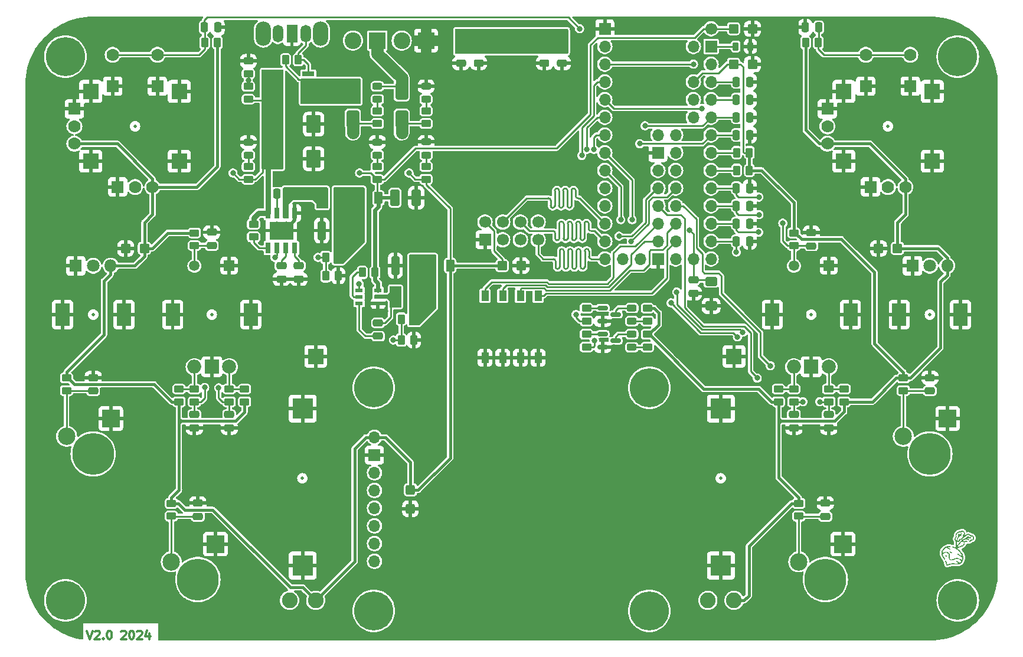
<source format=gbr>
%TF.GenerationSoftware,KiCad,Pcbnew,7.0.1*%
%TF.CreationDate,2024-02-13T15:17:08-03:00*%
%TF.ProjectId,Everything_Controller_V2.0,45766572-7974-4686-996e-675f436f6e74,R0*%
%TF.SameCoordinates,Original*%
%TF.FileFunction,Copper,L1,Top*%
%TF.FilePolarity,Positive*%
%FSLAX46Y46*%
G04 Gerber Fmt 4.6, Leading zero omitted, Abs format (unit mm)*
G04 Created by KiCad (PCBNEW 7.0.1) date 2024-02-13 15:17:08*
%MOMM*%
%LPD*%
G01*
G04 APERTURE LIST*
G04 Aperture macros list*
%AMRoundRect*
0 Rectangle with rounded corners*
0 $1 Rounding radius*
0 $2 $3 $4 $5 $6 $7 $8 $9 X,Y pos of 4 corners*
0 Add a 4 corners polygon primitive as box body*
4,1,4,$2,$3,$4,$5,$6,$7,$8,$9,$2,$3,0*
0 Add four circle primitives for the rounded corners*
1,1,$1+$1,$2,$3*
1,1,$1+$1,$4,$5*
1,1,$1+$1,$6,$7*
1,1,$1+$1,$8,$9*
0 Add four rect primitives between the rounded corners*
20,1,$1+$1,$2,$3,$4,$5,0*
20,1,$1+$1,$4,$5,$6,$7,0*
20,1,$1+$1,$6,$7,$8,$9,0*
20,1,$1+$1,$8,$9,$2,$3,0*%
G04 Aperture macros list end*
%ADD10C,0.300000*%
%TA.AperFunction,NonConductor*%
%ADD11C,0.300000*%
%TD*%
%TA.AperFunction,SMDPad,CuDef*%
%ADD12C,0.500000*%
%TD*%
%TA.AperFunction,SMDPad,CuDef*%
%ADD13RoundRect,0.250000X0.450000X-0.262500X0.450000X0.262500X-0.450000X0.262500X-0.450000X-0.262500X0*%
%TD*%
%TA.AperFunction,SMDPad,CuDef*%
%ADD14RoundRect,0.250000X0.475000X-0.250000X0.475000X0.250000X-0.475000X0.250000X-0.475000X-0.250000X0*%
%TD*%
%TA.AperFunction,SMDPad,CuDef*%
%ADD15RoundRect,0.250000X0.262500X0.450000X-0.262500X0.450000X-0.262500X-0.450000X0.262500X-0.450000X0*%
%TD*%
%TA.AperFunction,SMDPad,CuDef*%
%ADD16RoundRect,0.250000X-0.250000X-0.475000X0.250000X-0.475000X0.250000X0.475000X-0.250000X0.475000X0*%
%TD*%
%TA.AperFunction,SMDPad,CuDef*%
%ADD17RoundRect,0.250000X-0.375000X-0.625000X0.375000X-0.625000X0.375000X0.625000X-0.375000X0.625000X0*%
%TD*%
%TA.AperFunction,ComponentPad*%
%ADD18C,2.400000*%
%TD*%
%TA.AperFunction,ComponentPad*%
%ADD19R,2.400000X2.400000*%
%TD*%
%TA.AperFunction,SMDPad,CuDef*%
%ADD20RoundRect,0.250000X-0.375000X-1.075000X0.375000X-1.075000X0.375000X1.075000X-0.375000X1.075000X0*%
%TD*%
%TA.AperFunction,SMDPad,CuDef*%
%ADD21RoundRect,0.250000X-0.450000X0.262500X-0.450000X-0.262500X0.450000X-0.262500X0.450000X0.262500X0*%
%TD*%
%TA.AperFunction,SMDPad,CuDef*%
%ADD22RoundRect,0.250000X-0.787500X-1.025000X0.787500X-1.025000X0.787500X1.025000X-0.787500X1.025000X0*%
%TD*%
%TA.AperFunction,SMDPad,CuDef*%
%ADD23RoundRect,0.250000X-0.262500X-0.450000X0.262500X-0.450000X0.262500X0.450000X-0.262500X0.450000X0*%
%TD*%
%TA.AperFunction,ComponentPad*%
%ADD24O,2.000000X2.000000*%
%TD*%
%TA.AperFunction,ComponentPad*%
%ADD25C,2.000000*%
%TD*%
%TA.AperFunction,ComponentPad*%
%ADD26R,2.000000X2.000000*%
%TD*%
%TA.AperFunction,ComponentPad*%
%ADD27R,2.000000X3.200000*%
%TD*%
%TA.AperFunction,ComponentPad*%
%ADD28C,1.500000*%
%TD*%
%TA.AperFunction,ComponentPad*%
%ADD29R,1.500000X1.500000*%
%TD*%
%TA.AperFunction,SMDPad,CuDef*%
%ADD30RoundRect,0.250000X0.250000X0.475000X-0.250000X0.475000X-0.250000X-0.475000X0.250000X-0.475000X0*%
%TD*%
%TA.AperFunction,SMDPad,CuDef*%
%ADD31RoundRect,0.250000X-0.475000X0.250000X-0.475000X-0.250000X0.475000X-0.250000X0.475000X0.250000X0*%
%TD*%
%TA.AperFunction,SMDPad,CuDef*%
%ADD32R,0.802000X1.505000*%
%TD*%
%TA.AperFunction,SMDPad,CuDef*%
%ADD33R,3.502000X2.613000*%
%TD*%
%TA.AperFunction,ComponentPad*%
%ADD34R,1.700000X1.700000*%
%TD*%
%TA.AperFunction,ComponentPad*%
%ADD35C,1.700000*%
%TD*%
%TA.AperFunction,ComponentPad*%
%ADD36C,3.600000*%
%TD*%
%TA.AperFunction,ConnectorPad*%
%ADD37C,5.600000*%
%TD*%
%TA.AperFunction,WasherPad*%
%ADD38C,6.000000*%
%TD*%
%TA.AperFunction,ComponentPad*%
%ADD39C,2.500000*%
%TD*%
%TA.AperFunction,ComponentPad*%
%ADD40R,2.500000X2.500000*%
%TD*%
%TA.AperFunction,SMDPad,CuDef*%
%ADD41R,1.780000X0.720000*%
%TD*%
%TA.AperFunction,SMDPad,CuDef*%
%ADD42RoundRect,0.250000X-0.650000X1.000000X-0.650000X-1.000000X0.650000X-1.000000X0.650000X1.000000X0*%
%TD*%
%TA.AperFunction,ComponentPad*%
%ADD43C,1.778000*%
%TD*%
%TA.AperFunction,ComponentPad*%
%ADD44R,1.778000X1.778000*%
%TD*%
%TA.AperFunction,ComponentPad*%
%ADD45R,2.286000X2.286000*%
%TD*%
%TA.AperFunction,SMDPad,CuDef*%
%ADD46RoundRect,0.250000X-0.600000X0.400000X-0.600000X-0.400000X0.600000X-0.400000X0.600000X0.400000X0*%
%TD*%
%TA.AperFunction,SMDPad,CuDef*%
%ADD47RoundRect,0.243750X0.456250X-0.243750X0.456250X0.243750X-0.456250X0.243750X-0.456250X-0.243750X0*%
%TD*%
%TA.AperFunction,SMDPad,CuDef*%
%ADD48RoundRect,0.243750X-0.456250X0.243750X-0.456250X-0.243750X0.456250X-0.243750X0.456250X0.243750X0*%
%TD*%
%TA.AperFunction,ComponentPad*%
%ADD49C,2.250000*%
%TD*%
%TA.AperFunction,ComponentPad*%
%ADD50R,2.250000X2.250000*%
%TD*%
%TA.AperFunction,ComponentPad*%
%ADD51R,3.000000X3.000000*%
%TD*%
%TA.AperFunction,SMDPad,CuDef*%
%ADD52RoundRect,0.250000X-0.412500X-0.925000X0.412500X-0.925000X0.412500X0.925000X-0.412500X0.925000X0*%
%TD*%
%TA.AperFunction,SMDPad,CuDef*%
%ADD53RoundRect,0.250000X-0.450000X-0.425000X0.450000X-0.425000X0.450000X0.425000X-0.450000X0.425000X0*%
%TD*%
%TA.AperFunction,ComponentPad*%
%ADD54O,1.800000X1.800000*%
%TD*%
%TA.AperFunction,ComponentPad*%
%ADD55C,1.800000*%
%TD*%
%TA.AperFunction,ComponentPad*%
%ADD56R,1.800000X1.800000*%
%TD*%
%TA.AperFunction,SMDPad,CuDef*%
%ADD57R,1.100000X0.600000*%
%TD*%
%TA.AperFunction,ComponentPad*%
%ADD58O,1.700000X1.700000*%
%TD*%
%TA.AperFunction,ComponentPad*%
%ADD59O,2.200000X3.500000*%
%TD*%
%TA.AperFunction,ComponentPad*%
%ADD60O,1.500000X2.500000*%
%TD*%
%TA.AperFunction,ComponentPad*%
%ADD61R,1.500000X2.500000*%
%TD*%
%TA.AperFunction,SMDPad,CuDef*%
%ADD62RoundRect,0.250000X-0.425000X0.450000X-0.425000X-0.450000X0.425000X-0.450000X0.425000X0.450000X0*%
%TD*%
%TA.AperFunction,SMDPad,CuDef*%
%ADD63RoundRect,0.250000X0.325000X1.100000X-0.325000X1.100000X-0.325000X-1.100000X0.325000X-1.100000X0*%
%TD*%
%TA.AperFunction,SMDPad,CuDef*%
%ADD64RoundRect,0.150000X-0.587500X-0.150000X0.587500X-0.150000X0.587500X0.150000X-0.587500X0.150000X0*%
%TD*%
%TA.AperFunction,SMDPad,CuDef*%
%ADD65R,1.100000X1.500000*%
%TD*%
%TA.AperFunction,SMDPad,CuDef*%
%ADD66RoundRect,0.250000X0.450000X0.425000X-0.450000X0.425000X-0.450000X-0.425000X0.450000X-0.425000X0*%
%TD*%
%TA.AperFunction,SMDPad,CuDef*%
%ADD67RoundRect,0.218750X-0.218750X-0.381250X0.218750X-0.381250X0.218750X0.381250X-0.218750X0.381250X0*%
%TD*%
%TA.AperFunction,ViaPad*%
%ADD68C,1.000000*%
%TD*%
%TA.AperFunction,ViaPad*%
%ADD69C,0.800000*%
%TD*%
%TA.AperFunction,Conductor*%
%ADD70C,0.250000*%
%TD*%
%TA.AperFunction,Conductor*%
%ADD71C,1.750000*%
%TD*%
%TA.AperFunction,Conductor*%
%ADD72C,0.500000*%
%TD*%
%TA.AperFunction,Conductor*%
%ADD73C,0.800000*%
%TD*%
%TA.AperFunction,Conductor*%
%ADD74C,0.600000*%
%TD*%
%TA.AperFunction,Conductor*%
%ADD75C,0.400000*%
%TD*%
G04 APERTURE END LIST*
D10*
D11*
X89114285Y-138353142D02*
X89514285Y-139553142D01*
X89514285Y-139553142D02*
X89914285Y-138353142D01*
X90257142Y-138467428D02*
X90314285Y-138410285D01*
X90314285Y-138410285D02*
X90428571Y-138353142D01*
X90428571Y-138353142D02*
X90714285Y-138353142D01*
X90714285Y-138353142D02*
X90828571Y-138410285D01*
X90828571Y-138410285D02*
X90885713Y-138467428D01*
X90885713Y-138467428D02*
X90942856Y-138581714D01*
X90942856Y-138581714D02*
X90942856Y-138696000D01*
X90942856Y-138696000D02*
X90885713Y-138867428D01*
X90885713Y-138867428D02*
X90199999Y-139553142D01*
X90199999Y-139553142D02*
X90942856Y-139553142D01*
X91457142Y-139438857D02*
X91514285Y-139496000D01*
X91514285Y-139496000D02*
X91457142Y-139553142D01*
X91457142Y-139553142D02*
X91399999Y-139496000D01*
X91399999Y-139496000D02*
X91457142Y-139438857D01*
X91457142Y-139438857D02*
X91457142Y-139553142D01*
X92257142Y-138353142D02*
X92371428Y-138353142D01*
X92371428Y-138353142D02*
X92485714Y-138410285D01*
X92485714Y-138410285D02*
X92542857Y-138467428D01*
X92542857Y-138467428D02*
X92599999Y-138581714D01*
X92599999Y-138581714D02*
X92657142Y-138810285D01*
X92657142Y-138810285D02*
X92657142Y-139096000D01*
X92657142Y-139096000D02*
X92599999Y-139324571D01*
X92599999Y-139324571D02*
X92542857Y-139438857D01*
X92542857Y-139438857D02*
X92485714Y-139496000D01*
X92485714Y-139496000D02*
X92371428Y-139553142D01*
X92371428Y-139553142D02*
X92257142Y-139553142D01*
X92257142Y-139553142D02*
X92142857Y-139496000D01*
X92142857Y-139496000D02*
X92085714Y-139438857D01*
X92085714Y-139438857D02*
X92028571Y-139324571D01*
X92028571Y-139324571D02*
X91971428Y-139096000D01*
X91971428Y-139096000D02*
X91971428Y-138810285D01*
X91971428Y-138810285D02*
X92028571Y-138581714D01*
X92028571Y-138581714D02*
X92085714Y-138467428D01*
X92085714Y-138467428D02*
X92142857Y-138410285D01*
X92142857Y-138410285D02*
X92257142Y-138353142D01*
X94028571Y-138467428D02*
X94085714Y-138410285D01*
X94085714Y-138410285D02*
X94200000Y-138353142D01*
X94200000Y-138353142D02*
X94485714Y-138353142D01*
X94485714Y-138353142D02*
X94600000Y-138410285D01*
X94600000Y-138410285D02*
X94657142Y-138467428D01*
X94657142Y-138467428D02*
X94714285Y-138581714D01*
X94714285Y-138581714D02*
X94714285Y-138696000D01*
X94714285Y-138696000D02*
X94657142Y-138867428D01*
X94657142Y-138867428D02*
X93971428Y-139553142D01*
X93971428Y-139553142D02*
X94714285Y-139553142D01*
X95457142Y-138353142D02*
X95571428Y-138353142D01*
X95571428Y-138353142D02*
X95685714Y-138410285D01*
X95685714Y-138410285D02*
X95742857Y-138467428D01*
X95742857Y-138467428D02*
X95799999Y-138581714D01*
X95799999Y-138581714D02*
X95857142Y-138810285D01*
X95857142Y-138810285D02*
X95857142Y-139096000D01*
X95857142Y-139096000D02*
X95799999Y-139324571D01*
X95799999Y-139324571D02*
X95742857Y-139438857D01*
X95742857Y-139438857D02*
X95685714Y-139496000D01*
X95685714Y-139496000D02*
X95571428Y-139553142D01*
X95571428Y-139553142D02*
X95457142Y-139553142D01*
X95457142Y-139553142D02*
X95342857Y-139496000D01*
X95342857Y-139496000D02*
X95285714Y-139438857D01*
X95285714Y-139438857D02*
X95228571Y-139324571D01*
X95228571Y-139324571D02*
X95171428Y-139096000D01*
X95171428Y-139096000D02*
X95171428Y-138810285D01*
X95171428Y-138810285D02*
X95228571Y-138581714D01*
X95228571Y-138581714D02*
X95285714Y-138467428D01*
X95285714Y-138467428D02*
X95342857Y-138410285D01*
X95342857Y-138410285D02*
X95457142Y-138353142D01*
X96314285Y-138467428D02*
X96371428Y-138410285D01*
X96371428Y-138410285D02*
X96485714Y-138353142D01*
X96485714Y-138353142D02*
X96771428Y-138353142D01*
X96771428Y-138353142D02*
X96885714Y-138410285D01*
X96885714Y-138410285D02*
X96942856Y-138467428D01*
X96942856Y-138467428D02*
X96999999Y-138581714D01*
X96999999Y-138581714D02*
X96999999Y-138696000D01*
X96999999Y-138696000D02*
X96942856Y-138867428D01*
X96942856Y-138867428D02*
X96257142Y-139553142D01*
X96257142Y-139553142D02*
X96999999Y-139553142D01*
X98028571Y-138753142D02*
X98028571Y-139553142D01*
X97742856Y-138296000D02*
X97457142Y-139153142D01*
X97457142Y-139153142D02*
X98199999Y-139153142D01*
%TA.AperFunction,EtchedComponent*%
%TO.C,G\u002A\u002A\u002A*%
G36*
X212271863Y-127508495D02*
G01*
X212305558Y-127523104D01*
X212344763Y-127543866D01*
X212384529Y-127567850D01*
X212419910Y-127592121D01*
X212445958Y-127613748D01*
X212456139Y-127626003D01*
X212464893Y-127658612D01*
X212455990Y-127688948D01*
X212431183Y-127712512D01*
X212420357Y-127717812D01*
X212404315Y-127723269D01*
X212389375Y-127723995D01*
X212370811Y-127718752D01*
X212343896Y-127706303D01*
X212311078Y-127689215D01*
X212272594Y-127668184D01*
X212237885Y-127648060D01*
X212212744Y-127632243D01*
X212207269Y-127628346D01*
X212186417Y-127602345D01*
X212180598Y-127571723D01*
X212188098Y-127541675D01*
X212207203Y-127517397D01*
X212236200Y-127504083D01*
X212248623Y-127502974D01*
X212271863Y-127508495D01*
G37*
%TD.AperFunction*%
%TA.AperFunction,EtchedComponent*%
G36*
X212942139Y-126983669D02*
G01*
X212973335Y-126997020D01*
X213012306Y-127016373D01*
X213054783Y-127039355D01*
X213096492Y-127063596D01*
X213133164Y-127086722D01*
X213160527Y-127106363D01*
X213172057Y-127117003D01*
X213185280Y-127141348D01*
X213189153Y-127160949D01*
X213181015Y-127187193D01*
X213160912Y-127212058D01*
X213135318Y-127228960D01*
X213118771Y-127232557D01*
X213101618Y-127227828D01*
X213072000Y-127215089D01*
X213034229Y-127196341D01*
X212996737Y-127175932D01*
X212944334Y-127145699D01*
X212906815Y-127122346D01*
X212881753Y-127103692D01*
X212866722Y-127087558D01*
X212859294Y-127071765D01*
X212857043Y-127054132D01*
X212857000Y-127050447D01*
X212865048Y-127015652D01*
X212886511Y-126990357D01*
X212917365Y-126978939D01*
X212922990Y-126978692D01*
X212942139Y-126983669D01*
G37*
%TD.AperFunction*%
%TA.AperFunction,EtchedComponent*%
G36*
X213546417Y-125177055D02*
G01*
X213699019Y-125177055D01*
X213702752Y-125247180D01*
X213721410Y-125309076D01*
X213754002Y-125359794D01*
X213764006Y-125370186D01*
X213790365Y-125395439D01*
X213813446Y-125329815D01*
X213839183Y-125263819D01*
X213873056Y-125187536D01*
X213912209Y-125106832D01*
X213953788Y-125027574D01*
X213994937Y-124955628D01*
X213998266Y-124950131D01*
X214058615Y-124850994D01*
X214058785Y-124740093D01*
X214062242Y-124651724D01*
X214071946Y-124572198D01*
X214087314Y-124505164D01*
X214102816Y-124463991D01*
X214126570Y-124432199D01*
X214158226Y-124417829D01*
X214195625Y-124421729D01*
X214203056Y-124424544D01*
X214230217Y-124444077D01*
X214241652Y-124473755D01*
X214237588Y-124514469D01*
X214231210Y-124535368D01*
X214219716Y-124573433D01*
X214210548Y-124613047D01*
X214208824Y-124623001D01*
X214202293Y-124665657D01*
X214269665Y-124593693D01*
X214316018Y-124545348D01*
X214362485Y-124498969D01*
X214406598Y-124456832D01*
X214445890Y-124421210D01*
X214477893Y-124394378D01*
X214500139Y-124378610D01*
X214506114Y-124375790D01*
X214530931Y-124375989D01*
X214559301Y-124386571D01*
X214582331Y-124403405D01*
X214589854Y-124414706D01*
X214595409Y-124436588D01*
X214592902Y-124457585D01*
X214580584Y-124481103D01*
X214556703Y-124510544D01*
X214521815Y-124546997D01*
X214447707Y-124621542D01*
X214487760Y-124627947D01*
X214518446Y-124636782D01*
X214543516Y-124650505D01*
X214547214Y-124653752D01*
X214563458Y-124682470D01*
X214564647Y-124716000D01*
X214550890Y-124746837D01*
X214545769Y-124752615D01*
X214535303Y-124761774D01*
X214523289Y-124767409D01*
X214505573Y-124769988D01*
X214478001Y-124769977D01*
X214436418Y-124767843D01*
X214419665Y-124766801D01*
X214314407Y-124760140D01*
X214250809Y-124841587D01*
X214158367Y-124971788D01*
X214073581Y-125114612D01*
X214000121Y-125263552D01*
X213964495Y-125349280D01*
X213946109Y-125397706D01*
X213935410Y-125430636D01*
X213932964Y-125450771D01*
X213939334Y-125460808D01*
X213955087Y-125463447D01*
X213980786Y-125461388D01*
X213987788Y-125460577D01*
X214028067Y-125453041D01*
X214067966Y-125441183D01*
X214085265Y-125434042D01*
X214125631Y-125407603D01*
X214165336Y-125369928D01*
X214199022Y-125327069D01*
X214221331Y-125285074D01*
X214223905Y-125277482D01*
X214237329Y-125233346D01*
X214248537Y-125203875D01*
X214261567Y-125185222D01*
X214280458Y-125173542D01*
X214309248Y-125164989D01*
X214351692Y-125155776D01*
X214444382Y-125126608D01*
X214526447Y-125081047D01*
X214597744Y-125019188D01*
X214646444Y-124958738D01*
X214681639Y-124894732D01*
X214705399Y-124820062D01*
X214718566Y-124731874D01*
X214720224Y-124708708D01*
X214725883Y-124612379D01*
X214770807Y-124579741D01*
X214822538Y-124531844D01*
X214857829Y-124476233D01*
X214875613Y-124415137D01*
X214876087Y-124359861D01*
X214859625Y-124295675D01*
X214828104Y-124240211D01*
X214784228Y-124195716D01*
X214730705Y-124164438D01*
X214670238Y-124148623D01*
X214621363Y-124148322D01*
X214566993Y-124159020D01*
X214520439Y-124180801D01*
X214475414Y-124216890D01*
X214462352Y-124229867D01*
X214421188Y-124272221D01*
X214315468Y-124266172D01*
X214223596Y-124266158D01*
X214144366Y-124278247D01*
X214074247Y-124303581D01*
X214009709Y-124343301D01*
X213967820Y-124378541D01*
X213903323Y-124450657D01*
X213856449Y-124530043D01*
X213827644Y-124615285D01*
X213817354Y-124704968D01*
X213826023Y-124797679D01*
X213829991Y-124816116D01*
X213838251Y-124854792D01*
X213843841Y-124887973D01*
X213845775Y-124909602D01*
X213845615Y-124912186D01*
X213837632Y-124928185D01*
X213818948Y-124952114D01*
X213793504Y-124978962D01*
X213791833Y-124980571D01*
X213748492Y-125027852D01*
X213720439Y-125074318D01*
X213704737Y-125126189D01*
X213699019Y-125177055D01*
X213546417Y-125177055D01*
X213545791Y-125165262D01*
X213559367Y-125081684D01*
X213589820Y-125001809D01*
X213636022Y-124929474D01*
X213648304Y-124914822D01*
X213687124Y-124870720D01*
X213676365Y-124813456D01*
X213670940Y-124762805D01*
X213670469Y-124701775D01*
X213674515Y-124638256D01*
X213682642Y-124580137D01*
X213691230Y-124544592D01*
X213732356Y-124443779D01*
X213788871Y-124353171D01*
X213859216Y-124274617D01*
X213941830Y-124209963D01*
X214002714Y-124175612D01*
X214083998Y-124142243D01*
X214165248Y-124122586D01*
X214254139Y-124114912D01*
X214273324Y-124114664D01*
X214316926Y-124114220D01*
X214346100Y-124112359D01*
X214365952Y-124107866D01*
X214381593Y-124099529D01*
X214398130Y-124086132D01*
X214399878Y-124084601D01*
X214463250Y-124041458D01*
X214535581Y-124013460D01*
X214613311Y-124000746D01*
X214692882Y-124003459D01*
X214770735Y-124021739D01*
X214843311Y-124055729D01*
X214859692Y-124066338D01*
X214925333Y-124122643D01*
X214974957Y-124189631D01*
X215007874Y-124265867D01*
X215023396Y-124349918D01*
X215023837Y-124407975D01*
X215011075Y-124489484D01*
X214981936Y-124562308D01*
X214935047Y-124629600D01*
X214920028Y-124646314D01*
X214894538Y-124674600D01*
X214879648Y-124696344D01*
X214872018Y-124718696D01*
X214868310Y-124748805D01*
X214867587Y-124758634D01*
X214865637Y-124791885D01*
X214866696Y-124810137D01*
X214872294Y-124817871D01*
X214883961Y-124819570D01*
X214888376Y-124819576D01*
X214903776Y-124816397D01*
X214917941Y-124804615D01*
X214934345Y-124780627D01*
X214946450Y-124759347D01*
X214997148Y-124685446D01*
X215063279Y-124617433D01*
X215140970Y-124558195D01*
X215226347Y-124510619D01*
X215315535Y-124477594D01*
X215329239Y-124474015D01*
X215429050Y-124459146D01*
X215530829Y-124462064D01*
X215631141Y-124481922D01*
X215726548Y-124517874D01*
X215813616Y-124569074D01*
X215857544Y-124604173D01*
X215884362Y-124627404D01*
X215905014Y-124641557D01*
X215926221Y-124649265D01*
X215954706Y-124653160D01*
X215988231Y-124655358D01*
X216071009Y-124668856D01*
X216144681Y-124697782D01*
X216208403Y-124739900D01*
X216261329Y-124792972D01*
X216302613Y-124854763D01*
X216331409Y-124923034D01*
X216346872Y-124995550D01*
X216348156Y-125070073D01*
X216334415Y-125144367D01*
X216304804Y-125216195D01*
X216258477Y-125283320D01*
X216235112Y-125308316D01*
X216171352Y-125359414D01*
X216098589Y-125395044D01*
X216016817Y-125416204D01*
X215981535Y-125423137D01*
X215955739Y-125431862D01*
X215932783Y-125445920D01*
X215906020Y-125468852D01*
X215890346Y-125483598D01*
X215830271Y-125536224D01*
X215778679Y-125571507D01*
X215735242Y-125589540D01*
X215699630Y-125590419D01*
X215671514Y-125574237D01*
X215655316Y-125551285D01*
X215645291Y-125520314D01*
X215650488Y-125492214D01*
X215672151Y-125464297D01*
X215708691Y-125435781D01*
X215738692Y-125414064D01*
X215766080Y-125390638D01*
X215794837Y-125361607D01*
X215828943Y-125323074D01*
X215852972Y-125294562D01*
X215867058Y-125280396D01*
X215883418Y-125272698D01*
X215908294Y-125269569D01*
X215936712Y-125269077D01*
X216011479Y-125261814D01*
X216073764Y-125239868D01*
X216124247Y-125202999D01*
X216124666Y-125202583D01*
X216159431Y-125163578D01*
X216180318Y-125126816D01*
X216190421Y-125084895D01*
X216192842Y-125039500D01*
X216184926Y-124969153D01*
X216161375Y-124909551D01*
X216123634Y-124861956D01*
X216073152Y-124827631D01*
X216011378Y-124807840D01*
X215939757Y-124803846D01*
X215924184Y-124805074D01*
X215856399Y-124811881D01*
X215801745Y-124756788D01*
X215752392Y-124710753D01*
X215706256Y-124676939D01*
X215656518Y-124650801D01*
X215621692Y-124636756D01*
X215533181Y-124613779D01*
X215444654Y-124609233D01*
X215358415Y-124622148D01*
X215276769Y-124651556D01*
X215202021Y-124696487D01*
X215136475Y-124755972D01*
X215082437Y-124829042D01*
X215059065Y-124873347D01*
X215041086Y-124908677D01*
X215023438Y-124937372D01*
X215009316Y-124954373D01*
X215006691Y-124956215D01*
X214985330Y-124962513D01*
X214954900Y-124965991D01*
X214945146Y-124966230D01*
X214909359Y-124969234D01*
X214868507Y-124976825D01*
X214851958Y-124981185D01*
X214816804Y-124994676D01*
X214791767Y-125013940D01*
X214771736Y-125039547D01*
X214747362Y-125072844D01*
X214718338Y-125109594D01*
X214703089Y-125127764D01*
X214681117Y-125154854D01*
X214669509Y-125176696D01*
X214664999Y-125202043D01*
X214664307Y-125231717D01*
X214664307Y-125290862D01*
X214691173Y-125272973D01*
X214738157Y-125244130D01*
X214797832Y-125211128D01*
X214864636Y-125176778D01*
X214933007Y-125143892D01*
X214997383Y-125115279D01*
X215027491Y-125103000D01*
X215076810Y-125083105D01*
X215111781Y-125067135D01*
X215136528Y-125052649D01*
X215155175Y-125037204D01*
X215171845Y-125018358D01*
X215173100Y-125016778D01*
X215204884Y-124981662D01*
X215247262Y-124942075D01*
X215296579Y-124900738D01*
X215349179Y-124860374D01*
X215401409Y-124823705D01*
X215449613Y-124793452D01*
X215490137Y-124772337D01*
X215511859Y-124764481D01*
X215539619Y-124766462D01*
X215567584Y-124782271D01*
X215588883Y-124807522D01*
X215592921Y-124816220D01*
X215596648Y-124845901D01*
X215583817Y-124874481D01*
X215553436Y-124903399D01*
X215516447Y-124927391D01*
X215476694Y-124950914D01*
X215454029Y-124966293D01*
X215448265Y-124974503D01*
X215459212Y-124976524D01*
X215486681Y-124973332D01*
X215508257Y-124969796D01*
X215557590Y-124962208D01*
X215615196Y-124954686D01*
X215675572Y-124947814D01*
X215733211Y-124942173D01*
X215782611Y-124938349D01*
X215818266Y-124936923D01*
X215818556Y-124936923D01*
X215855617Y-124944235D01*
X215883719Y-124963403D01*
X215900716Y-124990272D01*
X215904457Y-125020686D01*
X215892796Y-125050491D01*
X215883019Y-125061614D01*
X215870477Y-125070786D01*
X215852850Y-125077746D01*
X215826436Y-125083293D01*
X215787532Y-125088229D01*
X215738923Y-125092800D01*
X215654479Y-125101368D01*
X215568268Y-125112383D01*
X215487008Y-125124885D01*
X215417417Y-125137916D01*
X215407237Y-125140114D01*
X215373514Y-125147570D01*
X215417007Y-125160413D01*
X215495447Y-125186342D01*
X215554987Y-125212425D01*
X215596264Y-125239160D01*
X215619914Y-125267039D01*
X215626571Y-125296559D01*
X215621122Y-125319299D01*
X215605303Y-125346559D01*
X215583786Y-125361847D01*
X215554079Y-125365370D01*
X215513691Y-125357339D01*
X215460131Y-125337962D01*
X215449779Y-125333657D01*
X215361243Y-125301283D01*
X215264248Y-125274203D01*
X215169133Y-125255169D01*
X215139845Y-125251115D01*
X215105170Y-125247704D01*
X215078794Y-125248275D01*
X215053205Y-125254109D01*
X215020889Y-125266482D01*
X215002028Y-125274578D01*
X214966033Y-125291382D01*
X214924238Y-125312688D01*
X214880058Y-125336530D01*
X214836904Y-125360940D01*
X214798189Y-125383951D01*
X214767328Y-125403595D01*
X214747732Y-125417906D01*
X214742461Y-125424190D01*
X214751274Y-125439655D01*
X214775677Y-125458732D01*
X214812618Y-125479181D01*
X214825857Y-125485324D01*
X214890765Y-125503985D01*
X214959231Y-125505422D01*
X215026966Y-125490302D01*
X215089681Y-125459293D01*
X215115241Y-125440234D01*
X215137079Y-125424444D01*
X215157717Y-125417697D01*
X215181894Y-125420298D01*
X215214347Y-125432553D01*
X215248007Y-125448785D01*
X215290290Y-125468268D01*
X215335343Y-125486278D01*
X215369900Y-125497836D01*
X215405333Y-125510680D01*
X215429416Y-125525037D01*
X215435842Y-125532408D01*
X215445770Y-125569088D01*
X215439117Y-125605342D01*
X215421771Y-125630211D01*
X215403265Y-125644245D01*
X215383161Y-125649044D01*
X215352916Y-125646690D01*
X215319789Y-125639625D01*
X215278601Y-125627412D01*
X215244205Y-125614976D01*
X215180274Y-125589399D01*
X215110349Y-125622180D01*
X215078012Y-125636762D01*
X215051719Y-125646232D01*
X215025534Y-125651686D01*
X214993518Y-125654222D01*
X214949734Y-125654937D01*
X214932961Y-125654961D01*
X214884142Y-125654561D01*
X214849097Y-125652680D01*
X214822066Y-125648294D01*
X214797290Y-125640378D01*
X214769010Y-125627910D01*
X214762000Y-125624575D01*
X214721161Y-125602136D01*
X214679837Y-125574843D01*
X214652827Y-125553562D01*
X214607155Y-125512934D01*
X214550250Y-125560616D01*
X214458682Y-125643951D01*
X214365372Y-125741021D01*
X214274477Y-125846936D01*
X214190154Y-125956804D01*
X214116557Y-126065733D01*
X214104804Y-126084807D01*
X214081940Y-126123690D01*
X214057161Y-126167781D01*
X214032166Y-126213808D01*
X214008654Y-126258499D01*
X213988323Y-126298583D01*
X213972871Y-126330787D01*
X213963998Y-126351841D01*
X213962755Y-126358437D01*
X213972200Y-126355619D01*
X213995493Y-126345734D01*
X214028981Y-126330398D01*
X214063500Y-126313909D01*
X214109254Y-126293596D01*
X214167335Y-126270643D01*
X214231200Y-126247488D01*
X214294309Y-126226574D01*
X214312615Y-126220952D01*
X214368454Y-126203545D01*
X214421691Y-126185813D01*
X214467693Y-126169377D01*
X214501824Y-126155863D01*
X214512884Y-126150763D01*
X214608708Y-126094457D01*
X214696243Y-126027549D01*
X214771257Y-125953548D01*
X214811137Y-125903530D01*
X214841281Y-125862160D01*
X214863706Y-125834441D01*
X214881442Y-125817704D01*
X214897517Y-125809284D01*
X214914961Y-125806513D01*
X214921489Y-125806384D01*
X214954898Y-125814636D01*
X214981335Y-125836054D01*
X214995432Y-125865629D01*
X214996461Y-125876326D01*
X214989659Y-125902808D01*
X214970741Y-125939311D01*
X214941936Y-125982591D01*
X214905476Y-126029405D01*
X214863591Y-126076510D01*
X214847219Y-126093310D01*
X214775527Y-126159062D01*
X214700499Y-126215277D01*
X214618592Y-126263921D01*
X214526262Y-126306956D01*
X214419966Y-126346347D01*
X214351692Y-126367945D01*
X214292551Y-126386746D01*
X214232914Y-126407487D01*
X214178493Y-126428062D01*
X214135003Y-126446370D01*
X214122406Y-126452357D01*
X214080989Y-126474396D01*
X214040716Y-126498161D01*
X214005220Y-126521233D01*
X213978136Y-126541193D01*
X213963096Y-126555620D01*
X213961225Y-126559674D01*
X213968601Y-126567615D01*
X213988261Y-126582817D01*
X214016012Y-126602048D01*
X214017096Y-126602766D01*
X214107562Y-126668068D01*
X214202085Y-126746119D01*
X214296264Y-126832677D01*
X214385695Y-126923500D01*
X214465979Y-127014348D01*
X214529594Y-127096574D01*
X214620903Y-127240353D01*
X214694912Y-127390202D01*
X214750794Y-127544279D01*
X214777451Y-127647884D01*
X214787640Y-127713508D01*
X214793549Y-127791586D01*
X214795177Y-127875509D01*
X214792522Y-127958668D01*
X214785583Y-128034453D01*
X214777536Y-128082615D01*
X214740309Y-128218310D01*
X214689175Y-128344626D01*
X214625175Y-128459921D01*
X214549350Y-128562553D01*
X214462739Y-128650880D01*
X214375021Y-128717708D01*
X214309455Y-128756605D01*
X214241439Y-128788590D01*
X214168856Y-128813996D01*
X214089592Y-128833155D01*
X214001530Y-128846396D01*
X213902555Y-128854051D01*
X213790551Y-128856453D01*
X213663403Y-128853931D01*
X213541931Y-128848170D01*
X213465134Y-128844234D01*
X213389088Y-128841194D01*
X213317787Y-128839147D01*
X213255227Y-128838191D01*
X213205401Y-128838424D01*
X213180487Y-128839331D01*
X213017150Y-128856554D01*
X212854411Y-128887993D01*
X212698212Y-128932330D01*
X212603341Y-128967305D01*
X212541517Y-128989311D01*
X212491856Y-128999387D01*
X212451197Y-128997722D01*
X212416377Y-128984502D01*
X212407516Y-128978942D01*
X212378699Y-128956502D01*
X212358033Y-128931955D01*
X212343282Y-128900781D01*
X212332211Y-128858461D01*
X212323970Y-128809968D01*
X212297042Y-128665310D01*
X212260892Y-128529841D01*
X212240415Y-128469072D01*
X212224675Y-128424141D01*
X212215942Y-128392946D01*
X212213900Y-128371106D01*
X212218234Y-128354243D01*
X212228630Y-128337977D01*
X212230784Y-128335201D01*
X212258211Y-128314300D01*
X212291149Y-128309797D01*
X212323990Y-128322020D01*
X212333194Y-128329184D01*
X212349212Y-128351414D01*
X212367393Y-128389706D01*
X212386783Y-128440831D01*
X212406431Y-128501562D01*
X212425385Y-128568670D01*
X212442694Y-128638927D01*
X212457406Y-128709107D01*
X212468569Y-128775980D01*
X212471487Y-128798211D01*
X212475897Y-128828332D01*
X212480381Y-128848719D01*
X212483241Y-128854384D01*
X212493921Y-128850992D01*
X212518419Y-128841894D01*
X212552440Y-128828709D01*
X212572481Y-128820770D01*
X212682686Y-128780990D01*
X212796317Y-128748816D01*
X212920497Y-128722290D01*
X212950388Y-128716940D01*
X213003061Y-128708916D01*
X213059658Y-128702644D01*
X213122242Y-128698080D01*
X213192872Y-128695182D01*
X213273609Y-128693906D01*
X213366516Y-128694209D01*
X213473652Y-128696049D01*
X213597079Y-128699382D01*
X213672730Y-128701838D01*
X213765615Y-128704595D01*
X213841250Y-128705889D01*
X213901871Y-128705704D01*
X213949713Y-128704018D01*
X213987011Y-128700812D01*
X214000000Y-128699019D01*
X214061188Y-128688430D01*
X214105786Y-128678482D01*
X214132928Y-128669421D01*
X214141745Y-128661493D01*
X214140454Y-128659137D01*
X214129584Y-128651853D01*
X214104581Y-128636592D01*
X214068290Y-128615047D01*
X214023558Y-128588907D01*
X213975577Y-128561210D01*
X213912893Y-128524810D01*
X213865414Y-128495987D01*
X213831111Y-128473114D01*
X213807955Y-128454562D01*
X213793916Y-128438703D01*
X213786967Y-128423909D01*
X213785077Y-128408553D01*
X213785077Y-128408358D01*
X213793104Y-128382422D01*
X213812899Y-128357577D01*
X213838033Y-128340458D01*
X213854573Y-128336615D01*
X213868727Y-128341355D01*
X213897151Y-128354682D01*
X213937283Y-128375257D01*
X213986564Y-128401739D01*
X214042434Y-128432789D01*
X214087923Y-128458730D01*
X214146426Y-128492226D01*
X214199579Y-128522212D01*
X214244973Y-128547367D01*
X214280200Y-128566369D01*
X214302853Y-128577895D01*
X214310272Y-128580846D01*
X214324142Y-128574052D01*
X214347266Y-128555951D01*
X214376059Y-128529963D01*
X214406935Y-128499507D01*
X214436310Y-128468006D01*
X214460598Y-128438878D01*
X214464407Y-128433804D01*
X214483257Y-128405973D01*
X214492221Y-128383630D01*
X214490385Y-128362512D01*
X214476834Y-128338356D01*
X214450654Y-128306898D01*
X214433067Y-128287666D01*
X214352503Y-128214529D01*
X214258534Y-128153410D01*
X214154013Y-128105493D01*
X214041796Y-128071963D01*
X213924737Y-128054004D01*
X213863230Y-128051215D01*
X213816573Y-128052547D01*
X213770035Y-128057868D01*
X213720515Y-128068026D01*
X213664909Y-128083867D01*
X213600115Y-128106236D01*
X213523030Y-128135981D01*
X213463557Y-128160211D01*
X213381590Y-128193612D01*
X213314429Y-128219653D01*
X213259150Y-128239183D01*
X213212826Y-128253051D01*
X213172534Y-128262103D01*
X213135348Y-128267190D01*
X213098344Y-128269158D01*
X213087530Y-128269266D01*
X213014283Y-128262359D01*
X212948817Y-128240298D01*
X212887935Y-128201593D01*
X212834297Y-128151164D01*
X212802468Y-128113390D01*
X212776903Y-128074296D01*
X212756977Y-128031272D01*
X212742071Y-127981706D01*
X212731560Y-127922989D01*
X212724824Y-127852510D01*
X212721239Y-127767657D01*
X212720188Y-127672307D01*
X212719195Y-127583545D01*
X212715909Y-127511381D01*
X212709574Y-127452939D01*
X212699437Y-127405339D01*
X212684742Y-127365703D01*
X212664735Y-127331152D01*
X212638662Y-127298808D01*
X212616230Y-127275777D01*
X212559205Y-127231166D01*
X212490159Y-127194237D01*
X212416149Y-127168465D01*
X212384627Y-127161692D01*
X212301959Y-127157022D01*
X212215025Y-127169738D01*
X212126692Y-127199036D01*
X212039828Y-127244114D01*
X212003025Y-127268589D01*
X211954578Y-127304790D01*
X211911679Y-127339995D01*
X211876845Y-127371865D01*
X211852595Y-127398063D01*
X211841446Y-127416248D01*
X211841000Y-127419119D01*
X211846123Y-127439739D01*
X211860603Y-127474278D01*
X211883100Y-127520305D01*
X211912278Y-127575388D01*
X211946796Y-127637093D01*
X211985319Y-127702989D01*
X212026507Y-127770643D01*
X212069023Y-127837623D01*
X212082799Y-127858682D01*
X212125334Y-127923808D01*
X212157521Y-127975113D01*
X212180179Y-128014808D01*
X212194125Y-128045106D01*
X212200179Y-128068218D01*
X212199159Y-128086357D01*
X212191883Y-128101733D01*
X212179171Y-128116560D01*
X212178482Y-128117251D01*
X212147692Y-128137132D01*
X212115488Y-128138942D01*
X212087568Y-128124134D01*
X212073320Y-128107709D01*
X212050893Y-128077165D01*
X212022013Y-128035223D01*
X211988408Y-127984605D01*
X211951806Y-127928031D01*
X211913934Y-127868223D01*
X211876521Y-127807901D01*
X211841293Y-127749788D01*
X211809978Y-127696604D01*
X211784304Y-127651071D01*
X211769833Y-127623665D01*
X211712481Y-127495118D01*
X211673452Y-127372153D01*
X211652815Y-127253376D01*
X211650642Y-127137394D01*
X211667004Y-127022812D01*
X211701973Y-126908237D01*
X211755619Y-126792275D01*
X211817520Y-126689205D01*
X211901829Y-126579094D01*
X212000832Y-126480702D01*
X212112854Y-126395084D01*
X212236216Y-126323293D01*
X212369242Y-126266386D01*
X212510255Y-126225418D01*
X212575218Y-126212573D01*
X212620111Y-126206485D01*
X212673637Y-126201592D01*
X212731397Y-126198032D01*
X212788991Y-126195944D01*
X212842022Y-126195466D01*
X212886091Y-126196735D01*
X212916798Y-126199891D01*
X212924035Y-126201610D01*
X212947962Y-126218287D01*
X212963762Y-126246018D01*
X212967702Y-126276818D01*
X212964864Y-126288901D01*
X212955648Y-126307345D01*
X212942098Y-126321141D01*
X212921360Y-126331124D01*
X212890580Y-126338128D01*
X212846903Y-126342987D01*
X212787475Y-126346536D01*
X212764192Y-126347551D01*
X212688029Y-126351181D01*
X212630197Y-126355120D01*
X212589487Y-126359505D01*
X212564693Y-126364475D01*
X212554606Y-126370168D01*
X212554239Y-126371666D01*
X212562357Y-126378094D01*
X212585097Y-126392785D01*
X212620116Y-126414310D01*
X212665069Y-126441243D01*
X212717613Y-126472156D01*
X212753708Y-126493119D01*
X212820365Y-126532005D01*
X212871689Y-126562879D01*
X212909543Y-126587006D01*
X212935791Y-126605652D01*
X212952295Y-126620081D01*
X212960917Y-126631559D01*
X212962319Y-126634824D01*
X212965608Y-126668709D01*
X212954098Y-126698905D01*
X212931615Y-126721167D01*
X212901983Y-126731250D01*
X212877967Y-126728459D01*
X212862734Y-126721467D01*
X212833015Y-126705936D01*
X212791197Y-126683183D01*
X212739665Y-126654526D01*
X212680805Y-126621281D01*
X212617001Y-126584766D01*
X212600473Y-126575232D01*
X212350242Y-126430656D01*
X212298332Y-126456911D01*
X212191753Y-126520046D01*
X212095003Y-126595784D01*
X212009561Y-126682050D01*
X211936908Y-126776768D01*
X211878524Y-126877861D01*
X211835889Y-126983256D01*
X211810482Y-127090875D01*
X211804422Y-127149633D01*
X211799077Y-127247305D01*
X211837516Y-127212578D01*
X211917780Y-127149544D01*
X212007098Y-127095949D01*
X212101286Y-127053563D01*
X212196161Y-127024158D01*
X212287538Y-127009503D01*
X212320571Y-127008169D01*
X212406182Y-127016074D01*
X212492696Y-127038960D01*
X212576580Y-127074799D01*
X212654302Y-127121564D01*
X212722329Y-127177228D01*
X212777128Y-127239763D01*
X212805747Y-127286584D01*
X212821102Y-127318030D01*
X212833257Y-127346505D01*
X212842667Y-127374944D01*
X212849782Y-127406283D01*
X212855056Y-127443457D01*
X212858942Y-127489401D01*
X212861890Y-127547053D01*
X212864355Y-127619346D01*
X212865954Y-127677192D01*
X212868117Y-127755213D01*
X212870166Y-127816376D01*
X212872355Y-127863355D01*
X212874936Y-127898828D01*
X212878165Y-127925469D01*
X212882294Y-127945956D01*
X212887578Y-127962964D01*
X212894269Y-127979170D01*
X212894659Y-127980038D01*
X212930762Y-128042084D01*
X212975198Y-128086756D01*
X213027632Y-128113811D01*
X213087732Y-128123003D01*
X213089443Y-128123001D01*
X213120282Y-128121166D01*
X213154878Y-128115443D01*
X213195640Y-128105075D01*
X213244978Y-128089306D01*
X213305303Y-128067379D01*
X213379025Y-128038539D01*
X213448038Y-128010487D01*
X213536527Y-127975268D01*
X213611278Y-127948380D01*
X213675769Y-127928914D01*
X213733477Y-127915963D01*
X213787882Y-127908619D01*
X213842461Y-127905973D01*
X213848667Y-127905930D01*
X213978817Y-127913848D01*
X214105492Y-127937794D01*
X214226124Y-127976775D01*
X214338147Y-128029796D01*
X214438992Y-128095863D01*
X214517435Y-128165003D01*
X214543413Y-128190693D01*
X214564206Y-128209840D01*
X214576076Y-128219035D01*
X214577133Y-128219384D01*
X214582548Y-128210647D01*
X214591870Y-128187107D01*
X214603725Y-128152771D01*
X214616737Y-128111649D01*
X214629532Y-128067748D01*
X214631082Y-128062137D01*
X214635680Y-128037608D01*
X214639892Y-128001724D01*
X214643386Y-127959891D01*
X214645828Y-127917517D01*
X214646885Y-127880010D01*
X214646224Y-127852778D01*
X214644597Y-127842816D01*
X214633691Y-127832026D01*
X214605984Y-127812271D01*
X214561898Y-127783813D01*
X214501853Y-127746914D01*
X214426270Y-127701837D01*
X214335570Y-127648843D01*
X214301354Y-127629062D01*
X214226933Y-127585907D01*
X214157385Y-127545122D01*
X214094640Y-127507874D01*
X214040630Y-127475329D01*
X213997286Y-127448655D01*
X213966541Y-127429018D01*
X213950327Y-127417584D01*
X213948711Y-127416078D01*
X213933261Y-127385986D01*
X213933710Y-127354265D01*
X213947720Y-127326121D01*
X213972950Y-127306755D01*
X214000422Y-127301077D01*
X214016828Y-127306056D01*
X214048824Y-127320591D01*
X214095312Y-127344081D01*
X214155194Y-127375922D01*
X214227370Y-127415511D01*
X214310742Y-127462247D01*
X214404211Y-127515525D01*
X214506679Y-127574744D01*
X214617046Y-127639300D01*
X214617266Y-127639430D01*
X214618228Y-127633002D01*
X214614311Y-127612368D01*
X214606400Y-127582125D01*
X214557615Y-127446009D01*
X214490424Y-127312029D01*
X214405937Y-127181368D01*
X214305266Y-127055207D01*
X214189518Y-126934729D01*
X214059805Y-126821118D01*
X213917236Y-126715555D01*
X213762921Y-126619224D01*
X213642255Y-126554794D01*
X213573255Y-126522239D01*
X213497477Y-126489523D01*
X213420158Y-126458687D01*
X213346538Y-126431770D01*
X213281856Y-126410814D01*
X213250251Y-126402132D01*
X213219321Y-126390712D01*
X213193846Y-126375119D01*
X213189193Y-126370792D01*
X213172602Y-126340645D01*
X213171789Y-126307794D01*
X213185012Y-126277915D01*
X213210527Y-126256689D01*
X213225843Y-126251409D01*
X213249089Y-126251931D01*
X213287225Y-126259377D01*
X213337251Y-126272812D01*
X213396168Y-126291302D01*
X213460977Y-126313912D01*
X213528678Y-126339709D01*
X213588377Y-126364352D01*
X213631079Y-126382358D01*
X213666742Y-126396797D01*
X213691856Y-126406291D01*
X213702911Y-126409462D01*
X213703102Y-126409385D01*
X213703206Y-126399022D01*
X213700719Y-126374517D01*
X213696172Y-126341015D01*
X213695786Y-126338437D01*
X213691301Y-126295535D01*
X213688064Y-126237638D01*
X213686072Y-126169252D01*
X213685572Y-126119710D01*
X213834305Y-126119710D01*
X213834862Y-126166401D01*
X213836296Y-126203666D01*
X213838627Y-126228075D01*
X213841657Y-126236230D01*
X213849658Y-126228151D01*
X213862776Y-126207110D01*
X213876139Y-126181691D01*
X213938427Y-126066698D01*
X214013808Y-125947418D01*
X214099139Y-125827850D01*
X214191274Y-125711992D01*
X214287069Y-125603843D01*
X214383380Y-125507401D01*
X214457615Y-125442241D01*
X214529347Y-125383574D01*
X214522772Y-125339730D01*
X214516323Y-125302316D01*
X214509645Y-125280988D01*
X214500779Y-125272371D01*
X214487769Y-125273089D01*
X214484672Y-125274001D01*
X214462195Y-125280512D01*
X214431494Y-125288765D01*
X214422197Y-125291162D01*
X214399020Y-125298449D01*
X214382893Y-125309082D01*
X214369079Y-125327835D01*
X214352841Y-125359484D01*
X214351381Y-125362535D01*
X214304952Y-125438853D01*
X214245498Y-125503038D01*
X214175555Y-125553553D01*
X214097654Y-125588861D01*
X214014329Y-125607422D01*
X213945120Y-125609159D01*
X213884056Y-125605271D01*
X213868826Y-125688731D01*
X213860436Y-125739511D01*
X213851980Y-125798559D01*
X213845041Y-125854676D01*
X213843929Y-125865000D01*
X213840419Y-125907337D01*
X213837681Y-125957408D01*
X213835735Y-126011782D01*
X213834603Y-126067027D01*
X213834305Y-126119710D01*
X213685572Y-126119710D01*
X213685322Y-126094881D01*
X213685813Y-126019028D01*
X213687542Y-125946198D01*
X213690507Y-125880896D01*
X213694705Y-125827625D01*
X213696061Y-125815801D01*
X213703764Y-125760881D01*
X213713579Y-125699912D01*
X213723618Y-125644477D01*
X213725487Y-125635070D01*
X213743240Y-125547500D01*
X213722639Y-125533633D01*
X213669566Y-125487740D01*
X213622397Y-125427415D01*
X213584087Y-125357538D01*
X213557589Y-125282992D01*
X213550219Y-125248708D01*
X213546417Y-125177055D01*
G37*
%TD.AperFunction*%
%TD*%
D12*
%TO.P,REF\u002A\u002A,*%
%TO.N,*%
X96000000Y-66000000D03*
%TD*%
D13*
%TO.P,R22,1*%
%TO.N,/Inputs/DT1*%
X195500000Y-105512500D03*
%TO.P,R22,2*%
%TO.N,Net-(R20-Pad2)*%
X195500000Y-103687500D03*
%TD*%
D14*
%TO.P,C15,1*%
%TO.N,/Inputs/BT2*%
X90000000Y-103950000D03*
%TO.P,C15,2*%
%TO.N,GND*%
X90000000Y-102050000D03*
%TD*%
%TO.P,C8,1*%
%TO.N,VBST*%
X130850000Y-96100000D03*
%TO.P,C8,2*%
%TO.N,TSW*%
X130850000Y-94200000D03*
%TD*%
D15*
%TO.P,R28,1*%
%TO.N,+3V3*%
X107812500Y-54000000D03*
%TO.P,R28,2*%
%TO.N,/Inputs/J_BT1*%
X105987500Y-54000000D03*
%TD*%
D12*
%TO.P,REF\u002A\u002A,*%
%TO.N,*%
X204000000Y-66000000D03*
%TD*%
D16*
%TO.P,C31,1*%
%TO.N,/Inputs/Y_AX2*%
X182250000Y-62160000D03*
%TO.P,C31,2*%
%TO.N,GND*%
X184150000Y-62160000D03*
%TD*%
D17*
%TO.P,F2,1*%
%TO.N,Net-(C9-Pad1)*%
X138400000Y-85975000D03*
%TO.P,F2,2*%
%TO.N,+3V3*%
X141200000Y-85975000D03*
%TD*%
D18*
%TO.P,BT1,1,+*%
%TO.N,Net-(BT1-+)*%
X134250000Y-53700000D03*
D19*
%TO.P,BT1,2,-*%
%TO.N,GND*%
X137750000Y-53700000D03*
%TD*%
D20*
%TO.P,L1,1,1*%
%TO.N,SW*%
X122850000Y-76275000D03*
%TO.P,L1,2,2*%
%TO.N,Net-(C7-Pad1)*%
X125650000Y-76275000D03*
%TD*%
D16*
%TO.P,C21,1*%
%TO.N,/Inputs/POT4*%
X182250000Y-82480000D03*
%TO.P,C21,2*%
%TO.N,GND*%
X184150000Y-82480000D03*
%TD*%
D14*
%TO.P,C16,1*%
%TO.N,/Inputs/BT3*%
X195000000Y-121950000D03*
%TO.P,C16,2*%
%TO.N,GND*%
X195000000Y-120050000D03*
%TD*%
D16*
%TO.P,C19,1*%
%TO.N,/Inputs/POT2*%
X182250000Y-74860000D03*
%TO.P,C19,2*%
%TO.N,GND*%
X184150000Y-74860000D03*
%TD*%
D13*
%TO.P,R20,1*%
%TO.N,+3V3*%
X197700000Y-105512500D03*
%TO.P,R20,2*%
%TO.N,Net-(R20-Pad2)*%
X197700000Y-103687500D03*
%TD*%
D21*
%TO.P,R34,1*%
%TO.N,+3V3*%
X169500000Y-95837500D03*
%TO.P,R34,2*%
%TO.N,Net-(D10-A)*%
X169500000Y-97662500D03*
%TD*%
D22*
%TO.P,C2,1*%
%TO.N,VBUS*%
X115387500Y-65700000D03*
%TO.P,C2,2*%
%TO.N,GND*%
X121612500Y-65700000D03*
%TD*%
D23*
%TO.P,R29,1*%
%TO.N,+3V3*%
X192187500Y-54000000D03*
%TO.P,R29,2*%
%TO.N,/Inputs/J_BT2*%
X194012500Y-54000000D03*
%TD*%
D24*
%TO.P,SW7,A,A*%
%TO.N,Net-(R23-Pad2)*%
X104500000Y-100500000D03*
D25*
%TO.P,SW7,B,B*%
%TO.N,Net-(R24-Pad2)*%
X109500000Y-100500000D03*
D26*
%TO.P,SW7,C,C*%
%TO.N,GND*%
X107000000Y-100500000D03*
D27*
%TO.P,SW7,MP,MP*%
X101400000Y-93000000D03*
X112600000Y-93000000D03*
D28*
%TO.P,SW7,S1,S1*%
%TO.N,/Inputs/E_BT2*%
X104500000Y-86000000D03*
D29*
%TO.P,SW7,S2,S2*%
%TO.N,GND*%
X109500000Y-86000000D03*
%TD*%
D21*
%TO.P,R14,1*%
%TO.N,+3V3*%
X206190000Y-102087500D03*
%TO.P,R14,2*%
%TO.N,/Inputs/BT1*%
X206190000Y-103912500D03*
%TD*%
D15*
%TO.P,R36,1*%
%TO.N,+3V3*%
X184112500Y-72320000D03*
%TO.P,R36,2*%
%TO.N,SDA*%
X182287500Y-72320000D03*
%TD*%
D18*
%TO.P,BT2,1,+*%
%TO.N,Net-(BT2-+)*%
X127250000Y-53700000D03*
D19*
%TO.P,BT2,2,-*%
%TO.N,BAT1*%
X130750000Y-53700000D03*
%TD*%
D30*
%TO.P,C33,1*%
%TO.N,/Inputs/J_BT2*%
X194050000Y-51800000D03*
%TO.P,C33,2*%
%TO.N,GND*%
X192150000Y-51800000D03*
%TD*%
D31*
%TO.P,C37,1*%
%TO.N,Earth*%
X157270000Y-55050000D03*
%TO.P,C37,2*%
%TO.N,GND*%
X157270000Y-56950000D03*
%TD*%
%TO.P,C25,1*%
%TO.N,/Inputs/CLK2*%
X104500000Y-107350000D03*
%TO.P,C25,2*%
%TO.N,GND*%
X104500000Y-109250000D03*
%TD*%
D12*
%TO.P,REF\u002A\u002A,*%
%TO.N,*%
X193000000Y-93000000D03*
%TD*%
D32*
%TO.P,U1,1,EN*%
%TO.N,Net-(U1-EN)*%
X115095000Y-83447500D03*
%TO.P,U1,2,FB*%
%TO.N,FB*%
X116365000Y-83447500D03*
%TO.P,U1,3,VREG5*%
%TO.N,Net-(U1-VREG5)*%
X117635000Y-83447500D03*
%TO.P,U1,4,SS*%
%TO.N,Net-(U1-SS)*%
X118905000Y-83447500D03*
%TO.P,U1,5,GND*%
%TO.N,GND*%
X118905000Y-78452500D03*
%TO.P,U1,6,SW*%
%TO.N,SW*%
X117635000Y-78452500D03*
%TO.P,U1,7,BS*%
%TO.N,BS*%
X116365000Y-78452500D03*
%TO.P,U1,8,VIN*%
%TO.N,VBUS*%
X115095000Y-78452500D03*
D33*
%TO.P,U1,9,EP*%
%TO.N,GND*%
X117000000Y-80950000D03*
%TD*%
D34*
%TO.P,U4,1,GND*%
%TO.N,GND*%
X146190000Y-82270000D03*
D35*
%TO.P,U4,2,VCC*%
%TO.N,+3V3*%
X146190000Y-79730000D03*
%TO.P,U4,3,CE*%
%TO.N,CE*%
X148730000Y-82270000D03*
%TO.P,U4,4,~{CSN}*%
%TO.N,CSN*%
X148730000Y-79730000D03*
%TO.P,U4,5,SCK*%
%TO.N,CLK*%
X151270000Y-82270000D03*
%TO.P,U4,6,MOSI*%
%TO.N,COPI*%
X151270000Y-79730000D03*
%TO.P,U4,7,MISO*%
%TO.N,CIPO*%
X153810000Y-82270000D03*
%TO.P,U4,8,IRQ*%
%TO.N,unconnected-(U4-IRQ-Pad8)*%
X153810000Y-79730000D03*
D34*
%TO.P,U4,9,MSH*%
%TO.N,Earth*%
X142730000Y-52920000D03*
X145270000Y-52920000D03*
X154730000Y-52920000D03*
X157270000Y-52920000D03*
%TD*%
D14*
%TO.P,C27,1*%
%TO.N,/Inputs/E_BT2*%
X107000000Y-83100000D03*
%TO.P,C27,2*%
%TO.N,GND*%
X107000000Y-81200000D03*
%TD*%
D12*
%TO.P,REF\u002A\u002A,*%
%TO.N,*%
X120000000Y-116500000D03*
%TD*%
D36*
%TO.P,REF\u002A\u002A,1*%
%TO.N,N/C*%
X86000000Y-134000000D03*
D37*
X86000000Y-134000000D03*
%TD*%
D21*
%TO.P,R6,1*%
%TO.N,VBUS*%
X113000000Y-80037500D03*
%TO.P,R6,2*%
%TO.N,Net-(U1-EN)*%
X113000000Y-81862500D03*
%TD*%
D38*
%TO.P,SW2,*%
%TO.N,*%
X210000000Y-113000000D03*
D39*
%TO.P,SW2,1,1*%
%TO.N,/Inputs/BT1*%
X206190000Y-110460000D03*
D40*
%TO.P,SW2,2,2*%
%TO.N,GND*%
X212540000Y-107920000D03*
%TD*%
D31*
%TO.P,C23,1*%
%TO.N,/Inputs/DT1*%
X195500000Y-107350000D03*
%TO.P,C23,2*%
%TO.N,GND*%
X195500000Y-109250000D03*
%TD*%
D41*
%TO.P,Q2,1,S*%
%TO.N,VCC*%
X120840000Y-62255000D03*
%TO.P,Q2,2,S*%
X120840000Y-60985000D03*
%TO.P,Q2,3,S*%
X120840000Y-59715000D03*
%TO.P,Q2,4,G*%
%TO.N,GATE*%
X120840000Y-58445000D03*
%TO.P,Q2,5,D*%
%TO.N,VBUS*%
X116160000Y-58445000D03*
%TO.P,Q2,6,D*%
X116160000Y-59715000D03*
%TO.P,Q2,7,D*%
X116160000Y-60985000D03*
%TO.P,Q2,8,D*%
X116160000Y-62255000D03*
%TD*%
D13*
%TO.P,R31,1*%
%TO.N,LED1*%
X160750000Y-93912500D03*
%TO.P,R31,2*%
%TO.N,Net-(Q1-G)*%
X160750000Y-92087500D03*
%TD*%
D42*
%TO.P,D4,1,K*%
%TO.N,VCC*%
X127250000Y-60950000D03*
%TO.P,D4,2,A*%
%TO.N,Net-(BT2-+)*%
X127250000Y-64950000D03*
%TD*%
D21*
%TO.P,R30,1*%
%TO.N,+3V3*%
X169500000Y-92087500D03*
%TO.P,R30,2*%
%TO.N,Net-(D9-A)*%
X169500000Y-93912500D03*
%TD*%
D22*
%TO.P,C3,1*%
%TO.N,VBUS*%
X115387500Y-70650000D03*
%TO.P,C3,2*%
%TO.N,GND*%
X121612500Y-70650000D03*
%TD*%
D31*
%TO.P,C26,1*%
%TO.N,/Inputs/DT2*%
X109500000Y-107350000D03*
%TO.P,C26,2*%
%TO.N,GND*%
X109500000Y-109250000D03*
%TD*%
D16*
%TO.P,C30,1*%
%TO.N,/Inputs/J_BT1*%
X105950000Y-51800000D03*
%TO.P,C30,2*%
%TO.N,GND*%
X107850000Y-51800000D03*
%TD*%
D21*
%TO.P,R13,1*%
%TO.N,Net-(D8-A)*%
X130750000Y-71787500D03*
%TO.P,R13,2*%
%TO.N,+5V*%
X130750000Y-73612500D03*
%TD*%
D43*
%TO.P,U6,B1A,SEL+*%
%TO.N,/Inputs/J_BT2*%
X200800000Y-55750000D03*
%TO.P,U6,B1B,SEL+*%
X207200000Y-55750000D03*
D44*
%TO.P,U6,B2A,SEL-*%
%TO.N,GND*%
X200800000Y-60250000D03*
%TO.P,U6,B2B,SEL-*%
X207200000Y-60250000D03*
%TO.P,U6,H1,H-*%
X201500000Y-74700000D03*
D43*
%TO.P,U6,H2,H*%
%TO.N,/Inputs/X_AX2*%
X204000000Y-74700000D03*
%TO.P,U6,H3,H+*%
%TO.N,+3V3*%
X206500000Y-74700000D03*
D45*
%TO.P,U6,S1,SHIELD*%
%TO.N,GND*%
X197650000Y-61000000D03*
%TO.P,U6,S2,SHIELD*%
X197650000Y-71000000D03*
%TO.P,U6,S3,SHIELD*%
X210350000Y-71000000D03*
%TO.P,U6,S4,SHIELD*%
X210350000Y-61000000D03*
D44*
%TO.P,U6,V1,V-*%
X195300000Y-63500000D03*
D43*
%TO.P,U6,V2,V*%
%TO.N,/Inputs/Y_AX2*%
X195300000Y-66000000D03*
%TO.P,U6,V3,V+*%
%TO.N,+3V3*%
X195300000Y-68500000D03*
%TD*%
D31*
%TO.P,C5,1*%
%TO.N,Net-(U1-VREG5)*%
X117000000Y-86000000D03*
%TO.P,C5,2*%
%TO.N,GND*%
X117000000Y-87900000D03*
%TD*%
D46*
%TO.P,D5,1,K*%
%TO.N,/Logic/A14*%
X178620000Y-88250000D03*
%TO.P,D5,2,A*%
%TO.N,GND*%
X178620000Y-91750000D03*
%TD*%
D47*
%TO.P,D3,1,K*%
%TO.N,Net-(D3-K)*%
X130750000Y-62137500D03*
%TO.P,D3,2,A*%
%TO.N,BAT1*%
X130750000Y-60262500D03*
%TD*%
D21*
%TO.P,R27,1*%
%TO.N,+3V3*%
X104500000Y-81287500D03*
%TO.P,R27,2*%
%TO.N,/Inputs/E_BT2*%
X104500000Y-83112500D03*
%TD*%
D48*
%TO.P,D9,1,K*%
%TO.N,Net-(D9-K)*%
X167250000Y-92062500D03*
%TO.P,D9,2,A*%
%TO.N,Net-(D9-A)*%
X167250000Y-93937500D03*
%TD*%
%TO.P,D8,1,K*%
%TO.N,GND*%
X130750000Y-68262500D03*
%TO.P,D8,2,A*%
%TO.N,Net-(D8-A)*%
X130750000Y-70137500D03*
%TD*%
D31*
%TO.P,C38,1*%
%TO.N,Earth*%
X142730000Y-55050000D03*
%TO.P,C38,2*%
%TO.N,GND*%
X142730000Y-56950000D03*
%TD*%
D48*
%TO.P,D6,1,K*%
%TO.N,GND*%
X112250000Y-68262500D03*
%TO.P,D6,2,A*%
%TO.N,Net-(D6-A)*%
X112250000Y-70137500D03*
%TD*%
D13*
%TO.P,R21,1*%
%TO.N,/Inputs/CLK1*%
X190500000Y-105512500D03*
%TO.P,R21,2*%
%TO.N,Net-(R19-Pad2)*%
X190500000Y-103687500D03*
%TD*%
D15*
%TO.P,R35,1*%
%TO.N,+3V3*%
X184112500Y-69780000D03*
%TO.P,R35,2*%
%TO.N,SCL*%
X182287500Y-69780000D03*
%TD*%
D21*
%TO.P,R12,1*%
%TO.N,Net-(D7-A)*%
X137750000Y-71762500D03*
%TO.P,R12,2*%
%TO.N,+3V3*%
X137750000Y-73587500D03*
%TD*%
D49*
%TO.P,RV4,1,1*%
%TO.N,+3V3*%
X181913000Y-134000000D03*
%TO.P,RV4,2,2*%
%TO.N,/Inputs/POT4*%
X178163000Y-134000000D03*
D50*
%TO.P,RV4,3,3*%
%TO.N,GND*%
X181913000Y-99000000D03*
D51*
%TO.P,RV4,MH,3*%
X180038000Y-129000000D03*
X180038000Y-106500000D03*
%TD*%
D38*
%TO.P,SW3,*%
%TO.N,*%
X90000000Y-113000000D03*
D39*
%TO.P,SW3,1,1*%
%TO.N,/Inputs/BT2*%
X86190000Y-110460000D03*
D40*
%TO.P,SW3,2,2*%
%TO.N,GND*%
X92540000Y-107920000D03*
%TD*%
D52*
%TO.P,C36,1*%
%TO.N,+5V*%
X133262500Y-76250000D03*
%TO.P,C36,2*%
%TO.N,GND*%
X136337500Y-76250000D03*
%TD*%
D21*
%TO.P,R5,1*%
%TO.N,Net-(D6-A)*%
X112250000Y-71787500D03*
%TO.P,R5,2*%
%TO.N,VBUS*%
X112250000Y-73612500D03*
%TD*%
D13*
%TO.P,R25,1*%
%TO.N,+3V3*%
X111700000Y-105512500D03*
%TO.P,R25,2*%
%TO.N,Net-(R24-Pad2)*%
X111700000Y-103687500D03*
%TD*%
D53*
%TO.P,C10,1*%
%TO.N,+5V*%
X181850000Y-52000000D03*
%TO.P,C10,2*%
%TO.N,GND*%
X184550000Y-52000000D03*
%TD*%
D31*
%TO.P,C4,1*%
%TO.N,Net-(U1-SS)*%
X119500000Y-86000000D03*
%TO.P,C4,2*%
%TO.N,GND*%
X119500000Y-87900000D03*
%TD*%
%TO.P,C24,1*%
%TO.N,/Inputs/CLK1*%
X190500000Y-107350000D03*
%TO.P,C24,2*%
%TO.N,GND*%
X190500000Y-109250000D03*
%TD*%
D13*
%TO.P,R26,1*%
%TO.N,+3V3*%
X102300000Y-105512500D03*
%TO.P,R26,2*%
%TO.N,Net-(R23-Pad2)*%
X102300000Y-103687500D03*
%TD*%
D54*
%TO.P,RV1,1,1*%
%TO.N,+3V3*%
X212500000Y-86000000D03*
D55*
%TO.P,RV1,2,2*%
%TO.N,/Inputs/POT1*%
X210000000Y-86000000D03*
D56*
%TO.P,RV1,3,3*%
%TO.N,GND*%
X207500000Y-86000000D03*
D27*
%TO.P,RV1,MP,3*%
X214400000Y-93000000D03*
X205600000Y-93000000D03*
%TD*%
D21*
%TO.P,R18,1*%
%TO.N,+3V3*%
X190500000Y-81287500D03*
%TO.P,R18,2*%
%TO.N,/Inputs/E_BT1*%
X190500000Y-83112500D03*
%TD*%
D57*
%TO.P,U2,1,GND*%
%TO.N,GND*%
X130850000Y-91400000D03*
%TO.P,U2,2,SW*%
%TO.N,TSW*%
X130850000Y-90450000D03*
%TO.P,U2,3,VIN*%
%TO.N,+5V*%
X130850000Y-89500000D03*
%TO.P,U2,4,VFB*%
%TO.N,VFB*%
X128150000Y-89500000D03*
%TO.P,U2,5,EN*%
%TO.N,Net-(U2-EN)*%
X128150000Y-90450000D03*
%TO.P,U2,6,VBST*%
%TO.N,VBST*%
X128150000Y-91400000D03*
%TD*%
D13*
%TO.P,R24,1*%
%TO.N,/Inputs/DT2*%
X109500000Y-105512500D03*
%TO.P,R24,2*%
%TO.N,Net-(R24-Pad2)*%
X109500000Y-103687500D03*
%TD*%
D34*
%TO.P,U3,1,GND*%
%TO.N,GND*%
X163380000Y-52000000D03*
D58*
%TO.P,U3,2,0_RX1_Touch*%
%TO.N,/Inputs/J_BT1*%
X163380000Y-54540000D03*
%TO.P,U3,3,1_TX1_Touch*%
%TO.N,/Inputs/J_BT2*%
X163380000Y-57080000D03*
%TO.P,U3,4,2*%
%TO.N,/Inputs/E_BT2*%
X163380000Y-59620000D03*
%TO.P,U3,5,3_TX_PWM*%
%TO.N,/Inputs/E_BT1*%
X163380000Y-62160000D03*
%TO.P,U3,6,4_RX_PWM*%
%TO.N,/Inputs/CLK2*%
X163380000Y-64700000D03*
%TO.P,U3,7,5_TX1_PWM*%
%TO.N,/Inputs/DT2*%
X163380000Y-67240000D03*
%TO.P,U3,8,6_PWM*%
%TO.N,/Inputs/DT1*%
X163380000Y-69780000D03*
%TO.P,U3,9,7_RX3_DOUT*%
%TO.N,/Inputs/CLK1*%
X163380000Y-72320000D03*
%TO.P,U3,10,8_TX3_DIN*%
%TO.N,unconnected-(U3-8_TX3_DIN-Pad10)*%
X163380000Y-74860000D03*
%TO.P,U3,11,9_RX2_CS_PWM*%
%TO.N,CE*%
X163380000Y-77400000D03*
%TO.P,U3,12,10_TX2_CS_PWM*%
%TO.N,CSN*%
X163380000Y-79940000D03*
%TO.P,U3,13,11_DOUT*%
%TO.N,COPI*%
X163380000Y-82480000D03*
%TO.P,U3,14,12_DIN*%
%TO.N,CIPO*%
X163380000Y-85020000D03*
%TO.P,U3,15,VBat*%
%TO.N,unconnected-(U3-VBat-Pad15)*%
X165920000Y-85020000D03*
%TO.P,U3,16,3.3V*%
%TO.N,unconnected-(U3-3.3V-Pad16)*%
X168460000Y-85020000D03*
D34*
%TO.P,U3,17,GND*%
%TO.N,GND*%
X171000000Y-85020000D03*
D58*
%TO.P,U3,18,Program*%
%TO.N,unconnected-(U3-Program-Pad18)*%
X173540000Y-85020000D03*
%TO.P,U3,19,A14/DAC*%
%TO.N,/Logic/A14*%
X176080000Y-85020000D03*
%TO.P,U3,20,13_LED_SCK*%
%TO.N,CLK*%
X178620000Y-85020000D03*
%TO.P,U3,21,14_A0_SCK*%
%TO.N,/Inputs/POT4*%
X178620000Y-82480000D03*
%TO.P,U3,22,15_A1_CS_Touch*%
%TO.N,/Inputs/POT1*%
X178620000Y-79940000D03*
%TO.P,U3,23,16_A2_SCL0_Touch*%
%TO.N,/Inputs/POT3*%
X178620000Y-77400000D03*
%TO.P,U3,24,17_A3_SDA0_Touch*%
%TO.N,/Inputs/POT2*%
X178620000Y-74860000D03*
%TO.P,U3,25,18_A4_SDA0_Touch*%
%TO.N,SDA*%
X178620000Y-72320000D03*
%TO.P,U3,26,19_A5_SCL0_Touch*%
%TO.N,SCL*%
X178620000Y-69780000D03*
%TO.P,U3,27,20_A6_CS_PWM*%
%TO.N,/Inputs/X_AX1*%
X178620000Y-67240000D03*
%TO.P,U3,28,21_A7_RX1_CS_PWM*%
%TO.N,/Inputs/Y_AX1*%
X178620000Y-64700000D03*
%TO.P,U3,29,22_A8_Touch_PWM*%
%TO.N,/Inputs/Y_AX2*%
X178620000Y-62160000D03*
%TO.P,U3,30,23_A9_Touch_PWM*%
%TO.N,/Inputs/X_AX2*%
X178620000Y-59620000D03*
%TO.P,U3,31,3.3V*%
%TO.N,unconnected-(U3-3.3V-Pad31)*%
X178620000Y-57080000D03*
D34*
%TO.P,U3,32,AGND*%
%TO.N,Net-(U3-AGND)*%
X178620000Y-54540000D03*
D35*
%TO.P,U3,33,Vin*%
%TO.N,+5V*%
X178620000Y-52000000D03*
D58*
%TO.P,U3,34,VUSB*%
%TO.N,unconnected-(U3-VUSB-Pad34)*%
X176080000Y-54540000D03*
%TO.P,U3,35,AREF*%
%TO.N,+3V3*%
X176080000Y-59620000D03*
%TO.P,U3,36,A10*%
%TO.N,unconnected-(U3-A10-Pad36)*%
X176080000Y-62160000D03*
%TO.P,U3,37,A11*%
%TO.N,unconnected-(U3-A11-Pad37)*%
X176080000Y-64700000D03*
%TO.P,U3,41,A13*%
%TO.N,unconnected-(U3-A13-Pad41)*%
X173540000Y-67240000D03*
%TO.P,U3,42,3.3V*%
%TO.N,unconnected-(U3-3.3V-Pad42)*%
X173540000Y-69780000D03*
%TO.P,U3,43,33_Touch*%
%TO.N,/Inputs/BT4*%
X173540000Y-72320000D03*
%TO.P,U3,44,32_Touch_PWM*%
%TO.N,LED2*%
X173540000Y-74860000D03*
%TO.P,U3,45,31_A20_TX2*%
%TO.N,/Inputs/BT1*%
X173540000Y-77400000D03*
%TO.P,U3,46,30_A19_SDA1*%
%TO.N,DIP2*%
X173540000Y-79940000D03*
%TO.P,U3,47,29_A18_SCL1*%
%TO.N,DIP1*%
X173540000Y-82480000D03*
%TO.P,U3,48,28_A17*%
%TO.N,DIP3*%
X171000000Y-82480000D03*
%TO.P,U3,49,27_A16*%
%TO.N,DIP4*%
X171000000Y-79940000D03*
%TO.P,U3,50,26_A15_RX2*%
%TO.N,/Inputs/BT3*%
X171000000Y-77400000D03*
%TO.P,U3,51,25_Touch_PWM*%
%TO.N,LED1*%
X171000000Y-74860000D03*
%TO.P,U3,52,24*%
%TO.N,/Inputs/BT2*%
X171000000Y-72320000D03*
D34*
%TO.P,U3,53,GND*%
%TO.N,GND*%
X171000000Y-69780000D03*
D58*
%TO.P,U3,54,A12*%
%TO.N,unconnected-(U3-A12-Pad54)*%
X171000000Y-67240000D03*
%TD*%
D59*
%TO.P,SW1,*%
%TO.N,*%
X114400000Y-52700000D03*
X122600000Y-52700000D03*
D60*
%TO.P,SW1,1,A*%
%TO.N,unconnected-(SW1-A-Pad1)*%
X116500000Y-52700000D03*
D61*
%TO.P,SW1,2,B*%
%TO.N,GND*%
X118500000Y-52700000D03*
D60*
%TO.P,SW1,3,C*%
%TO.N,GATE*%
X120500000Y-52700000D03*
%TD*%
D47*
%TO.P,D2,1,K*%
%TO.N,Net-(D2-K)*%
X137750000Y-62137500D03*
%TO.P,D2,2,A*%
%TO.N,GND*%
X137750000Y-60262500D03*
%TD*%
D12*
%TO.P,REF\u002A\u002A,*%
%TO.N,*%
X107000000Y-93000000D03*
%TD*%
D38*
%TO.P,SW4,*%
%TO.N,*%
X195000000Y-131000000D03*
D39*
%TO.P,SW4,1,1*%
%TO.N,/Inputs/BT3*%
X191190000Y-128460000D03*
D40*
%TO.P,SW4,2,2*%
%TO.N,GND*%
X197540000Y-125920000D03*
%TD*%
D14*
%TO.P,C22,1*%
%TO.N,/Inputs/E_BT1*%
X193000000Y-83150000D03*
%TO.P,C22,2*%
%TO.N,GND*%
X193000000Y-81250000D03*
%TD*%
D21*
%TO.P,R37,1*%
%TO.N,Earth*%
X145270000Y-55087500D03*
%TO.P,R37,2*%
%TO.N,GND*%
X145270000Y-56912500D03*
%TD*%
D20*
%TO.P,L2,1,1*%
%TO.N,TSW*%
X133350000Y-90450000D03*
%TO.P,L2,2,2*%
%TO.N,Net-(C9-Pad1)*%
X136150000Y-90450000D03*
%TD*%
D31*
%TO.P,C1,1*%
%TO.N,/Logic/A14*%
X176080000Y-88050000D03*
%TO.P,C1,2*%
%TO.N,GND*%
X176080000Y-89950000D03*
%TD*%
D14*
%TO.P,C17,1*%
%TO.N,/Inputs/BT4*%
X105000000Y-121950000D03*
%TO.P,C17,2*%
%TO.N,GND*%
X105000000Y-120050000D03*
%TD*%
D23*
%TO.P,R11,1*%
%TO.N,Net-(U2-EN)*%
X128587500Y-86950000D03*
%TO.P,R11,2*%
%TO.N,+5V*%
X130412500Y-86950000D03*
%TD*%
D49*
%TO.P,RV3,1,1*%
%TO.N,+3V3*%
X121913000Y-134000000D03*
%TO.P,RV3,2,2*%
%TO.N,/Inputs/POT3*%
X118163000Y-134000000D03*
D50*
%TO.P,RV3,3,3*%
%TO.N,GND*%
X121913000Y-99000000D03*
D51*
%TO.P,RV3,MH,3*%
X120038000Y-129000000D03*
X120038000Y-106500000D03*
%TD*%
D62*
%TO.P,C12,1*%
%TO.N,+3V3*%
X135500000Y-118150000D03*
%TO.P,C12,2*%
%TO.N,GND*%
X135500000Y-120850000D03*
%TD*%
D36*
%TO.P,REF\u002A\u002A,1*%
%TO.N,N/C*%
X214000000Y-134000000D03*
D37*
X214000000Y-134000000D03*
%TD*%
D24*
%TO.P,SW6,A,A*%
%TO.N,Net-(R19-Pad2)*%
X190500000Y-100500000D03*
D25*
%TO.P,SW6,B,B*%
%TO.N,Net-(R20-Pad2)*%
X195500000Y-100500000D03*
D26*
%TO.P,SW6,C,C*%
%TO.N,GND*%
X193000000Y-100500000D03*
D27*
%TO.P,SW6,MP,MP*%
X187400000Y-93000000D03*
X198600000Y-93000000D03*
D28*
%TO.P,SW6,S1,S1*%
%TO.N,/Inputs/E_BT1*%
X190500000Y-86000000D03*
D29*
%TO.P,SW6,S2,S2*%
%TO.N,GND*%
X195500000Y-86000000D03*
%TD*%
D54*
%TO.P,RV2,1,1*%
%TO.N,+3V3*%
X92500000Y-86000000D03*
D55*
%TO.P,RV2,2,2*%
%TO.N,/Inputs/POT2*%
X90000000Y-86000000D03*
D56*
%TO.P,RV2,3,3*%
%TO.N,GND*%
X87500000Y-86000000D03*
D27*
%TO.P,RV2,MP,3*%
X94400000Y-93000000D03*
X85600000Y-93000000D03*
%TD*%
D12*
%TO.P,REF\u002A\u002A,*%
%TO.N,*%
X180000000Y-116500000D03*
%TD*%
D63*
%TO.P,C7,1*%
%TO.N,Net-(C7-Pad1)*%
X125725000Y-80950000D03*
%TO.P,C7,2*%
%TO.N,GND*%
X122775000Y-80950000D03*
%TD*%
D13*
%TO.P,R3,1*%
%TO.N,VBUS*%
X112250000Y-62112500D03*
%TO.P,R3,2*%
%TO.N,/Logic/A14*%
X112250000Y-60287500D03*
%TD*%
D64*
%TO.P,Q3,1,G*%
%TO.N,Net-(Q3-G)*%
X163062500Y-95800000D03*
%TO.P,Q3,2,S*%
%TO.N,GND*%
X163062500Y-97700000D03*
%TO.P,Q3,3,D*%
%TO.N,Net-(D10-K)*%
X164937500Y-96750000D03*
%TD*%
D16*
%TO.P,C29,1*%
%TO.N,/Inputs/Y_AX1*%
X182250000Y-64700000D03*
%TO.P,C29,2*%
%TO.N,GND*%
X184150000Y-64700000D03*
%TD*%
D13*
%TO.P,R23,1*%
%TO.N,/Inputs/CLK2*%
X104500000Y-105512500D03*
%TO.P,R23,2*%
%TO.N,Net-(R23-Pad2)*%
X104500000Y-103687500D03*
%TD*%
D37*
%TO.P,J1,*%
%TO.N,*%
X130250000Y-103500000D03*
X130250000Y-135500000D03*
D58*
%TO.P,J1,1,Pin_1*%
%TO.N,+3V3*%
X130340000Y-110610000D03*
D34*
%TO.P,J1,2,Pin_2*%
%TO.N,GND*%
X130340000Y-113150000D03*
D58*
%TO.P,J1,3,Pin_3*%
%TO.N,unconnected-(J1-Pin_3-Pad3)*%
X130340000Y-115690000D03*
%TO.P,J1,4,Pin_4*%
%TO.N,SDA*%
X130340000Y-118230000D03*
%TO.P,J1,5,Pin_5*%
%TO.N,SCL*%
X130340000Y-120770000D03*
%TO.P,J1,6,Pin_6*%
%TO.N,unconnected-(J1-Pin_6-Pad6)*%
X130340000Y-123310000D03*
%TO.P,J1,7,Pin_7*%
%TO.N,unconnected-(J1-Pin_7-Pad7)*%
X130340000Y-125850000D03*
%TO.P,J1,8,Pin_8*%
%TO.N,unconnected-(J1-Pin_8-Pad8)*%
X130340000Y-128390000D03*
D37*
%TO.P,J1,X*%
%TO.N,N/C*%
X169750000Y-103500000D03*
X169750000Y-135500000D03*
D36*
%TO.P,J1,x*%
X130250000Y-103500000D03*
X130250000Y-135500000D03*
X169750000Y-103500000D03*
X169750000Y-135500000D03*
%TD*%
D12*
%TO.P,REF\u002A\u002A,*%
%TO.N,*%
X90000000Y-93000000D03*
%TD*%
D63*
%TO.P,C9,1*%
%TO.N,Net-(C9-Pad1)*%
X136275000Y-85975000D03*
%TO.P,C9,2*%
%TO.N,GND*%
X133325000Y-85975000D03*
%TD*%
D23*
%TO.P,R10,1*%
%TO.N,VFB*%
X134175000Y-96650000D03*
%TO.P,R10,2*%
%TO.N,GND*%
X136000000Y-96650000D03*
%TD*%
D13*
%TO.P,R19,1*%
%TO.N,+3V3*%
X188300000Y-105512500D03*
%TO.P,R19,2*%
%TO.N,Net-(R19-Pad2)*%
X188300000Y-103687500D03*
%TD*%
D23*
%TO.P,R32,1*%
%TO.N,VCC*%
X117587500Y-56450000D03*
%TO.P,R32,2*%
%TO.N,GATE*%
X119412500Y-56450000D03*
%TD*%
D12*
%TO.P,REF\u002A\u002A,*%
%TO.N,*%
X210000000Y-93000000D03*
%TD*%
D14*
%TO.P,C14,1*%
%TO.N,/Inputs/BT1*%
X210000000Y-103950000D03*
%TO.P,C14,2*%
%TO.N,GND*%
X210000000Y-102050000D03*
%TD*%
D65*
%TO.P,SW8,1*%
%TO.N,DIP1*%
X153810000Y-90300000D03*
%TO.P,SW8,2*%
%TO.N,DIP2*%
X151270000Y-90300000D03*
%TO.P,SW8,3*%
%TO.N,DIP3*%
X148730000Y-90300000D03*
%TO.P,SW8,4*%
%TO.N,DIP4*%
X146190000Y-90300000D03*
%TO.P,SW8,5*%
%TO.N,GND*%
X146190000Y-99200000D03*
%TO.P,SW8,6*%
X148730000Y-99200000D03*
%TO.P,SW8,7*%
X151270000Y-99200000D03*
%TO.P,SW8,8*%
X153810000Y-99200000D03*
%TD*%
D13*
%TO.P,R1,1*%
%TO.N,Net-(BT1-+)*%
X137750000Y-65612500D03*
%TO.P,R1,2*%
%TO.N,Net-(D2-K)*%
X137750000Y-63787500D03*
%TD*%
D36*
%TO.P,REF\u002A\u002A,1*%
%TO.N,N/C*%
X214000000Y-56000000D03*
D37*
X214000000Y-56000000D03*
%TD*%
D16*
%TO.P,C20,1*%
%TO.N,/Inputs/POT3*%
X182250000Y-77400000D03*
%TO.P,C20,2*%
%TO.N,GND*%
X184150000Y-77400000D03*
%TD*%
D36*
%TO.P,REF\u002A\u002A,1*%
%TO.N,N/C*%
X86000000Y-56000000D03*
D37*
X86000000Y-56000000D03*
%TD*%
D16*
%TO.P,C28,1*%
%TO.N,/Inputs/X_AX1*%
X182250000Y-67240000D03*
%TO.P,C28,2*%
%TO.N,GND*%
X184150000Y-67240000D03*
%TD*%
D43*
%TO.P,U5,B1A,SEL+*%
%TO.N,/Inputs/J_BT1*%
X92800000Y-55750000D03*
%TO.P,U5,B1B,SEL+*%
X99200000Y-55750000D03*
D44*
%TO.P,U5,B2A,SEL-*%
%TO.N,GND*%
X92800000Y-60250000D03*
%TO.P,U5,B2B,SEL-*%
X99200000Y-60250000D03*
%TO.P,U5,H1,H-*%
X93500000Y-74700000D03*
D43*
%TO.P,U5,H2,H*%
%TO.N,/Inputs/X_AX1*%
X96000000Y-74700000D03*
%TO.P,U5,H3,H+*%
%TO.N,+3V3*%
X98500000Y-74700000D03*
D45*
%TO.P,U5,S1,SHIELD*%
%TO.N,GND*%
X89650000Y-61000000D03*
%TO.P,U5,S2,SHIELD*%
X89650000Y-71000000D03*
%TO.P,U5,S3,SHIELD*%
X102350000Y-71000000D03*
%TO.P,U5,S4,SHIELD*%
X102350000Y-61000000D03*
D44*
%TO.P,U5,V1,V-*%
X87300000Y-63500000D03*
D43*
%TO.P,U5,V2,V*%
%TO.N,/Inputs/Y_AX1*%
X87300000Y-66000000D03*
%TO.P,U5,V3,V+*%
%TO.N,+3V3*%
X87300000Y-68500000D03*
%TD*%
D66*
%TO.P,C34,1*%
%TO.N,+3V3*%
X97350000Y-83500000D03*
%TO.P,C34,2*%
%TO.N,GND*%
X94650000Y-83500000D03*
%TD*%
D48*
%TO.P,D10,1,K*%
%TO.N,Net-(D10-K)*%
X167250000Y-95812500D03*
%TO.P,D10,2,A*%
%TO.N,Net-(D10-A)*%
X167250000Y-97687500D03*
%TD*%
D13*
%TO.P,R4,1*%
%TO.N,/Logic/A14*%
X112250000Y-58462500D03*
%TO.P,R4,2*%
%TO.N,GND*%
X112250000Y-56637500D03*
%TD*%
D64*
%TO.P,Q1,1,G*%
%TO.N,Net-(Q1-G)*%
X163062500Y-92050000D03*
%TO.P,Q1,2,S*%
%TO.N,GND*%
X163062500Y-93950000D03*
%TO.P,Q1,3,D*%
%TO.N,Net-(D9-K)*%
X164937500Y-93000000D03*
%TD*%
D38*
%TO.P,SW5,*%
%TO.N,*%
X105000000Y-131000000D03*
D39*
%TO.P,SW5,1,1*%
%TO.N,/Inputs/BT4*%
X101190000Y-128460000D03*
D40*
%TO.P,SW5,2,2*%
%TO.N,GND*%
X107540000Y-125920000D03*
%TD*%
D16*
%TO.P,C18,1*%
%TO.N,/Inputs/POT1*%
X182250000Y-79940000D03*
%TO.P,C18,2*%
%TO.N,GND*%
X184150000Y-79940000D03*
%TD*%
%TO.P,C32,1*%
%TO.N,/Inputs/X_AX2*%
X182250000Y-59620000D03*
%TO.P,C32,2*%
%TO.N,GND*%
X184150000Y-59620000D03*
%TD*%
D42*
%TO.P,D1,1,K*%
%TO.N,BAT1*%
X134250000Y-60950000D03*
%TO.P,D1,2,A*%
%TO.N,Net-(BT1-+)*%
X134250000Y-64950000D03*
%TD*%
D13*
%TO.P,R2,1*%
%TO.N,Net-(BT2-+)*%
X130750000Y-65612500D03*
%TO.P,R2,2*%
%TO.N,Net-(D3-K)*%
X130750000Y-63787500D03*
%TD*%
D23*
%TO.P,R8,1*%
%TO.N,FB*%
X123337500Y-87450000D03*
%TO.P,R8,2*%
%TO.N,GND*%
X125162500Y-87450000D03*
%TD*%
D53*
%TO.P,C11,1*%
%TO.N,+3V3*%
X181850000Y-57080000D03*
%TO.P,C11,2*%
%TO.N,GND*%
X184550000Y-57080000D03*
%TD*%
D21*
%TO.P,R15,1*%
%TO.N,+3V3*%
X86190000Y-102087500D03*
%TO.P,R15,2*%
%TO.N,/Inputs/BT2*%
X86190000Y-103912500D03*
%TD*%
%TO.P,R38,1*%
%TO.N,Earth*%
X154730000Y-55087500D03*
%TO.P,R38,2*%
%TO.N,GND*%
X154730000Y-56912500D03*
%TD*%
D66*
%TO.P,C35,1*%
%TO.N,+3V3*%
X205350000Y-83500000D03*
%TO.P,C35,2*%
%TO.N,GND*%
X202650000Y-83500000D03*
%TD*%
D67*
%TO.P,FB1,1*%
%TO.N,Net-(U3-AGND)*%
X182137500Y-54540000D03*
%TO.P,FB1,2*%
%TO.N,GND*%
X184262500Y-54540000D03*
%TD*%
D21*
%TO.P,R16,1*%
%TO.N,+3V3*%
X191190000Y-120087500D03*
%TO.P,R16,2*%
%TO.N,/Inputs/BT3*%
X191190000Y-121912500D03*
%TD*%
D53*
%TO.P,C13,1*%
%TO.N,+3V3*%
X148650000Y-86000000D03*
%TO.P,C13,2*%
%TO.N,GND*%
X151350000Y-86000000D03*
%TD*%
D17*
%TO.P,F1,1*%
%TO.N,Net-(C7-Pad1)*%
X128100000Y-76275000D03*
%TO.P,F1,2*%
%TO.N,+5V*%
X130900000Y-76275000D03*
%TD*%
D21*
%TO.P,R17,1*%
%TO.N,+3V3*%
X101190000Y-120087500D03*
%TO.P,R17,2*%
%TO.N,/Inputs/BT4*%
X101190000Y-121912500D03*
%TD*%
D13*
%TO.P,R33,1*%
%TO.N,LED2*%
X160750000Y-97662500D03*
%TO.P,R33,2*%
%TO.N,Net-(Q3-G)*%
X160750000Y-95837500D03*
%TD*%
D15*
%TO.P,R7,1*%
%TO.N,Net-(C7-Pad1)*%
X125162500Y-84800000D03*
%TO.P,R7,2*%
%TO.N,FB*%
X123337500Y-84800000D03*
%TD*%
D16*
%TO.P,C6,1*%
%TO.N,BS*%
X116375000Y-75675000D03*
%TO.P,C6,2*%
%TO.N,SW*%
X118275000Y-75675000D03*
%TD*%
D48*
%TO.P,D7,1,K*%
%TO.N,GND*%
X137750000Y-68237500D03*
%TO.P,D7,2,A*%
%TO.N,Net-(D7-A)*%
X137750000Y-70112500D03*
%TD*%
D15*
%TO.P,R9,1*%
%TO.N,Net-(C9-Pad1)*%
X136000000Y-93650000D03*
%TO.P,R9,2*%
%TO.N,VFB*%
X134175000Y-93650000D03*
%TD*%
D68*
%TO.N,Net-(BT1-+)*%
X134250000Y-66900000D03*
D69*
%TO.N,GND*%
X150000000Y-97200000D03*
X123800000Y-64450000D03*
X186300000Y-64700000D03*
X136300000Y-79600000D03*
X195000000Y-118400000D03*
X107000000Y-79650000D03*
X154725000Y-58350000D03*
X119800000Y-80050000D03*
X185500000Y-54550000D03*
X122650000Y-68175000D03*
X133050000Y-95150000D03*
X116300000Y-81850000D03*
X128600000Y-113150000D03*
X119400000Y-69400000D03*
D68*
X165500000Y-135500000D03*
X134500000Y-135500000D03*
D69*
X145275000Y-58350000D03*
X168300000Y-77400000D03*
X119400000Y-70600000D03*
X109500000Y-110900000D03*
X119400000Y-66950000D03*
X186300000Y-59600000D03*
X122775000Y-83125000D03*
X117700000Y-81850000D03*
X186300000Y-79900000D03*
X114200000Y-80950000D03*
X186300000Y-77400000D03*
X121230000Y-80950000D03*
X130850000Y-92500000D03*
X116300000Y-80050000D03*
X186300000Y-82500000D03*
D68*
X195000000Y-139000000D03*
D69*
X131925000Y-85975000D03*
X146875000Y-56925000D03*
X115650000Y-80950000D03*
X120520000Y-78450000D03*
X144400000Y-82300000D03*
X129500000Y-88600000D03*
X123800000Y-71900000D03*
X135500000Y-122500000D03*
X133325000Y-88150000D03*
X119400000Y-71900000D03*
X131900000Y-92500000D03*
X165140000Y-52000000D03*
X155600000Y-83000000D03*
X186300000Y-62200000D03*
X158900000Y-56950000D03*
X150000000Y-63000000D03*
X186300000Y-67200000D03*
X123800000Y-70600000D03*
X142725000Y-58350000D03*
X133325000Y-83825000D03*
X131925000Y-84625000D03*
X93000000Y-83500000D03*
X129500000Y-91400000D03*
X121230000Y-81850000D03*
X164710000Y-97710000D03*
X152530000Y-97190000D03*
X117000000Y-80950000D03*
D68*
X171000000Y-62000000D03*
D69*
X109600000Y-51800000D03*
X121230000Y-80050000D03*
X153000000Y-86000000D03*
D68*
X209500000Y-134000000D03*
D69*
X202650000Y-81800000D03*
X105000000Y-118300000D03*
X129500000Y-90450000D03*
X120520000Y-79350000D03*
X90000000Y-100400000D03*
X117000000Y-89450000D03*
D68*
X134500000Y-103500000D03*
D69*
X155600000Y-79200000D03*
X190500000Y-51800000D03*
D68*
X90500000Y-134000000D03*
D69*
X119800000Y-81850000D03*
X164710000Y-93950000D03*
D68*
X105000000Y-139000000D03*
D69*
X118350000Y-80950000D03*
X129500000Y-89525000D03*
D68*
X165500000Y-103500000D03*
D69*
X176100000Y-91700000D03*
X171000000Y-87200000D03*
X186300000Y-52000000D03*
X178600000Y-93500000D03*
X117700000Y-80050000D03*
X121600000Y-68170000D03*
X202650000Y-85150000D03*
X119500000Y-89450000D03*
X119400000Y-65700000D03*
X129800000Y-92500000D03*
X119800000Y-80950000D03*
X120575000Y-68175000D03*
X193000000Y-79700000D03*
X141100000Y-56875000D03*
X168475000Y-88775000D03*
X175800000Y-67250000D03*
X131925000Y-87325000D03*
X210000000Y-100500000D03*
X123800000Y-65700000D03*
X122775000Y-78800000D03*
X147460000Y-97190000D03*
X186300000Y-74900000D03*
X190500000Y-110900000D03*
X186300000Y-57100000D03*
X123800000Y-69400000D03*
X186300000Y-54550000D03*
X153125000Y-56900000D03*
X104500000Y-110900000D03*
X120520000Y-77550000D03*
X157250000Y-58350000D03*
X195500000Y-110900000D03*
X119400000Y-64450000D03*
X138600000Y-77200000D03*
X161630000Y-52000000D03*
X123800000Y-66950000D03*
X169150000Y-69800000D03*
D68*
%TO.N,Net-(BT2-+)*%
X127250000Y-66900000D03*
D69*
%TO.N,/Logic/A14*%
X112250000Y-59375000D03*
X175534500Y-80900000D03*
%TO.N,VBUS*%
X110050000Y-72700000D03*
%TO.N,+5V*%
X128200000Y-72700000D03*
%TO.N,+3V3*%
X135300000Y-72700000D03*
%TO.N,/Inputs/BT1*%
X187107253Y-100338247D03*
%TO.N,/Inputs/BT3*%
X185230000Y-102108000D03*
%TO.N,/Inputs/POT1*%
X185450000Y-81190000D03*
%TO.N,/Inputs/POT2*%
X185480000Y-76150000D03*
%TO.N,/Inputs/POT3*%
X185490000Y-78670000D03*
%TO.N,/Inputs/POT4*%
X182250000Y-84050000D03*
%TO.N,/Inputs/DT1*%
X173700000Y-89770000D03*
X194200000Y-105510000D03*
X183167839Y-95518247D03*
X167288110Y-79394500D03*
%TO.N,/Inputs/CLK1*%
X172860000Y-91330000D03*
X165670000Y-79394500D03*
X191800000Y-105510000D03*
X182400000Y-96200000D03*
%TO.N,/Inputs/CLK2*%
X160800497Y-69300000D03*
X106000000Y-103460000D03*
%TO.N,/Inputs/DT2*%
X161800000Y-69300000D03*
X108000000Y-103504500D03*
%TO.N,/Inputs/X_AX1*%
X168400000Y-68500000D03*
%TO.N,/Inputs/Y_AX1*%
X169140000Y-65930000D03*
%TO.N,FB*%
X116070000Y-84800000D03*
X122230000Y-84800000D03*
%TO.N,VFB*%
X133050000Y-96650000D03*
X128150000Y-88610000D03*
%TO.N,/Inputs/E_BT1*%
X188910000Y-79900000D03*
X177340000Y-63440000D03*
%TO.N,/Inputs/E_BT2*%
X160075997Y-70193537D03*
%TO.N,/Inputs/J_BT1*%
X159766000Y-52010000D03*
%TO.N,/Inputs/J_BT2*%
X176100000Y-57080000D03*
%TO.N,LED1*%
X165410000Y-81750000D03*
X159250000Y-93000000D03*
%TO.N,LED2*%
X161900000Y-96750000D03*
X167180000Y-82475500D03*
%TD*%
D70*
%TO.N,Net-(BT1-+)*%
X134912500Y-65612500D02*
X134250000Y-64950000D01*
D71*
X134250000Y-66900000D02*
X134250000Y-64950000D01*
D70*
X137750000Y-65612500D02*
X134912500Y-65612500D01*
D72*
%TO.N,GND*%
X118905000Y-79495000D02*
X118350000Y-80050000D01*
X118905000Y-78452500D02*
X118905000Y-79495000D01*
D70*
X118350000Y-80050000D02*
X117700000Y-80050000D01*
D71*
%TO.N,Net-(BT2-+)*%
X127250000Y-66900000D02*
X127250000Y-64950000D01*
D70*
X127912500Y-65612500D02*
X127250000Y-64950000D01*
X130750000Y-65612500D02*
X127912500Y-65612500D01*
%TO.N,BAT1*%
X133562500Y-60262500D02*
X134250000Y-60950000D01*
D71*
X134250000Y-59080000D02*
X130750000Y-55580000D01*
X130750000Y-55580000D02*
X130750000Y-53700000D01*
D70*
X130750000Y-60262500D02*
X133562500Y-60262500D01*
D71*
X134250000Y-60950000D02*
X134250000Y-59080000D01*
D70*
%TO.N,/Logic/A14*%
X176080000Y-85020000D02*
X176080000Y-88050000D01*
X178420000Y-88050000D02*
X178620000Y-88250000D01*
X112250000Y-58462500D02*
X112250000Y-59375000D01*
X175534500Y-80900000D02*
X176080000Y-81445500D01*
X176080000Y-81445500D02*
X176080000Y-85020000D01*
X176080000Y-88050000D02*
X178420000Y-88050000D01*
X112250000Y-59375000D02*
X112250000Y-60287500D01*
%TO.N,VBUS*%
X113237500Y-73612500D02*
X114280000Y-72570000D01*
D73*
X115095000Y-78452500D02*
X113707500Y-78452500D01*
D70*
X112250000Y-73612500D02*
X113237500Y-73612500D01*
X116160000Y-62255000D02*
X112392500Y-62255000D01*
D73*
X113707500Y-78452500D02*
X113000000Y-79160000D01*
D70*
X112392500Y-62255000D02*
X112250000Y-62112500D01*
X114280000Y-72570000D02*
X114280000Y-71757500D01*
X115095000Y-70942500D02*
X115387500Y-70650000D01*
X112250000Y-73612500D02*
X110962500Y-73612500D01*
D73*
X113000000Y-79160000D02*
X113000000Y-80037500D01*
D70*
X110962500Y-73612500D02*
X110050000Y-72700000D01*
D73*
X115095000Y-78452500D02*
X115095000Y-70942500D01*
D70*
%TO.N,Net-(U1-SS)*%
X118905000Y-84655000D02*
X119500000Y-85250000D01*
X118905000Y-83447500D02*
X118905000Y-84655000D01*
X119500000Y-85250000D02*
X119500000Y-86000000D01*
%TO.N,Net-(U1-VREG5)*%
X117635000Y-84615000D02*
X117000000Y-85250000D01*
X117635000Y-83447500D02*
X117635000Y-84615000D01*
X117000000Y-85250000D02*
X117000000Y-86000000D01*
%TO.N,BS*%
X116365000Y-75685000D02*
X116375000Y-75675000D01*
X116365000Y-78452500D02*
X116365000Y-75685000D01*
%TO.N,SW*%
X122850000Y-77200000D02*
X122475000Y-77200000D01*
%TO.N,VBST*%
X129050000Y-96100000D02*
X128150000Y-95200000D01*
X130850000Y-96100000D02*
X129050000Y-96100000D01*
X128150000Y-95200000D02*
X128150000Y-91400000D01*
%TO.N,TSW*%
X131830000Y-94200000D02*
X132650000Y-93380000D01*
X130850000Y-94200000D02*
X131830000Y-94200000D01*
X132650000Y-93380000D02*
X132650000Y-90960000D01*
%TO.N,+5V*%
X129837500Y-72700000D02*
X128200000Y-72700000D01*
X130750000Y-73612500D02*
X129837500Y-72700000D01*
D74*
X130412500Y-78047500D02*
X130412500Y-86950000D01*
D70*
X181850000Y-52000000D02*
X178620000Y-52000000D01*
X136225000Y-69150000D02*
X131762500Y-73612500D01*
D74*
X130900000Y-77560000D02*
X130412500Y-78047500D01*
D70*
X130750000Y-73612500D02*
X130750000Y-76125000D01*
D74*
X130412500Y-86950000D02*
X130412500Y-88052500D01*
D70*
X176245000Y-53280000D02*
X162370000Y-53280000D01*
D74*
X130412500Y-88052500D02*
X130850000Y-88490000D01*
D70*
X162370000Y-53280000D02*
X161320000Y-54330000D01*
D74*
X130900000Y-76275000D02*
X130900000Y-77560000D01*
D70*
X130750000Y-76125000D02*
X130900000Y-76275000D01*
X178620000Y-52000000D02*
X177525000Y-52000000D01*
X161320000Y-54330000D02*
X161320000Y-64300000D01*
D72*
X133237500Y-76275000D02*
X133262500Y-76250000D01*
D70*
X156470000Y-69150000D02*
X136225000Y-69150000D01*
D74*
X130850000Y-88490000D02*
X130850000Y-89500000D01*
D70*
X161320000Y-64300000D02*
X156470000Y-69150000D01*
D72*
X130900000Y-76275000D02*
X133237500Y-76275000D01*
D70*
X177525000Y-52000000D02*
X176245000Y-53280000D01*
X131762500Y-73612500D02*
X130750000Y-73612500D01*
D75*
%TO.N,+3V3*%
X195300000Y-68500000D02*
X194150000Y-68500000D01*
X188310000Y-107940000D02*
X188300000Y-107940000D01*
D70*
X136187500Y-73587500D02*
X135300000Y-72700000D01*
D75*
X102300000Y-107960000D02*
X102300000Y-107950000D01*
X197700000Y-105512500D02*
X197700000Y-106938173D01*
X97350000Y-79770000D02*
X98500000Y-78620000D01*
X190697500Y-81287500D02*
X191610000Y-82200000D01*
X197310000Y-82200000D02*
X202050000Y-86940000D01*
X202050000Y-86940000D02*
X202050000Y-97130000D01*
X188300000Y-107940000D02*
X188300000Y-105512500D01*
X86190000Y-101230000D02*
X91560000Y-95860000D01*
X183340000Y-134000000D02*
X181913000Y-134000000D01*
X205350000Y-79790000D02*
X206500000Y-78640000D01*
X102630000Y-108290000D02*
X102300000Y-108290000D01*
X192187500Y-66537500D02*
X192187500Y-54000000D01*
X107812500Y-54000000D02*
X107812500Y-71737500D01*
X188650000Y-108280000D02*
X188300000Y-108630000D01*
X171130000Y-94410000D02*
X169702500Y-95837500D01*
X102217500Y-120087500D02*
X101190000Y-120087500D01*
X190500000Y-81287500D02*
X190697500Y-81287500D01*
X207202500Y-102087500D02*
X211500000Y-97790000D01*
X111700000Y-105512500D02*
X111700000Y-106990000D01*
X169702500Y-95837500D02*
X169500000Y-95837500D01*
D70*
X182790000Y-57080000D02*
X181850000Y-57080000D01*
D75*
X93460000Y-68500000D02*
X87300000Y-68500000D01*
X86357500Y-102087500D02*
X86190000Y-102087500D01*
X92500000Y-87230000D02*
X92500000Y-86000000D01*
X97350000Y-83500000D02*
X97350000Y-79770000D01*
X206190000Y-101270000D02*
X206190000Y-102087500D01*
X121913000Y-134000000D02*
X127500000Y-128413000D01*
X95970000Y-86000000D02*
X97350000Y-84620000D01*
X111700000Y-106990000D02*
X110400000Y-108290000D01*
X102300000Y-107950000D02*
X102300000Y-108290000D01*
X98470000Y-83500000D02*
X97350000Y-83500000D01*
X190500000Y-81287500D02*
X190500000Y-76930000D01*
X188300000Y-108280000D02*
X188300000Y-107940000D01*
X170457500Y-92087500D02*
X171130000Y-92760000D01*
X206500000Y-78640000D02*
X206500000Y-74700000D01*
X97350000Y-84620000D02*
X97350000Y-83500000D01*
X187302500Y-105512500D02*
X185470000Y-103680000D01*
X141200000Y-85975000D02*
X148625000Y-85975000D01*
X98500000Y-74700000D02*
X98500000Y-73540000D01*
X211150000Y-83500000D02*
X205350000Y-83500000D01*
X197700000Y-105512500D02*
X201747500Y-105512500D01*
X120050000Y-132130000D02*
X118280000Y-132130000D01*
X98755000Y-103010000D02*
X87280000Y-103010000D01*
D70*
X147490000Y-81030000D02*
X146190000Y-79730000D01*
X177350000Y-58350000D02*
X176080000Y-59620000D01*
D75*
X202050000Y-97130000D02*
X206190000Y-101270000D01*
X101257500Y-105512500D02*
X98755000Y-103010000D01*
X211500000Y-97790000D02*
X211500000Y-88300000D01*
X188300000Y-116390000D02*
X191190000Y-119280000D01*
X127500000Y-128413000D02*
X127500000Y-112200000D01*
X135500000Y-114160000D02*
X131950000Y-110610000D01*
X188300000Y-108630000D02*
X188300000Y-108280000D01*
X212500000Y-86000000D02*
X212500000Y-84850000D01*
X141200000Y-113550000D02*
X136600000Y-118150000D01*
D70*
X184112500Y-69780000D02*
X183350000Y-69780000D01*
D75*
X103130000Y-121000000D02*
X102217500Y-120087500D01*
X185890000Y-72320000D02*
X184112500Y-72320000D01*
X169500000Y-92087500D02*
X170457500Y-92087500D01*
X91560000Y-88170000D02*
X92500000Y-87230000D01*
D70*
X148650000Y-86000000D02*
X148650000Y-85070000D01*
D75*
X171130000Y-92760000D02*
X171130000Y-94410000D01*
D70*
X148650000Y-85070000D02*
X147490000Y-83910000D01*
X141200000Y-85975000D02*
X141200000Y-77810000D01*
D75*
X135500000Y-118150000D02*
X135500000Y-114160000D01*
X201747500Y-105512500D02*
X205172500Y-102087500D01*
X87280000Y-103010000D02*
X86357500Y-102087500D01*
X194150000Y-68500000D02*
X192187500Y-66537500D01*
X101190000Y-119280000D02*
X102300000Y-118170000D01*
X91560000Y-95860000D02*
X91560000Y-88170000D01*
X110400000Y-108290000D02*
X102630000Y-108290000D01*
X184040000Y-133300000D02*
X183340000Y-134000000D01*
X188300000Y-108630000D02*
X188300000Y-116390000D01*
X102300000Y-105512500D02*
X101257500Y-105512500D01*
X107150000Y-121000000D02*
X103130000Y-121000000D01*
X190500000Y-76930000D02*
X185890000Y-72320000D01*
X92500000Y-86000000D02*
X95970000Y-86000000D01*
D70*
X137750000Y-73587500D02*
X136187500Y-73587500D01*
X183350000Y-69780000D02*
X183200000Y-69630000D01*
D75*
X86190000Y-102087500D02*
X86190000Y-101230000D01*
X107812500Y-71737500D02*
X104850000Y-74700000D01*
X169722500Y-95837500D02*
X169500000Y-95837500D01*
X184112500Y-69780000D02*
X184112500Y-72320000D01*
D70*
X183200000Y-69630000D02*
X183200000Y-57490000D01*
D75*
X205350000Y-83500000D02*
X205350000Y-79790000D01*
X104500000Y-81287500D02*
X100682500Y-81287500D01*
X102630000Y-108290000D02*
X102300000Y-107960000D01*
X197700000Y-106938173D02*
X196358173Y-108280000D01*
X102300000Y-118170000D02*
X102300000Y-108620000D01*
X205172500Y-102087500D02*
X206190000Y-102087500D01*
X98500000Y-73540000D02*
X93460000Y-68500000D01*
D70*
X180900000Y-57080000D02*
X179630000Y-58350000D01*
X141200000Y-77810000D02*
X137750000Y-74360000D01*
D75*
X121913000Y-133993000D02*
X120050000Y-132130000D01*
X184040000Y-126230000D02*
X184040000Y-133300000D01*
D70*
X137750000Y-74360000D02*
X137750000Y-73587500D01*
D75*
X188650000Y-108280000D02*
X188310000Y-107940000D01*
X191190000Y-119280000D02*
X191190000Y-120087500D01*
X188650000Y-108280000D02*
X188300000Y-108280000D01*
X185470000Y-103680000D02*
X177565000Y-103680000D01*
X102300000Y-105512500D02*
X102300000Y-107950000D01*
X212500000Y-87300000D02*
X212500000Y-86000000D01*
D70*
X179630000Y-58350000D02*
X177350000Y-58350000D01*
D75*
X191190000Y-120087500D02*
X190182500Y-120087500D01*
X118280000Y-132130000D02*
X107150000Y-121000000D01*
X141200000Y-85975000D02*
X141200000Y-113550000D01*
X191610000Y-82200000D02*
X197310000Y-82200000D01*
X136600000Y-118150000D02*
X135500000Y-118150000D01*
X188300000Y-105512500D02*
X187302500Y-105512500D01*
X127500000Y-112200000D02*
X129090000Y-110610000D01*
D70*
X181850000Y-57080000D02*
X180900000Y-57080000D01*
D75*
X102300000Y-108290000D02*
X102300000Y-108620000D01*
X211500000Y-88300000D02*
X212500000Y-87300000D01*
X130340000Y-110610000D02*
X131950000Y-110610000D01*
X100682500Y-81287500D02*
X98470000Y-83500000D01*
X98500000Y-78620000D02*
X98500000Y-74700000D01*
X201430000Y-68500000D02*
X195300000Y-68500000D01*
X102630000Y-108290000D02*
X102300000Y-108620000D01*
X101190000Y-120087500D02*
X101190000Y-119280000D01*
D70*
X148625000Y-85975000D02*
X148650000Y-86000000D01*
D75*
X206190000Y-102087500D02*
X207202500Y-102087500D01*
X196358173Y-108280000D02*
X188650000Y-108280000D01*
D70*
X183200000Y-57490000D02*
X182790000Y-57080000D01*
D75*
X104850000Y-74700000D02*
X98500000Y-74700000D01*
X129090000Y-110610000D02*
X130340000Y-110610000D01*
X190182500Y-120087500D02*
X184040000Y-126230000D01*
X206500000Y-73570000D02*
X201430000Y-68500000D01*
X212500000Y-84850000D02*
X211150000Y-83500000D01*
X177565000Y-103680000D02*
X169722500Y-95837500D01*
D70*
X147490000Y-83910000D02*
X147490000Y-81030000D01*
D75*
X206500000Y-74700000D02*
X206500000Y-73570000D01*
X121913000Y-134000000D02*
X121913000Y-133993000D01*
D70*
%TO.N,/Inputs/BT1*%
X177350000Y-86750000D02*
X177350000Y-84250000D01*
X210000000Y-103950000D02*
X206227500Y-103950000D01*
X185700000Y-98930994D02*
X185700000Y-95550000D01*
X180100000Y-89950000D02*
X180100000Y-87450000D01*
X206190000Y-103912500D02*
X206190000Y-110460000D01*
X206227500Y-103950000D02*
X206190000Y-103912500D01*
X177650000Y-87050000D02*
X177350000Y-86750000D01*
X180100000Y-87450000D02*
X179700000Y-87050000D01*
X185700000Y-95550000D02*
X180100000Y-89950000D01*
X174625000Y-77400000D02*
X173540000Y-77400000D01*
X176530000Y-83430000D02*
X176530000Y-79305000D01*
X179700000Y-87050000D02*
X177650000Y-87050000D01*
X187107253Y-100338247D02*
X185700000Y-98930994D01*
X177350000Y-84250000D02*
X176530000Y-83430000D01*
X176530000Y-79305000D02*
X174625000Y-77400000D01*
%TO.N,/Inputs/BT2*%
X89962500Y-103912500D02*
X90000000Y-103950000D01*
X86190000Y-103912500D02*
X89962500Y-103912500D01*
X86190000Y-110460000D02*
X86190000Y-103912500D01*
%TO.N,/Inputs/BT3*%
X184300000Y-101178000D02*
X184300000Y-95600000D01*
X183400000Y-94700000D02*
X177502792Y-94700000D01*
X191227500Y-121950000D02*
X191190000Y-121912500D01*
X191190000Y-121912500D02*
X191190000Y-128460000D01*
X177502792Y-94700000D02*
X174810000Y-92007208D01*
X184300000Y-95600000D02*
X183400000Y-94700000D01*
X195000000Y-121950000D02*
X191227500Y-121950000D01*
X174810000Y-92007208D02*
X174810000Y-79230000D01*
X185230000Y-102108000D02*
X184300000Y-101178000D01*
X174810000Y-79230000D02*
X174250000Y-78670000D01*
X174250000Y-78670000D02*
X172270000Y-78670000D01*
X172270000Y-78670000D02*
X171000000Y-77400000D01*
%TO.N,/Inputs/BT4*%
X101190000Y-121912500D02*
X101190000Y-128460000D01*
X101227500Y-121950000D02*
X101190000Y-121912500D01*
X105000000Y-121950000D02*
X101227500Y-121950000D01*
%TO.N,/Inputs/POT1*%
X185450000Y-81190000D02*
X182520000Y-81190000D01*
X178620000Y-79940000D02*
X182250000Y-79940000D01*
X182250000Y-80920000D02*
X182250000Y-79940000D01*
X182520000Y-81190000D02*
X182250000Y-80920000D01*
%TO.N,/Inputs/POT2*%
X182250000Y-75840000D02*
X182250000Y-74860000D01*
X178620000Y-74860000D02*
X182250000Y-74860000D01*
X182560000Y-76150000D02*
X182250000Y-75840000D01*
X185480000Y-76150000D02*
X182560000Y-76150000D01*
%TO.N,/Inputs/POT3*%
X182540000Y-78670000D02*
X182250000Y-78380000D01*
X185490000Y-78670000D02*
X182540000Y-78670000D01*
X182250000Y-78380000D02*
X182250000Y-77400000D01*
X182250000Y-77400000D02*
X178620000Y-77400000D01*
%TO.N,/Inputs/POT4*%
X182250000Y-82480000D02*
X178620000Y-82480000D01*
X182250000Y-84050000D02*
X182250000Y-82480000D01*
%TO.N,/Inputs/DT1*%
X163380000Y-69780000D02*
X167288110Y-73688110D01*
X173706351Y-89776351D02*
X173700000Y-89770000D01*
X182799592Y-95150000D02*
X177316396Y-95150000D01*
X177316396Y-95150000D02*
X173706351Y-91539955D01*
X195497500Y-105510000D02*
X195500000Y-105512500D01*
X194200000Y-105510000D02*
X195497500Y-105510000D01*
X183167839Y-95518247D02*
X182799592Y-95150000D01*
X195500000Y-105512500D02*
X195500000Y-107350000D01*
X173706351Y-91539955D02*
X173706351Y-89776351D01*
X167288110Y-73688110D02*
X167288110Y-79394500D01*
%TO.N,/Inputs/CLK1*%
X182400000Y-96200000D02*
X181800000Y-95600000D01*
X165680000Y-74620000D02*
X163380000Y-72320000D01*
X191800000Y-105510000D02*
X190502500Y-105510000D01*
X177130000Y-95600000D02*
X172860000Y-91330000D01*
X165680000Y-79384500D02*
X165680000Y-74620000D01*
X181800000Y-95600000D02*
X177130000Y-95600000D01*
X190500000Y-105512500D02*
X190500000Y-107350000D01*
X190502500Y-105510000D02*
X190500000Y-105512500D01*
X165670000Y-79394500D02*
X165680000Y-79384500D01*
%TO.N,/Inputs/CLK2*%
X105457500Y-105512500D02*
X104500000Y-105512500D01*
X162280000Y-64700000D02*
X163380000Y-64700000D01*
X160800497Y-69300000D02*
X160803353Y-69297144D01*
X106000000Y-103460000D02*
X106000000Y-104970000D01*
X160803353Y-69297144D02*
X160803353Y-66176647D01*
X160803353Y-66176647D02*
X162280000Y-64700000D01*
X104500000Y-105512500D02*
X104500000Y-107350000D01*
X106000000Y-104970000D02*
X105457500Y-105512500D01*
%TO.N,/Inputs/DT2*%
X108000000Y-104970000D02*
X108000000Y-103504500D01*
X109500000Y-105512500D02*
X108542500Y-105512500D01*
X108542500Y-105512500D02*
X108000000Y-104970000D01*
X109500000Y-105512500D02*
X109500000Y-107350000D01*
X161800000Y-67600000D02*
X162160000Y-67240000D01*
X162160000Y-67240000D02*
X163380000Y-67240000D01*
X161800000Y-69300000D02*
X161800000Y-67600000D01*
%TO.N,/Inputs/X_AX1*%
X178620000Y-67240000D02*
X182250000Y-67240000D01*
X168400000Y-68500000D02*
X177360000Y-68500000D01*
X177360000Y-68500000D02*
X178620000Y-67240000D01*
%TO.N,/Inputs/Y_AX1*%
X182250000Y-64700000D02*
X178620000Y-64700000D01*
X177390000Y-65930000D02*
X178620000Y-64700000D01*
X169140000Y-65930000D02*
X177390000Y-65930000D01*
%TO.N,/Inputs/Y_AX2*%
X182250000Y-62160000D02*
X178620000Y-62160000D01*
%TO.N,/Inputs/X_AX2*%
X182250000Y-59620000D02*
X178620000Y-59620000D01*
%TO.N,Net-(D2-K)*%
X137750000Y-62137500D02*
X137750000Y-63787500D01*
%TO.N,Net-(D3-K)*%
X130750000Y-63787500D02*
X130750000Y-62137500D01*
%TO.N,VCC*%
X119480000Y-59280000D02*
X120405000Y-59280000D01*
X117587500Y-56450000D02*
X117587500Y-57387500D01*
X117587500Y-57387500D02*
X119480000Y-59280000D01*
%TO.N,Net-(D6-A)*%
X112250000Y-71787500D02*
X112250000Y-70137500D01*
%TO.N,Net-(D7-A)*%
X137750000Y-70112500D02*
X137750000Y-71762500D01*
%TO.N,Net-(D8-A)*%
X130750000Y-71787500D02*
X130750000Y-70137500D01*
%TO.N,Net-(D9-K)*%
X164937500Y-92442500D02*
X165317500Y-92062500D01*
X165317500Y-92062500D02*
X167250000Y-92062500D01*
X164937500Y-93000000D02*
X164937500Y-92442500D01*
%TO.N,Net-(D9-A)*%
X169475000Y-93937500D02*
X169500000Y-93912500D01*
X167250000Y-93937500D02*
X169475000Y-93937500D01*
%TO.N,Net-(D10-K)*%
X165317500Y-95812500D02*
X167250000Y-95812500D01*
X164937500Y-96750000D02*
X164937500Y-96192500D01*
X164937500Y-96192500D02*
X165317500Y-95812500D01*
%TO.N,Net-(D10-A)*%
X167250000Y-97687500D02*
X169475000Y-97687500D01*
X169475000Y-97687500D02*
X169500000Y-97662500D01*
%TO.N,Net-(U3-AGND)*%
X182137500Y-54540000D02*
X178620000Y-54540000D01*
%TO.N,SDA*%
X182287500Y-72320000D02*
X178620000Y-72320000D01*
%TO.N,SCL*%
X182287500Y-69780000D02*
X178620000Y-69780000D01*
%TO.N,Net-(Q1-G)*%
X163062500Y-92050000D02*
X160787500Y-92050000D01*
X160787500Y-92050000D02*
X160750000Y-92087500D01*
%TO.N,GATE*%
X120500000Y-54420000D02*
X119412500Y-55507500D01*
X119412500Y-55507500D02*
X119412500Y-56450000D01*
X119412500Y-56450000D02*
X120170000Y-56450000D01*
X120500000Y-52700000D02*
X120500000Y-54420000D01*
X120840000Y-57120000D02*
X120840000Y-58445000D01*
X120170000Y-56450000D02*
X120840000Y-57120000D01*
%TO.N,Net-(Q3-G)*%
X163062500Y-95800000D02*
X160787500Y-95800000D01*
X160787500Y-95800000D02*
X160750000Y-95837500D01*
%TO.N,Net-(U1-EN)*%
X113797500Y-83447500D02*
X115095000Y-83447500D01*
X113000000Y-82650000D02*
X113797500Y-83447500D01*
X113000000Y-81862500D02*
X113000000Y-82650000D01*
%TO.N,FB*%
X122230000Y-84800000D02*
X123337500Y-84800000D01*
X123337500Y-84800000D02*
X123337500Y-87450000D01*
X116365000Y-84505000D02*
X116070000Y-84800000D01*
X116365000Y-83447500D02*
X116365000Y-84505000D01*
%TO.N,VFB*%
X128150000Y-89500000D02*
X128150000Y-88610000D01*
X134175000Y-93650000D02*
X134175000Y-96650000D01*
X133050000Y-96650000D02*
X134175000Y-96650000D01*
%TO.N,Net-(U2-EN)*%
X127150000Y-90250000D02*
X127350000Y-90450000D01*
X127150000Y-87620000D02*
X127150000Y-90250000D01*
X127350000Y-90450000D02*
X128150000Y-90450000D01*
X127820000Y-86950000D02*
X127150000Y-87620000D01*
X128587500Y-86950000D02*
X127820000Y-86950000D01*
%TO.N,/Inputs/E_BT1*%
X190500000Y-83112500D02*
X192962500Y-83112500D01*
X190500000Y-83112500D02*
X190500000Y-86000000D01*
X164660000Y-63440000D02*
X163380000Y-62160000D01*
X192962500Y-83112500D02*
X193000000Y-83150000D01*
X190500000Y-83112500D02*
X189582500Y-83112500D01*
X188910000Y-82440000D02*
X188910000Y-79900000D01*
X189582500Y-83112500D02*
X188910000Y-82440000D01*
X177340000Y-63440000D02*
X164660000Y-63440000D01*
%TO.N,Net-(R19-Pad2)*%
X190500000Y-103687500D02*
X188300000Y-103687500D01*
X190500000Y-103687500D02*
X190500000Y-100500000D01*
%TO.N,Net-(R20-Pad2)*%
X195500000Y-103687500D02*
X197700000Y-103687500D01*
X195500000Y-100500000D02*
X195500000Y-103687500D01*
%TO.N,Net-(R23-Pad2)*%
X102300000Y-103687500D02*
X104500000Y-103687500D01*
X104500000Y-103687500D02*
X104500000Y-100500000D01*
%TO.N,Net-(R24-Pad2)*%
X109500000Y-103687500D02*
X109500000Y-100500000D01*
X109500000Y-103687500D02*
X111700000Y-103687500D01*
%TO.N,/Inputs/E_BT2*%
X107000000Y-83100000D02*
X104512500Y-83100000D01*
X162290000Y-59620000D02*
X163380000Y-59620000D01*
X160075997Y-66184003D02*
X161770000Y-64490000D01*
X104512500Y-83100000D02*
X104500000Y-83112500D01*
X104500000Y-86000000D02*
X104500000Y-83112500D01*
X160075997Y-70193537D02*
X160075997Y-66184003D01*
X161770000Y-64490000D02*
X161770000Y-60140000D01*
X161770000Y-60140000D02*
X162290000Y-59620000D01*
%TO.N,/Inputs/J_BT1*%
X158131000Y-50375000D02*
X106375000Y-50375000D01*
X106375000Y-50375000D02*
X105950000Y-50800000D01*
X105987500Y-54942500D02*
X105987500Y-54000000D01*
X99200000Y-55750000D02*
X105180000Y-55750000D01*
X105987500Y-54000000D02*
X105987500Y-51837500D01*
X105180000Y-55750000D02*
X105987500Y-54942500D01*
X92800000Y-55750000D02*
X99200000Y-55750000D01*
X105987500Y-51837500D02*
X105950000Y-51800000D01*
X105950000Y-50800000D02*
X105950000Y-51800000D01*
X159766000Y-52010000D02*
X158131000Y-50375000D01*
%TO.N,/Inputs/J_BT2*%
X194050000Y-53962500D02*
X194012500Y-54000000D01*
X194810000Y-55750000D02*
X200800000Y-55750000D01*
X194050000Y-51800000D02*
X194050000Y-53962500D01*
X194012500Y-54000000D02*
X194012500Y-54952500D01*
X200800000Y-55750000D02*
X207200000Y-55750000D01*
X176100000Y-57080000D02*
X163380000Y-57080000D01*
X194012500Y-54952500D02*
X194810000Y-55750000D01*
%TO.N,LED1*%
X159250000Y-93000000D02*
X159250000Y-93400000D01*
X169222000Y-79791604D02*
X169222000Y-76521604D01*
X169222000Y-76521604D02*
X170883604Y-74860000D01*
X167263104Y-81750500D02*
X169222000Y-79791604D01*
X165410000Y-81750000D02*
X165410500Y-81750500D01*
X170883604Y-74860000D02*
X171000000Y-74860000D01*
X159250000Y-93400000D02*
X159762500Y-93912500D01*
X159762500Y-93912500D02*
X160750000Y-93912500D01*
X165410500Y-81750500D02*
X167263104Y-81750500D01*
%TO.N,LED2*%
X172270000Y-76130000D02*
X173540000Y-74860000D01*
X169672000Y-76708000D02*
X170250000Y-76130000D01*
X161900000Y-96750000D02*
X161900000Y-97470000D01*
X167180000Y-82470000D02*
X169672000Y-79978000D01*
X167180000Y-82475500D02*
X167180000Y-82470000D01*
X170250000Y-76130000D02*
X172270000Y-76130000D01*
X161707500Y-97662500D02*
X160750000Y-97662500D01*
X161900000Y-97470000D02*
X161707500Y-97662500D01*
X169672000Y-79978000D02*
X169672000Y-76708000D01*
%TO.N,DIP1*%
X154590000Y-90300000D02*
X154940000Y-89950000D01*
X172290000Y-83730000D02*
X173540000Y-82480000D01*
X172290000Y-87800000D02*
X172290000Y-83730000D01*
X154940000Y-89950000D02*
X170140000Y-89950000D01*
X153810000Y-90300000D02*
X154590000Y-90300000D01*
X170140000Y-89950000D02*
X172290000Y-87800000D01*
%TO.N,DIP2*%
X169730000Y-83940000D02*
X169940000Y-83730000D01*
X154960000Y-89500000D02*
X164096396Y-89500000D01*
X169730000Y-85820000D02*
X169730000Y-83940000D01*
X154685000Y-89225000D02*
X154960000Y-89500000D01*
X151270000Y-89330000D02*
X151375000Y-89225000D01*
X164096396Y-89500000D02*
X166946396Y-86650000D01*
X151270000Y-90300000D02*
X151270000Y-89330000D01*
X168900000Y-86650000D02*
X169730000Y-85820000D01*
X169940000Y-83730000D02*
X171653604Y-83730000D01*
X171653604Y-83730000D02*
X172270000Y-83113604D01*
X166946396Y-86650000D02*
X168900000Y-86650000D01*
X172270000Y-81210000D02*
X173540000Y-79940000D01*
X172270000Y-83113604D02*
X172270000Y-81210000D01*
X151375000Y-89225000D02*
X154685000Y-89225000D01*
%TO.N,DIP3*%
X155146396Y-89050000D02*
X163910000Y-89050000D01*
X167180000Y-85780000D02*
X167180000Y-84392792D01*
X148730000Y-90300000D02*
X148730000Y-89300000D01*
X149255000Y-88775000D02*
X154871396Y-88775000D01*
X148730000Y-89300000D02*
X149255000Y-88775000D01*
X169092792Y-82480000D02*
X171000000Y-82480000D01*
X154871396Y-88775000D02*
X155146396Y-89050000D01*
X163910000Y-89050000D02*
X167180000Y-85780000D01*
X167180000Y-84392792D02*
X169092792Y-82480000D01*
%TO.N,DIP4*%
X146190000Y-90300000D02*
X146190000Y-89290000D01*
X164640000Y-84160000D02*
X165600000Y-83200000D01*
X155057792Y-88325000D02*
X155332792Y-88600000D01*
X170996396Y-79940000D02*
X171000000Y-79940000D01*
X167736396Y-83200000D02*
X170996396Y-79940000D01*
X165600000Y-83200000D02*
X167736396Y-83200000D01*
X146190000Y-89290000D02*
X147155000Y-88325000D01*
X163723604Y-88600000D02*
X164640000Y-87683604D01*
X164640000Y-87683604D02*
X164640000Y-84160000D01*
X155332792Y-88600000D02*
X163723604Y-88600000D01*
X147155000Y-88325000D02*
X155057792Y-88325000D01*
%TO.N,CSN*%
X156800000Y-77404516D02*
X156800000Y-76300000D01*
X158600000Y-76000000D02*
X158600000Y-77404516D01*
X154176525Y-76300000D02*
X152160000Y-76300000D01*
X156800000Y-76300000D02*
X156800000Y-75195484D01*
X159200000Y-76000000D02*
X159200000Y-75195484D01*
X156200000Y-76300000D02*
X156200000Y-77404535D01*
X163380000Y-79940000D02*
X159740000Y-76300000D01*
X158600000Y-75195484D02*
X158600000Y-76000000D01*
X155300000Y-76300000D02*
X154176525Y-76300000D01*
X158000000Y-76300000D02*
X158000000Y-75195484D01*
X157400000Y-76300000D02*
X157400000Y-77404516D01*
X159740000Y-76300000D02*
X159500000Y-76300000D01*
X157400000Y-75195484D02*
X157400000Y-76300000D01*
X156200000Y-75195484D02*
X156200000Y-76300000D01*
X158000000Y-77404516D02*
X158000000Y-76300000D01*
X152160000Y-76300000D02*
X148730000Y-79730000D01*
X155600000Y-77404535D02*
X155600000Y-76600000D01*
X158300000Y-77704500D02*
G75*
G03*
X158600000Y-77404516I0J300000D01*
G01*
X157700000Y-74895500D02*
G75*
G03*
X157400000Y-75195484I0J-300000D01*
G01*
X157100000Y-77704500D02*
G75*
G03*
X157400000Y-77404516I0J300000D01*
G01*
X156500000Y-74895500D02*
G75*
G03*
X156200000Y-75195484I0J-300000D01*
G01*
X159200000Y-76000000D02*
G75*
G03*
X159500000Y-76300000I300000J0D01*
G01*
X155600000Y-76600000D02*
G75*
G03*
X155300000Y-76300000I-300000J0D01*
G01*
X155900000Y-77704500D02*
G75*
G03*
X156200000Y-77404535I0J300000D01*
G01*
X156799984Y-77404516D02*
G75*
G03*
X157100000Y-77704516I300016J16D01*
G01*
X155599965Y-77404535D02*
G75*
G03*
X155900000Y-77704535I300035J35D01*
G01*
X159200016Y-75195484D02*
G75*
G03*
X158900000Y-74895484I-300016J-16D01*
G01*
X157999984Y-77404516D02*
G75*
G03*
X158300000Y-77704516I300016J16D01*
G01*
X156800016Y-75195484D02*
G75*
G03*
X156500000Y-74895484I-300016J-16D01*
G01*
X158900000Y-74895500D02*
G75*
G03*
X158600000Y-75195484I0J-300000D01*
G01*
X158000016Y-75195484D02*
G75*
G03*
X157700000Y-74895484I-300016J-16D01*
G01*
%TO.N,COPI*%
X156850000Y-79943845D02*
X156850000Y-81000000D01*
X154826135Y-81000000D02*
X152540000Y-81000000D01*
X161900000Y-81000000D02*
X161350000Y-81000000D01*
X159250000Y-79943845D02*
X159250000Y-81000000D01*
X159250000Y-81000000D02*
X159250000Y-82056155D01*
X160450000Y-79943835D02*
X160450000Y-80700000D01*
X160450000Y-80700000D02*
X160450000Y-82056165D01*
X158650000Y-81000000D02*
X158650000Y-79943845D01*
X152540000Y-81000000D02*
X151270000Y-79730000D01*
X157450000Y-82056155D02*
X157450000Y-81000000D01*
X159850000Y-81000000D02*
X159850000Y-79943845D01*
X163380000Y-82480000D02*
X161900000Y-81000000D01*
X155950000Y-81000000D02*
X154826135Y-81000000D01*
X158650000Y-82056155D02*
X158650000Y-81000000D01*
X157450000Y-81000000D02*
X157450000Y-79943845D01*
X156250000Y-82056146D02*
X156250000Y-81300000D01*
X161050000Y-80700000D02*
X161050000Y-79943835D01*
X158050000Y-79943845D02*
X158050000Y-81000000D01*
X158050000Y-81000000D02*
X158050000Y-82056155D01*
X156850000Y-81000000D02*
X156850000Y-82056146D01*
X159850000Y-82056165D02*
X159850000Y-81000000D01*
X159849955Y-79943845D02*
G75*
G03*
X159550000Y-79643845I-299955J45D01*
G01*
X159850035Y-82056165D02*
G75*
G03*
X160150000Y-82356165I299965J-35D01*
G01*
X158350000Y-79643800D02*
G75*
G03*
X158050000Y-79943845I0J-300000D01*
G01*
X158650045Y-82056155D02*
G75*
G03*
X158950000Y-82356155I299955J-45D01*
G01*
X161050000Y-80700000D02*
G75*
G03*
X161350000Y-81000000I300000J0D01*
G01*
X160750000Y-79643800D02*
G75*
G03*
X160450000Y-79943835I0J-300000D01*
G01*
X157450045Y-82056155D02*
G75*
G03*
X157750000Y-82356155I299955J-45D01*
G01*
X156249954Y-82056146D02*
G75*
G03*
X156550000Y-82356146I300046J46D01*
G01*
X157150000Y-79643800D02*
G75*
G03*
X156850000Y-79943845I0J-300000D01*
G01*
X157449955Y-79943845D02*
G75*
G03*
X157150000Y-79643845I-299955J45D01*
G01*
X159550000Y-79643800D02*
G75*
G03*
X159250000Y-79943845I0J-300000D01*
G01*
X161049965Y-79943835D02*
G75*
G03*
X160750000Y-79643835I-299965J35D01*
G01*
X156250000Y-81300000D02*
G75*
G03*
X155950000Y-81000000I-300000J0D01*
G01*
X156550000Y-82356100D02*
G75*
G03*
X156850000Y-82056146I0J300000D01*
G01*
X160150000Y-82356200D02*
G75*
G03*
X160450000Y-82056165I0J300000D01*
G01*
X158950000Y-82356200D02*
G75*
G03*
X159250000Y-82056155I0J300000D01*
G01*
X157750000Y-82356200D02*
G75*
G03*
X158050000Y-82056155I0J300000D01*
G01*
X158649955Y-79943845D02*
G75*
G03*
X158350000Y-79643845I-299955J45D01*
G01*
%TO.N,CIPO*%
X157500000Y-85020000D02*
X157500000Y-83879758D01*
X156300000Y-86160223D02*
X156300000Y-85320000D01*
X157500000Y-86160242D02*
X157500000Y-85020000D01*
X160500000Y-84720000D02*
X160500000Y-86160223D01*
X158100000Y-83879777D02*
X158100000Y-85020000D01*
X159900000Y-86160223D02*
X159900000Y-85020000D01*
X161100000Y-84720000D02*
X161100000Y-83879777D01*
X160500000Y-83879777D02*
X160500000Y-84720000D01*
X163380000Y-85020000D02*
X161400000Y-85020000D01*
X159900000Y-85020000D02*
X159900000Y-83879758D01*
X159300000Y-85020000D02*
X159300000Y-86160242D01*
X154520000Y-85020000D02*
X153810000Y-84310000D01*
X156900000Y-83879758D02*
X156900000Y-85020000D01*
X156900000Y-85020000D02*
X156900000Y-86160223D01*
X158700000Y-86160242D02*
X158700000Y-85020000D01*
X158700000Y-85020000D02*
X158700000Y-83879777D01*
X156000000Y-85020000D02*
X154520000Y-85020000D01*
X158100000Y-85020000D02*
X158100000Y-86160242D01*
X153810000Y-84310000D02*
X153810000Y-82270000D01*
X159300000Y-83879758D02*
X159300000Y-85020000D01*
X160800000Y-83579800D02*
G75*
G03*
X160500000Y-83879777I0J-300000D01*
G01*
X159899977Y-86160223D02*
G75*
G03*
X160200000Y-86460223I300023J23D01*
G01*
X159900042Y-83879758D02*
G75*
G03*
X159600000Y-83579758I-300042J-42D01*
G01*
X157800000Y-86460200D02*
G75*
G03*
X158100000Y-86160242I0J300000D01*
G01*
X157499958Y-86160242D02*
G75*
G03*
X157800000Y-86460242I300042J42D01*
G01*
X159600000Y-83579800D02*
G75*
G03*
X159300000Y-83879758I0J-300000D01*
G01*
X161100000Y-84720000D02*
G75*
G03*
X161400000Y-85020000I300000J0D01*
G01*
X158400000Y-83579800D02*
G75*
G03*
X158100000Y-83879777I0J-300000D01*
G01*
X157500042Y-83879758D02*
G75*
G03*
X157200000Y-83579758I-300042J-42D01*
G01*
X158700023Y-83879777D02*
G75*
G03*
X158400000Y-83579777I-300023J-23D01*
G01*
X158699958Y-86160242D02*
G75*
G03*
X159000000Y-86460242I300042J42D01*
G01*
X159000000Y-86460200D02*
G75*
G03*
X159300000Y-86160242I0J300000D01*
G01*
X156300000Y-85320000D02*
G75*
G03*
X156000000Y-85020000I-300000J0D01*
G01*
X161100023Y-83879777D02*
G75*
G03*
X160800000Y-83579777I-300023J-23D01*
G01*
X160200000Y-86460200D02*
G75*
G03*
X160500000Y-86160223I0J300000D01*
G01*
X157200000Y-83579800D02*
G75*
G03*
X156900000Y-83879758I0J-300000D01*
G01*
X156299977Y-86160223D02*
G75*
G03*
X156600000Y-86460223I300023J23D01*
G01*
X156600000Y-86460200D02*
G75*
G03*
X156900000Y-86160223I0J300000D01*
G01*
%TD*%
%TA.AperFunction,Conductor*%
%TO.N,Net-(C9-Pad1)*%
G36*
X139158114Y-84431586D02*
G01*
X139203494Y-84476907D01*
X139220161Y-84538839D01*
X139229873Y-91998471D01*
X139220442Y-92046067D01*
X139193468Y-92086400D01*
X136761304Y-94513768D01*
X136721105Y-94540584D01*
X136673709Y-94550000D01*
X135404000Y-94550000D01*
X135342000Y-94533387D01*
X135296613Y-94488000D01*
X135280000Y-94426000D01*
X135280000Y-84539000D01*
X135296613Y-84477000D01*
X135342000Y-84431613D01*
X135404000Y-84415000D01*
X139096161Y-84415000D01*
X139158114Y-84431586D01*
G37*
%TD.AperFunction*%
%TD*%
%TA.AperFunction,Conductor*%
%TO.N,VCC*%
G36*
X128288000Y-59166613D02*
G01*
X128333387Y-59212000D01*
X128350000Y-59274000D01*
X128350000Y-62676000D01*
X128333387Y-62738000D01*
X128288000Y-62783387D01*
X128226000Y-62800000D01*
X119874000Y-62800000D01*
X119812000Y-62783387D01*
X119766613Y-62738000D01*
X119750000Y-62676000D01*
X119750000Y-59274000D01*
X119766613Y-59212000D01*
X119812000Y-59166613D01*
X119874000Y-59150000D01*
X128226000Y-59150000D01*
X128288000Y-59166613D01*
G37*
%TD.AperFunction*%
%TD*%
%TA.AperFunction,Conductor*%
%TO.N,Earth*%
G36*
X158063000Y-52091613D02*
G01*
X158108387Y-52137000D01*
X158125000Y-52199000D01*
X158125000Y-55476000D01*
X158108387Y-55538000D01*
X158063000Y-55583387D01*
X158001000Y-55600000D01*
X141999000Y-55600000D01*
X141937000Y-55583387D01*
X141891613Y-55538000D01*
X141875000Y-55476000D01*
X141875000Y-52199000D01*
X141891613Y-52137000D01*
X141937000Y-52091613D01*
X141999000Y-52075000D01*
X158001000Y-52075000D01*
X158063000Y-52091613D01*
G37*
%TD.AperFunction*%
%TD*%
%TA.AperFunction,Conductor*%
%TO.N,TSW*%
G36*
X134118000Y-88936613D02*
G01*
X134163387Y-88982000D01*
X134180000Y-89044000D01*
X134180000Y-91856000D01*
X134163387Y-91918000D01*
X134118000Y-91963387D01*
X134056000Y-91980000D01*
X132644000Y-91980000D01*
X132582000Y-91963387D01*
X132536613Y-91918000D01*
X132520000Y-91856000D01*
X132520000Y-91090001D01*
X132519999Y-91089999D01*
X132170000Y-90750000D01*
X130424000Y-90750000D01*
X130362000Y-90733387D01*
X130316613Y-90688000D01*
X130300000Y-90626000D01*
X130300000Y-90274000D01*
X130316613Y-90212000D01*
X130362000Y-90166613D01*
X130424000Y-90150000D01*
X132170000Y-90150000D01*
X132520000Y-89800000D01*
X132520000Y-89044000D01*
X132536613Y-88982000D01*
X132582000Y-88936613D01*
X132644000Y-88920000D01*
X134056000Y-88920000D01*
X134118000Y-88936613D01*
G37*
%TD.AperFunction*%
%TD*%
%TA.AperFunction,Conductor*%
%TO.N,Net-(C7-Pad1)*%
G36*
X128863000Y-74766613D02*
G01*
X128908387Y-74812000D01*
X128925000Y-74874000D01*
X128925000Y-82573638D01*
X128915561Y-82621091D01*
X128888681Y-82661319D01*
X125886319Y-85663681D01*
X125846091Y-85690561D01*
X125798638Y-85700000D01*
X124574000Y-85700000D01*
X124512000Y-85683387D01*
X124466613Y-85638000D01*
X124450000Y-85576000D01*
X124450000Y-74874000D01*
X124466613Y-74812000D01*
X124512000Y-74766613D01*
X124574000Y-74750000D01*
X128801000Y-74750000D01*
X128863000Y-74766613D01*
G37*
%TD.AperFunction*%
%TD*%
%TA.AperFunction,Conductor*%
%TO.N,SW*%
G36*
X123613000Y-74766613D02*
G01*
X123658387Y-74812000D01*
X123675000Y-74874000D01*
X123675000Y-77676000D01*
X123658387Y-77738000D01*
X123613000Y-77783387D01*
X123551000Y-77800000D01*
X122149000Y-77800000D01*
X122087000Y-77783387D01*
X122041613Y-77738000D01*
X122025000Y-77676000D01*
X122025000Y-77150001D01*
X122024999Y-77149999D01*
X121475000Y-76600000D01*
X118600000Y-76600000D01*
X118599999Y-76600000D01*
X118050000Y-77149999D01*
X118050000Y-79076000D01*
X118033387Y-79138000D01*
X117988000Y-79183387D01*
X117926000Y-79200000D01*
X117349000Y-79200000D01*
X117287000Y-79183387D01*
X117241613Y-79138000D01*
X117225000Y-79076000D01*
X117225000Y-74874000D01*
X117241613Y-74812000D01*
X117287000Y-74766613D01*
X117349000Y-74750000D01*
X123551000Y-74750000D01*
X123613000Y-74766613D01*
G37*
%TD.AperFunction*%
%TD*%
%TA.AperFunction,Conductor*%
%TO.N,VBUS*%
G36*
X117188000Y-57866613D02*
G01*
X117233387Y-57912000D01*
X117250000Y-57974000D01*
X117250000Y-72026000D01*
X117233387Y-72088000D01*
X117188000Y-72133387D01*
X117126000Y-72150000D01*
X114274000Y-72150000D01*
X114212000Y-72133387D01*
X114166613Y-72088000D01*
X114150000Y-72026000D01*
X114150000Y-57974000D01*
X114166613Y-57912000D01*
X114212000Y-57866613D01*
X114274000Y-57850000D01*
X117126000Y-57850000D01*
X117188000Y-57866613D01*
G37*
%TD.AperFunction*%
%TD*%
%TA.AperFunction,Conductor*%
%TO.N,GND*%
G36*
X181437501Y-65092113D02*
G01*
X181482888Y-65137500D01*
X181499501Y-65199500D01*
X181499501Y-65222872D01*
X181500144Y-65228853D01*
X181505837Y-65281818D01*
X181505909Y-65282483D01*
X181556204Y-65417331D01*
X181642454Y-65532546D01*
X181757669Y-65618796D01*
X181892517Y-65669091D01*
X181952127Y-65675500D01*
X182547872Y-65675499D01*
X182607483Y-65669091D01*
X182657167Y-65650559D01*
X182715954Y-65643709D01*
X182771220Y-65664886D01*
X182810376Y-65709267D01*
X182824500Y-65766742D01*
X182824500Y-66173258D01*
X182810376Y-66230733D01*
X182771220Y-66275114D01*
X182715953Y-66296291D01*
X182657167Y-66289440D01*
X182607483Y-66270909D01*
X182547873Y-66264500D01*
X182547869Y-66264500D01*
X181952130Y-66264500D01*
X181892515Y-66270909D01*
X181757669Y-66321204D01*
X181642454Y-66407454D01*
X181556204Y-66522668D01*
X181515436Y-66631972D01*
X181505909Y-66657517D01*
X181499727Y-66715021D01*
X181499500Y-66717131D01*
X181499500Y-66740500D01*
X181482887Y-66802500D01*
X181437500Y-66847887D01*
X181375500Y-66864500D01*
X179739186Y-66864500D01*
X179673908Y-66845927D01*
X179628186Y-66795771D01*
X179559675Y-66658181D01*
X179436763Y-66495419D01*
X179286041Y-66358018D01*
X179112638Y-66250652D01*
X178922457Y-66176976D01*
X178855629Y-66164484D01*
X178721976Y-66139500D01*
X178518024Y-66139500D01*
X178417783Y-66158238D01*
X178317542Y-66176976D01*
X178127361Y-66250652D01*
X177953958Y-66358018D01*
X177803236Y-66495419D01*
X177680324Y-66658181D01*
X177589418Y-66840748D01*
X177533602Y-67036916D01*
X177514785Y-67239999D01*
X177533603Y-67443085D01*
X177591690Y-67647240D01*
X177592442Y-67712344D01*
X177560105Y-67768855D01*
X177240778Y-68088183D01*
X177200553Y-68115061D01*
X177153100Y-68124500D01*
X174500126Y-68124500D01*
X174434848Y-68105927D01*
X174389126Y-68055771D01*
X174376655Y-67989059D01*
X174401172Y-67925773D01*
X174422477Y-67897561D01*
X174479673Y-67821821D01*
X174479673Y-67821819D01*
X174479675Y-67821818D01*
X174566603Y-67647240D01*
X174570582Y-67639250D01*
X174626397Y-67443083D01*
X174645215Y-67240000D01*
X174626397Y-67036917D01*
X174570582Y-66840750D01*
X174570209Y-66840001D01*
X174479675Y-66658181D01*
X174363414Y-66504227D01*
X174338897Y-66440941D01*
X174351368Y-66374228D01*
X174397090Y-66324073D01*
X174462368Y-66305500D01*
X177338195Y-66305500D01*
X177363641Y-66308139D01*
X177367440Y-66308935D01*
X177374268Y-66310367D01*
X177404138Y-66306643D01*
X177405677Y-66306452D01*
X177421014Y-66305500D01*
X177421111Y-66305500D01*
X177421114Y-66305500D01*
X177441643Y-66302073D01*
X177446659Y-66301342D01*
X177498626Y-66294866D01*
X177498628Y-66294864D01*
X177506457Y-66293889D01*
X177506666Y-66293822D01*
X177513607Y-66290065D01*
X177513610Y-66290065D01*
X177559666Y-66265140D01*
X177564144Y-66262835D01*
X177611211Y-66239826D01*
X177611212Y-66239824D01*
X177618308Y-66236356D01*
X177618476Y-66236230D01*
X177623824Y-66230419D01*
X177623826Y-66230419D01*
X177659294Y-66191889D01*
X177662795Y-66188240D01*
X178094973Y-65756062D01*
X178134317Y-65729554D01*
X178180741Y-65719761D01*
X178227443Y-65728118D01*
X178317544Y-65763024D01*
X178518024Y-65800500D01*
X178721974Y-65800500D01*
X178721976Y-65800500D01*
X178922456Y-65763024D01*
X179112637Y-65689348D01*
X179286041Y-65581981D01*
X179382418Y-65494122D01*
X179436763Y-65444580D01*
X179456036Y-65419059D01*
X179559673Y-65281821D01*
X179559673Y-65281819D01*
X179559675Y-65281818D01*
X179628186Y-65144229D01*
X179673908Y-65094073D01*
X179739186Y-65075500D01*
X181375501Y-65075500D01*
X181437501Y-65092113D01*
G37*
%TD.AperFunction*%
%TA.AperFunction,Conductor*%
G36*
X171188000Y-84786613D02*
G01*
X171233387Y-84832000D01*
X171250000Y-84894000D01*
X171250000Y-86370000D01*
X171790500Y-86370000D01*
X171852500Y-86386613D01*
X171897887Y-86432000D01*
X171914500Y-86494000D01*
X171914500Y-87593101D01*
X171905061Y-87640554D01*
X171878181Y-87680782D01*
X170020781Y-89538181D01*
X169980553Y-89565061D01*
X169933100Y-89574500D01*
X164852295Y-89574500D01*
X164796000Y-89560985D01*
X164751977Y-89523385D01*
X164729822Y-89469898D01*
X164734364Y-89412182D01*
X164764614Y-89362819D01*
X167065614Y-87061819D01*
X167105842Y-87034939D01*
X167153295Y-87025500D01*
X168848195Y-87025500D01*
X168873641Y-87028139D01*
X168877440Y-87028935D01*
X168884268Y-87030367D01*
X168914138Y-87026643D01*
X168915677Y-87026452D01*
X168931014Y-87025500D01*
X168931111Y-87025500D01*
X168931114Y-87025500D01*
X168951643Y-87022073D01*
X168956659Y-87021342D01*
X169008626Y-87014866D01*
X169008628Y-87014864D01*
X169016457Y-87013889D01*
X169016666Y-87013822D01*
X169023607Y-87010065D01*
X169023610Y-87010065D01*
X169069666Y-86985140D01*
X169074144Y-86982835D01*
X169121211Y-86959826D01*
X169121212Y-86959824D01*
X169128308Y-86956356D01*
X169128476Y-86956230D01*
X169133824Y-86950419D01*
X169133826Y-86950419D01*
X169169294Y-86911889D01*
X169172795Y-86908240D01*
X169751744Y-86329291D01*
X169801664Y-86298864D01*
X169859984Y-86294693D01*
X169890904Y-86307934D01*
X169891207Y-86307122D01*
X170042624Y-86363597D01*
X170102176Y-86370000D01*
X170750000Y-86370000D01*
X170750000Y-84894000D01*
X170766613Y-84832000D01*
X170812000Y-84786613D01*
X170874000Y-84770000D01*
X171126000Y-84770000D01*
X171188000Y-84786613D01*
G37*
%TD.AperFunction*%
%TA.AperFunction,Conductor*%
G36*
X105725393Y-50264015D02*
G01*
X105769417Y-50301615D01*
X105791572Y-50355103D01*
X105787029Y-50412819D01*
X105756778Y-50462182D01*
X105721104Y-50497855D01*
X105701250Y-50513978D01*
X105692166Y-50519913D01*
X105672722Y-50544894D01*
X105662563Y-50556398D01*
X105662484Y-50556476D01*
X105662479Y-50556482D01*
X105662480Y-50556482D01*
X105650390Y-50573414D01*
X105647341Y-50577504D01*
X105610354Y-50625024D01*
X105610237Y-50625253D01*
X105593057Y-50682955D01*
X105591495Y-50687831D01*
X105571940Y-50744795D01*
X105571906Y-50745030D01*
X105572000Y-50747302D01*
X105563396Y-50798079D01*
X105534905Y-50840981D01*
X105491441Y-50868607D01*
X105457671Y-50881202D01*
X105342454Y-50967454D01*
X105256204Y-51082668D01*
X105205909Y-51217515D01*
X105205909Y-51217517D01*
X105199727Y-51275021D01*
X105199500Y-51277130D01*
X105199500Y-52322869D01*
X105205909Y-52382484D01*
X105219928Y-52420070D01*
X105256204Y-52517331D01*
X105342454Y-52632546D01*
X105457669Y-52718796D01*
X105531336Y-52746272D01*
X105573569Y-52772708D01*
X105601988Y-52813639D01*
X105612000Y-52862452D01*
X105612000Y-52971872D01*
X105601988Y-53020685D01*
X105573569Y-53061615D01*
X105531334Y-53088053D01*
X105493836Y-53102039D01*
X105482669Y-53106204D01*
X105367454Y-53192454D01*
X105281204Y-53307668D01*
X105230909Y-53442516D01*
X105224500Y-53502130D01*
X105224500Y-54497869D01*
X105230909Y-54557483D01*
X105281204Y-54692331D01*
X105319197Y-54743083D01*
X105367455Y-54807548D01*
X105380975Y-54817669D01*
X105422846Y-54873602D01*
X105427830Y-54943293D01*
X105394345Y-55004616D01*
X105060781Y-55338181D01*
X105020553Y-55365061D01*
X104973100Y-55374500D01*
X100362753Y-55374500D01*
X100297475Y-55355927D01*
X100251753Y-55305772D01*
X100172972Y-55147558D01*
X100045710Y-54979035D01*
X99889646Y-54836764D01*
X99710095Y-54725591D01*
X99658644Y-54705659D01*
X99513175Y-54649304D01*
X99305590Y-54610500D01*
X99094410Y-54610500D01*
X98912439Y-54644516D01*
X98886825Y-54649304D01*
X98689904Y-54725591D01*
X98510353Y-54836764D01*
X98354289Y-54979035D01*
X98227027Y-55147558D01*
X98148247Y-55305772D01*
X98102525Y-55355927D01*
X98037247Y-55374500D01*
X93962753Y-55374500D01*
X93897475Y-55355927D01*
X93851753Y-55305772D01*
X93772972Y-55147558D01*
X93645710Y-54979035D01*
X93489646Y-54836764D01*
X93310095Y-54725591D01*
X93258644Y-54705659D01*
X93113175Y-54649304D01*
X92905590Y-54610500D01*
X92694410Y-54610500D01*
X92512439Y-54644516D01*
X92486825Y-54649304D01*
X92289904Y-54725591D01*
X92110353Y-54836764D01*
X91954289Y-54979035D01*
X91827026Y-55147560D01*
X91732896Y-55336600D01*
X91675102Y-55539719D01*
X91655618Y-55750000D01*
X91675102Y-55960280D01*
X91732896Y-56163399D01*
X91827026Y-56352439D01*
X91954289Y-56520964D01*
X92110353Y-56663235D01*
X92110355Y-56663236D01*
X92110356Y-56663237D01*
X92289905Y-56774409D01*
X92486825Y-56850696D01*
X92694410Y-56889500D01*
X92905588Y-56889500D01*
X92905590Y-56889500D01*
X93113175Y-56850696D01*
X93310095Y-56774409D01*
X93489644Y-56663237D01*
X93645709Y-56520965D01*
X93686232Y-56467304D01*
X93772972Y-56352441D01*
X93851753Y-56194228D01*
X93897475Y-56144073D01*
X93962753Y-56125500D01*
X98037247Y-56125500D01*
X98102525Y-56144073D01*
X98148247Y-56194228D01*
X98227027Y-56352441D01*
X98354289Y-56520964D01*
X98510353Y-56663235D01*
X98510355Y-56663236D01*
X98510356Y-56663237D01*
X98689905Y-56774409D01*
X98886825Y-56850696D01*
X99094410Y-56889500D01*
X99305588Y-56889500D01*
X99305590Y-56889500D01*
X99513175Y-56850696D01*
X99710095Y-56774409D01*
X99889644Y-56663237D01*
X100045709Y-56520965D01*
X100086232Y-56467304D01*
X100172972Y-56352441D01*
X100251753Y-56194228D01*
X100297475Y-56144073D01*
X100362753Y-56125500D01*
X105128195Y-56125500D01*
X105153641Y-56128139D01*
X105157440Y-56128935D01*
X105164268Y-56130367D01*
X105194138Y-56126643D01*
X105195677Y-56126452D01*
X105211014Y-56125500D01*
X105211111Y-56125500D01*
X105211114Y-56125500D01*
X105231643Y-56122073D01*
X105236659Y-56121342D01*
X105288626Y-56114866D01*
X105288628Y-56114864D01*
X105296457Y-56113889D01*
X105296666Y-56113822D01*
X105303607Y-56110065D01*
X105303610Y-56110065D01*
X105349666Y-56085140D01*
X105354144Y-56082835D01*
X105401211Y-56059826D01*
X105401212Y-56059824D01*
X105408308Y-56056356D01*
X105408476Y-56056230D01*
X105413824Y-56050419D01*
X105413826Y-56050419D01*
X105449294Y-56011889D01*
X105452795Y-56008240D01*
X106216389Y-55244646D01*
X106236241Y-55228525D01*
X106245336Y-55222584D01*
X106264773Y-55197610D01*
X106274953Y-55186083D01*
X106275019Y-55186018D01*
X106287124Y-55169061D01*
X106290127Y-55165034D01*
X106322309Y-55123689D01*
X106322310Y-55123685D01*
X106327166Y-55117447D01*
X106327253Y-55117279D01*
X106329510Y-55109699D01*
X106344455Y-55059497D01*
X106345991Y-55054705D01*
X106363000Y-55005160D01*
X106363000Y-55005158D01*
X106368822Y-54988199D01*
X106397277Y-54941940D01*
X106442768Y-54912281D01*
X106492331Y-54893796D01*
X106607546Y-54807546D01*
X106693796Y-54692331D01*
X106744091Y-54557483D01*
X106750500Y-54497873D01*
X106750499Y-53502128D01*
X106744091Y-53442517D01*
X106693796Y-53307669D01*
X106607546Y-53192454D01*
X106492331Y-53106204D01*
X106443665Y-53088053D01*
X106401431Y-53061615D01*
X106373012Y-53020685D01*
X106363000Y-52971872D01*
X106363000Y-52834479D01*
X106373012Y-52785666D01*
X106401431Y-52744735D01*
X106439573Y-52720859D01*
X106442326Y-52718797D01*
X106442331Y-52718796D01*
X106557546Y-52632546D01*
X106643796Y-52517331D01*
X106651181Y-52497529D01*
X106685517Y-52447710D01*
X106739340Y-52420070D01*
X106799836Y-52421189D01*
X106852600Y-52450802D01*
X106885069Y-52501858D01*
X106915642Y-52594122D01*
X107007683Y-52743345D01*
X107131653Y-52867315D01*
X107248066Y-52939119D01*
X107289861Y-52981807D01*
X107306844Y-53039085D01*
X107295073Y-53097656D01*
X107257280Y-53143925D01*
X107192454Y-53192453D01*
X107106204Y-53307668D01*
X107055909Y-53442516D01*
X107049500Y-53502130D01*
X107049500Y-54497869D01*
X107055909Y-54557483D01*
X107106204Y-54692331D01*
X107192454Y-54807546D01*
X107307669Y-54893796D01*
X107307671Y-54893796D01*
X107312311Y-54897270D01*
X107348884Y-54941033D01*
X107362000Y-54996537D01*
X107362000Y-71499535D01*
X107352561Y-71546988D01*
X107325681Y-71587216D01*
X104699716Y-74213181D01*
X104659488Y-74240061D01*
X104612035Y-74249500D01*
X99625407Y-74249500D01*
X99560129Y-74230927D01*
X99514407Y-74180771D01*
X99472973Y-74097560D01*
X99345710Y-73929035D01*
X99189646Y-73786764D01*
X99009499Y-73675222D01*
X98963234Y-73623964D01*
X98951557Y-73555913D01*
X98955270Y-73522965D01*
X98944635Y-73466761D01*
X98943864Y-73462220D01*
X98938233Y-73424856D01*
X98935348Y-73405713D01*
X98935347Y-73405711D01*
X98934448Y-73399744D01*
X98932842Y-73394861D01*
X98918077Y-73366926D01*
X98903296Y-73338961D01*
X98901241Y-73334892D01*
X98876425Y-73283358D01*
X98876423Y-73283356D01*
X98873807Y-73277923D01*
X98870827Y-73273723D01*
X98826165Y-73229062D01*
X98822946Y-73225721D01*
X98815332Y-73217515D01*
X98784055Y-73183806D01*
X98784053Y-73183805D01*
X98779958Y-73179391D01*
X98765067Y-73167964D01*
X96847103Y-71250000D01*
X100707000Y-71250000D01*
X100707000Y-72190824D01*
X100713402Y-72250375D01*
X100763647Y-72385089D01*
X100849811Y-72500188D01*
X100964910Y-72586352D01*
X101099624Y-72636597D01*
X101159176Y-72643000D01*
X102100000Y-72643000D01*
X102100000Y-71250000D01*
X102600000Y-71250000D01*
X102600000Y-72643000D01*
X103540824Y-72643000D01*
X103600375Y-72636597D01*
X103735089Y-72586352D01*
X103850188Y-72500188D01*
X103936352Y-72385089D01*
X103986597Y-72250375D01*
X103993000Y-72190824D01*
X103993000Y-71250000D01*
X102600000Y-71250000D01*
X102100000Y-71250000D01*
X100707000Y-71250000D01*
X96847103Y-71250000D01*
X96347103Y-70750000D01*
X100707000Y-70750000D01*
X102100000Y-70750000D01*
X102100000Y-69357000D01*
X102600000Y-69357000D01*
X102600000Y-70750000D01*
X103993000Y-70750000D01*
X103993000Y-69809176D01*
X103986597Y-69749624D01*
X103936352Y-69614910D01*
X103850188Y-69499811D01*
X103735089Y-69413647D01*
X103600375Y-69363402D01*
X103540824Y-69357000D01*
X102600000Y-69357000D01*
X102100000Y-69357000D01*
X101159176Y-69357000D01*
X101099624Y-69363402D01*
X100964910Y-69413647D01*
X100849811Y-69499811D01*
X100763647Y-69614910D01*
X100713402Y-69749624D01*
X100707000Y-69809176D01*
X100707000Y-70750000D01*
X96347103Y-70750000D01*
X93801368Y-68204265D01*
X93792102Y-68193897D01*
X93789441Y-68190560D01*
X93769879Y-68166030D01*
X93722608Y-68133800D01*
X93718870Y-68131148D01*
X93668035Y-68093629D01*
X93663424Y-68091302D01*
X93648180Y-68086600D01*
X93603045Y-68072677D01*
X93598644Y-68071230D01*
X93582185Y-68065471D01*
X93544699Y-68052354D01*
X93544698Y-68052353D01*
X93539023Y-68050368D01*
X93533914Y-68049500D01*
X93527902Y-68049500D01*
X93470738Y-68049500D01*
X93466101Y-68049413D01*
X93402970Y-68047050D01*
X93384365Y-68049500D01*
X88425407Y-68049500D01*
X88360129Y-68030927D01*
X88314407Y-67980771D01*
X88272973Y-67897560D01*
X88145710Y-67729035D01*
X87989646Y-67586764D01*
X87810095Y-67475591D01*
X87726182Y-67443083D01*
X87613175Y-67399304D01*
X87466510Y-67371888D01*
X87405760Y-67341637D01*
X87370032Y-67283934D01*
X87370032Y-67216066D01*
X87405760Y-67158363D01*
X87466510Y-67128111D01*
X87613175Y-67100696D01*
X87810095Y-67024409D01*
X87989644Y-66913237D01*
X88145709Y-66770965D01*
X88167092Y-66742650D01*
X88272973Y-66602439D01*
X88302721Y-66542696D01*
X88367104Y-66413398D01*
X88424897Y-66210280D01*
X88444382Y-66000000D01*
X95244750Y-66000000D01*
X95263686Y-66168056D01*
X95263686Y-66168058D01*
X95263687Y-66168059D01*
X95319544Y-66327690D01*
X95409523Y-66470890D01*
X95529110Y-66590477D01*
X95672310Y-66680456D01*
X95831941Y-66736313D01*
X96000000Y-66755249D01*
X96168059Y-66736313D01*
X96327690Y-66680456D01*
X96470890Y-66590477D01*
X96590477Y-66470890D01*
X96680456Y-66327690D01*
X96736313Y-66168059D01*
X96755249Y-66000000D01*
X96736313Y-65831941D01*
X96680456Y-65672310D01*
X96590477Y-65529110D01*
X96470890Y-65409523D01*
X96327690Y-65319544D01*
X96168059Y-65263687D01*
X96168058Y-65263686D01*
X96168056Y-65263686D01*
X96000000Y-65244750D01*
X95831943Y-65263686D01*
X95672310Y-65319544D01*
X95529108Y-65409524D01*
X95409524Y-65529108D01*
X95319544Y-65672310D01*
X95263686Y-65831943D01*
X95244750Y-66000000D01*
X88444382Y-66000000D01*
X88424897Y-65789720D01*
X88420191Y-65773182D01*
X88391490Y-65672310D01*
X88367104Y-65586602D01*
X88346419Y-65545061D01*
X88272973Y-65397560D01*
X88145710Y-65229035D01*
X88009251Y-65104637D01*
X87976354Y-65055650D01*
X87969825Y-64997004D01*
X87991141Y-64941981D01*
X88035476Y-64903040D01*
X88092789Y-64889000D01*
X88236824Y-64889000D01*
X88296375Y-64882597D01*
X88431089Y-64832352D01*
X88546188Y-64746188D01*
X88632352Y-64631089D01*
X88682597Y-64496375D01*
X88689000Y-64436824D01*
X88689000Y-63750000D01*
X85911000Y-63750000D01*
X85911000Y-64436824D01*
X85917402Y-64496375D01*
X85967647Y-64631089D01*
X86053811Y-64746188D01*
X86168910Y-64832352D01*
X86303624Y-64882597D01*
X86363176Y-64889000D01*
X86507211Y-64889000D01*
X86564524Y-64903040D01*
X86608859Y-64941981D01*
X86630175Y-64997004D01*
X86623646Y-65055650D01*
X86590749Y-65104637D01*
X86454289Y-65229035D01*
X86327026Y-65397560D01*
X86232896Y-65586600D01*
X86175102Y-65789719D01*
X86155618Y-65999999D01*
X86175102Y-66210280D01*
X86232896Y-66413399D01*
X86327026Y-66602439D01*
X86454289Y-66770964D01*
X86610353Y-66913235D01*
X86610355Y-66913236D01*
X86610356Y-66913237D01*
X86789905Y-67024409D01*
X86986825Y-67100696D01*
X87133487Y-67128111D01*
X87194239Y-67158363D01*
X87229967Y-67216066D01*
X87229967Y-67283934D01*
X87194239Y-67341637D01*
X87133487Y-67371888D01*
X86986825Y-67399303D01*
X86986825Y-67399304D01*
X86789904Y-67475591D01*
X86610353Y-67586764D01*
X86454289Y-67729035D01*
X86327026Y-67897560D01*
X86232896Y-68086600D01*
X86175102Y-68289719D01*
X86155618Y-68499999D01*
X86175102Y-68710280D01*
X86232896Y-68913399D01*
X86327026Y-69102439D01*
X86454289Y-69270964D01*
X86610353Y-69413235D01*
X86610355Y-69413236D01*
X86610356Y-69413237D01*
X86789905Y-69524409D01*
X86986825Y-69600696D01*
X87194410Y-69639500D01*
X87405588Y-69639500D01*
X87405590Y-69639500D01*
X87613175Y-69600696D01*
X87810095Y-69524409D01*
X87875584Y-69483859D01*
X87933674Y-69465495D01*
X87993504Y-69477017D01*
X88040622Y-69515644D01*
X88063655Y-69572051D01*
X88057041Y-69632620D01*
X88013402Y-69749622D01*
X88007000Y-69809176D01*
X88007000Y-70750000D01*
X89400000Y-70750000D01*
X89400000Y-69357000D01*
X89900000Y-69357000D01*
X89900000Y-70750000D01*
X91293000Y-70750000D01*
X91293000Y-69809176D01*
X91286597Y-69749624D01*
X91236352Y-69614910D01*
X91150188Y-69499811D01*
X91035089Y-69413647D01*
X90900375Y-69363402D01*
X90840824Y-69357000D01*
X89900000Y-69357000D01*
X89400000Y-69357000D01*
X88459176Y-69357000D01*
X88399622Y-69363402D01*
X88347746Y-69382751D01*
X88284912Y-69389026D01*
X88227135Y-69363544D01*
X88189399Y-69312913D01*
X88181490Y-69250263D01*
X88205459Y-69191842D01*
X88242206Y-69143182D01*
X88272973Y-69102439D01*
X88272973Y-69102437D01*
X88272975Y-69102436D01*
X88314407Y-69019229D01*
X88360129Y-68969073D01*
X88425407Y-68950500D01*
X93222034Y-68950500D01*
X93269487Y-68959939D01*
X93309715Y-68986819D01*
X97884508Y-73561612D01*
X97913936Y-73608531D01*
X97920001Y-73663582D01*
X97901494Y-73715782D01*
X97862107Y-73754719D01*
X97810353Y-73786764D01*
X97654289Y-73929035D01*
X97527026Y-74097560D01*
X97432896Y-74286600D01*
X97375102Y-74489719D01*
X97373471Y-74507330D01*
X97353367Y-74564382D01*
X97308664Y-74605134D01*
X97250000Y-74619889D01*
X97191336Y-74605134D01*
X97146633Y-74564382D01*
X97126529Y-74507330D01*
X97124897Y-74489719D01*
X97093014Y-74377664D01*
X97067104Y-74286602D01*
X97062580Y-74277516D01*
X96972973Y-74097560D01*
X96845710Y-73929035D01*
X96689646Y-73786764D01*
X96510095Y-73675591D01*
X96462101Y-73656998D01*
X96313175Y-73599304D01*
X96105590Y-73560500D01*
X95894410Y-73560500D01*
X95686825Y-73599303D01*
X95686825Y-73599304D01*
X95489904Y-73675591D01*
X95310353Y-73786764D01*
X95154292Y-73929032D01*
X95126709Y-73965560D01*
X95111953Y-73985099D01*
X95064133Y-74023339D01*
X95003843Y-74034033D01*
X94945786Y-74014575D01*
X94904118Y-73969708D01*
X94889000Y-73910372D01*
X94889000Y-73763176D01*
X94882597Y-73703624D01*
X94832352Y-73568910D01*
X94746188Y-73453811D01*
X94631089Y-73367647D01*
X94496375Y-73317402D01*
X94436824Y-73311000D01*
X93750000Y-73311000D01*
X93750000Y-76089000D01*
X94436824Y-76089000D01*
X94496375Y-76082597D01*
X94631089Y-76032352D01*
X94746188Y-75946188D01*
X94832352Y-75831089D01*
X94882597Y-75696375D01*
X94889000Y-75636824D01*
X94889000Y-75489628D01*
X94904118Y-75430292D01*
X94945786Y-75385425D01*
X95003843Y-75365967D01*
X95064133Y-75376661D01*
X95111953Y-75414900D01*
X95132280Y-75441818D01*
X95154292Y-75470967D01*
X95310353Y-75613235D01*
X95310355Y-75613236D01*
X95310356Y-75613237D01*
X95489905Y-75724409D01*
X95686825Y-75800696D01*
X95894410Y-75839500D01*
X96105588Y-75839500D01*
X96105590Y-75839500D01*
X96313175Y-75800696D01*
X96510095Y-75724409D01*
X96689644Y-75613237D01*
X96845709Y-75470965D01*
X96867218Y-75442483D01*
X96972973Y-75302439D01*
X96985577Y-75277127D01*
X97067104Y-75113398D01*
X97124897Y-74910280D01*
X97126528Y-74892669D01*
X97146633Y-74835617D01*
X97191336Y-74794865D01*
X97250000Y-74780110D01*
X97308664Y-74794865D01*
X97353367Y-74835617D01*
X97373471Y-74892669D01*
X97375102Y-74910280D01*
X97432896Y-75113399D01*
X97527026Y-75302439D01*
X97654289Y-75470964D01*
X97810355Y-75613237D01*
X97990777Y-75724949D01*
X98033829Y-75770037D01*
X98049500Y-75830376D01*
X98049500Y-78382035D01*
X98040061Y-78429488D01*
X98013181Y-78469716D01*
X97054264Y-79428631D01*
X97043898Y-79437895D01*
X97016031Y-79460118D01*
X96983824Y-79507356D01*
X96981144Y-79511132D01*
X96943633Y-79561959D01*
X96941301Y-79566578D01*
X96922674Y-79626966D01*
X96921225Y-79631369D01*
X96900369Y-79690973D01*
X96899500Y-79696090D01*
X96899500Y-79759262D01*
X96899413Y-79763899D01*
X96897050Y-79827029D01*
X96899500Y-79845635D01*
X96899500Y-82458024D01*
X96885031Y-82516153D01*
X96845001Y-82560716D01*
X96806822Y-82574696D01*
X96807110Y-82575466D01*
X96657669Y-82631204D01*
X96542454Y-82717454D01*
X96456204Y-82832668D01*
X96405909Y-82967516D01*
X96404621Y-82979500D01*
X96399727Y-83025021D01*
X96399500Y-83027130D01*
X96399500Y-83972869D01*
X96405909Y-84032484D01*
X96429176Y-84094866D01*
X96456204Y-84167331D01*
X96542454Y-84282546D01*
X96657669Y-84368796D01*
X96700075Y-84384612D01*
X96750453Y-84419589D01*
X96777907Y-84474434D01*
X96775718Y-84535727D01*
X96744422Y-84588474D01*
X95819716Y-85513181D01*
X95779488Y-85540061D01*
X95732035Y-85549500D01*
X93637696Y-85549500D01*
X93572418Y-85530927D01*
X93526696Y-85480771D01*
X93482368Y-85391747D01*
X93353873Y-85221594D01*
X93350902Y-85218886D01*
X93196302Y-85077948D01*
X93196301Y-85077947D01*
X93042444Y-84982683D01*
X93015019Y-84965702D01*
X93015017Y-84965701D01*
X92816198Y-84888679D01*
X92816197Y-84888678D01*
X92606610Y-84849500D01*
X92393390Y-84849500D01*
X92283121Y-84870113D01*
X92183801Y-84888679D01*
X91984982Y-84965701D01*
X91803698Y-85077947D01*
X91646126Y-85221594D01*
X91517631Y-85391747D01*
X91422595Y-85582609D01*
X91369266Y-85770038D01*
X91336867Y-85824591D01*
X91281724Y-85855976D01*
X91218276Y-85855976D01*
X91163133Y-85824591D01*
X91130734Y-85770038D01*
X91094449Y-85642514D01*
X91077405Y-85582611D01*
X91060918Y-85549500D01*
X90982368Y-85391747D01*
X90853873Y-85221594D01*
X90850902Y-85218886D01*
X90696302Y-85077948D01*
X90696301Y-85077947D01*
X90542444Y-84982683D01*
X90515019Y-84965702D01*
X90515017Y-84965701D01*
X90316198Y-84888679D01*
X90316197Y-84888678D01*
X90106610Y-84849500D01*
X89893390Y-84849500D01*
X89783121Y-84870113D01*
X89683801Y-84888679D01*
X89484982Y-84965701D01*
X89303698Y-85077947D01*
X89146126Y-85221594D01*
X89122954Y-85252280D01*
X89075132Y-85290520D01*
X89014842Y-85301214D01*
X88956785Y-85281756D01*
X88915118Y-85236888D01*
X88900000Y-85177553D01*
X88900000Y-85052176D01*
X88893597Y-84992624D01*
X88843352Y-84857910D01*
X88757188Y-84742811D01*
X88642089Y-84656647D01*
X88507375Y-84606402D01*
X88447824Y-84600000D01*
X87750000Y-84600000D01*
X87750000Y-87400000D01*
X88447824Y-87400000D01*
X88507375Y-87393597D01*
X88642089Y-87343352D01*
X88757188Y-87257188D01*
X88843352Y-87142089D01*
X88893597Y-87007375D01*
X88900000Y-86947824D01*
X88900000Y-86822447D01*
X88915118Y-86763112D01*
X88956785Y-86718244D01*
X89014842Y-86698786D01*
X89075132Y-86709480D01*
X89122954Y-86747720D01*
X89142281Y-86773314D01*
X89146128Y-86778407D01*
X89303698Y-86922052D01*
X89484981Y-87034298D01*
X89683802Y-87111321D01*
X89893390Y-87150500D01*
X90106608Y-87150500D01*
X90106610Y-87150500D01*
X90316198Y-87111321D01*
X90515019Y-87034298D01*
X90696302Y-86922052D01*
X90853872Y-86778407D01*
X90982366Y-86608255D01*
X90982366Y-86608253D01*
X90982368Y-86608252D01*
X91048729Y-86474979D01*
X91077405Y-86417389D01*
X91125032Y-86250000D01*
X91130734Y-86229961D01*
X91163133Y-86175408D01*
X91218276Y-86144023D01*
X91281724Y-86144023D01*
X91336867Y-86175408D01*
X91369266Y-86229961D01*
X91422595Y-86417390D01*
X91517631Y-86608252D01*
X91646126Y-86778405D01*
X91646128Y-86778407D01*
X91803698Y-86922052D01*
X91894835Y-86978482D01*
X91897347Y-86980037D01*
X91936735Y-87018973D01*
X91955243Y-87071174D01*
X91949178Y-87126225D01*
X91919750Y-87173145D01*
X91264264Y-87828631D01*
X91253898Y-87837895D01*
X91226031Y-87860118D01*
X91193824Y-87907356D01*
X91191144Y-87911132D01*
X91153633Y-87961959D01*
X91151301Y-87966578D01*
X91132674Y-88026966D01*
X91131225Y-88031369D01*
X91110369Y-88090973D01*
X91109500Y-88096090D01*
X91109500Y-88159262D01*
X91109413Y-88163899D01*
X91107050Y-88227029D01*
X91109500Y-88245635D01*
X91109500Y-95622034D01*
X91100061Y-95669487D01*
X91073181Y-95709715D01*
X85894264Y-100888631D01*
X85883898Y-100897895D01*
X85856031Y-100920118D01*
X85823824Y-100967356D01*
X85821144Y-100971132D01*
X85783633Y-101021959D01*
X85781301Y-101026578D01*
X85762674Y-101086966D01*
X85761225Y-101091369D01*
X85740369Y-101150973D01*
X85739500Y-101156090D01*
X85739500Y-101208024D01*
X85725031Y-101266153D01*
X85685001Y-101310716D01*
X85646822Y-101324696D01*
X85647110Y-101325466D01*
X85497669Y-101381204D01*
X85382454Y-101467454D01*
X85296204Y-101582668D01*
X85245909Y-101717516D01*
X85239500Y-101777130D01*
X85239500Y-102397869D01*
X85245909Y-102457484D01*
X85257933Y-102489722D01*
X85296204Y-102592331D01*
X85382454Y-102707546D01*
X85497669Y-102793796D01*
X85632517Y-102844091D01*
X85692127Y-102850500D01*
X86432033Y-102850499D01*
X86479486Y-102859938D01*
X86519714Y-102886818D01*
X86570715Y-102937819D01*
X86600965Y-102987182D01*
X86605507Y-103044898D01*
X86583352Y-103098385D01*
X86539329Y-103135985D01*
X86483034Y-103149500D01*
X85692130Y-103149500D01*
X85632515Y-103155909D01*
X85497669Y-103206204D01*
X85382454Y-103292454D01*
X85296204Y-103407668D01*
X85247966Y-103537000D01*
X85245909Y-103542517D01*
X85239971Y-103597753D01*
X85239500Y-103602130D01*
X85239500Y-104222869D01*
X85245909Y-104282484D01*
X85271056Y-104349907D01*
X85296204Y-104417331D01*
X85382454Y-104532546D01*
X85497669Y-104618796D01*
X85632517Y-104669091D01*
X85692127Y-104675500D01*
X85692132Y-104675500D01*
X85698735Y-104676210D01*
X85698578Y-104677664D01*
X85752500Y-104692113D01*
X85797887Y-104737500D01*
X85814500Y-104799500D01*
X85814500Y-108913916D01*
X85804056Y-108963726D01*
X85774483Y-109005146D01*
X85730762Y-109031197D01*
X85585195Y-109081169D01*
X85366485Y-109199529D01*
X85170259Y-109352259D01*
X85170256Y-109352261D01*
X85170256Y-109352262D01*
X85001836Y-109535215D01*
X84956499Y-109604607D01*
X84865825Y-109743395D01*
X84813195Y-109863381D01*
X84765937Y-109971119D01*
X84711938Y-110184357D01*
X84704891Y-110212183D01*
X84684356Y-110460000D01*
X84704891Y-110707816D01*
X84704891Y-110707819D01*
X84704892Y-110707821D01*
X84765937Y-110948881D01*
X84801516Y-111029992D01*
X84865825Y-111176604D01*
X84865827Y-111176607D01*
X85001836Y-111384785D01*
X85170256Y-111567738D01*
X85233117Y-111616665D01*
X85366485Y-111720470D01*
X85366487Y-111720471D01*
X85366491Y-111720474D01*
X85585190Y-111838828D01*
X85820386Y-111919571D01*
X86065665Y-111960500D01*
X86314335Y-111960500D01*
X86559614Y-111919571D01*
X86742424Y-111856811D01*
X86808825Y-111852879D01*
X86867705Y-111883827D01*
X86902120Y-111940749D01*
X86902167Y-112007266D01*
X86820833Y-112300204D01*
X86763808Y-112648049D01*
X86744725Y-113000000D01*
X86763808Y-113351950D01*
X86763808Y-113351955D01*
X86763809Y-113351957D01*
X86771639Y-113399716D01*
X86820833Y-113699795D01*
X86915127Y-114039413D01*
X87045592Y-114366855D01*
X87210695Y-114678271D01*
X87408496Y-114970004D01*
X87408499Y-114970008D01*
X87636686Y-115238650D01*
X87892578Y-115481045D01*
X87900303Y-115486917D01*
X88173182Y-115694354D01*
X88475202Y-115876074D01*
X88795099Y-116024074D01*
X89044252Y-116108023D01*
X89129121Y-116136619D01*
X89199157Y-116152035D01*
X89473355Y-116212391D01*
X89785653Y-116246355D01*
X89823762Y-116250500D01*
X89823763Y-116250500D01*
X90176237Y-116250500D01*
X90176238Y-116250500D01*
X90210608Y-116246761D01*
X90526645Y-116212391D01*
X90870878Y-116136619D01*
X91204901Y-116024074D01*
X91524798Y-115876074D01*
X91826818Y-115694354D01*
X92107420Y-115481046D01*
X92363314Y-115238650D01*
X92591501Y-114970008D01*
X92774129Y-114700652D01*
X92789304Y-114678271D01*
X92954407Y-114366855D01*
X93084872Y-114039413D01*
X93179166Y-113699795D01*
X93179165Y-113699795D01*
X93179168Y-113699788D01*
X93236191Y-113351957D01*
X93255274Y-113000000D01*
X93236191Y-112648043D01*
X93179168Y-112300212D01*
X93167812Y-112259310D01*
X93084872Y-111960586D01*
X92954407Y-111633144D01*
X92789304Y-111321728D01*
X92591503Y-111029995D01*
X92591501Y-111029992D01*
X92363314Y-110761350D01*
X92363313Y-110761349D01*
X92107421Y-110518954D01*
X91826817Y-110305645D01*
X91524795Y-110123924D01*
X91204903Y-109975927D01*
X91204901Y-109975926D01*
X91122758Y-109948249D01*
X90870878Y-109863380D01*
X90526645Y-109787609D01*
X90176238Y-109749500D01*
X90176237Y-109749500D01*
X89823763Y-109749500D01*
X89823762Y-109749500D01*
X89473354Y-109787609D01*
X89129121Y-109863380D01*
X88795096Y-109975927D01*
X88475204Y-110123924D01*
X88173182Y-110305645D01*
X87891859Y-110519501D01*
X87831103Y-110543959D01*
X87766361Y-110534055D01*
X87715696Y-110492550D01*
X87693242Y-110431028D01*
X87675108Y-110212179D01*
X87614063Y-109971119D01*
X87514173Y-109743393D01*
X87378164Y-109535215D01*
X87209744Y-109352262D01*
X87187612Y-109335036D01*
X87013514Y-109199529D01*
X87013510Y-109199526D01*
X87013509Y-109199526D01*
X86794810Y-109081172D01*
X86794808Y-109081171D01*
X86794804Y-109081169D01*
X86649238Y-109031197D01*
X86605517Y-109005146D01*
X86575944Y-108963726D01*
X86565500Y-108913916D01*
X86565500Y-108170000D01*
X90790000Y-108170000D01*
X90790000Y-109217824D01*
X90796402Y-109277375D01*
X90846647Y-109412089D01*
X90932811Y-109527188D01*
X91047910Y-109613352D01*
X91182624Y-109663597D01*
X91242176Y-109670000D01*
X92290000Y-109670000D01*
X92290000Y-108170000D01*
X92790000Y-108170000D01*
X92790000Y-109670000D01*
X93837824Y-109670000D01*
X93897375Y-109663597D01*
X94032089Y-109613352D01*
X94147188Y-109527188D01*
X94233352Y-109412089D01*
X94283597Y-109277375D01*
X94290000Y-109217824D01*
X94290000Y-108170000D01*
X92790000Y-108170000D01*
X92290000Y-108170000D01*
X90790000Y-108170000D01*
X86565500Y-108170000D01*
X86565500Y-107670000D01*
X90790000Y-107670000D01*
X92290000Y-107670000D01*
X92290000Y-106170000D01*
X92790000Y-106170000D01*
X92790000Y-107670000D01*
X94290000Y-107670000D01*
X94290000Y-106622176D01*
X94283597Y-106562624D01*
X94233352Y-106427910D01*
X94147188Y-106312811D01*
X94032089Y-106226647D01*
X93897375Y-106176402D01*
X93837824Y-106170000D01*
X92790000Y-106170000D01*
X92290000Y-106170000D01*
X91242176Y-106170000D01*
X91182624Y-106176402D01*
X91047910Y-106226647D01*
X90932811Y-106312811D01*
X90846647Y-106427910D01*
X90796402Y-106562624D01*
X90790000Y-106622176D01*
X90790000Y-107670000D01*
X86565500Y-107670000D01*
X86565500Y-104799499D01*
X86582113Y-104737499D01*
X86627500Y-104692112D01*
X86681421Y-104677663D01*
X86681265Y-104676209D01*
X86687869Y-104675499D01*
X86687872Y-104675499D01*
X86747483Y-104669091D01*
X86882331Y-104618796D01*
X86997546Y-104532546D01*
X87083796Y-104417331D01*
X87101946Y-104368665D01*
X87128385Y-104326431D01*
X87169315Y-104298012D01*
X87218128Y-104288000D01*
X88937548Y-104288000D01*
X88986361Y-104298012D01*
X89027292Y-104326431D01*
X89053727Y-104368663D01*
X89081204Y-104442331D01*
X89167454Y-104557546D01*
X89282669Y-104643796D01*
X89417517Y-104694091D01*
X89477127Y-104700500D01*
X90522872Y-104700499D01*
X90582483Y-104694091D01*
X90717331Y-104643796D01*
X90832546Y-104557546D01*
X90918796Y-104442331D01*
X90969091Y-104307483D01*
X90975500Y-104247873D01*
X90975499Y-103652128D01*
X90969653Y-103597753D01*
X90981408Y-103530317D01*
X91027151Y-103479394D01*
X91092944Y-103460500D01*
X98517034Y-103460500D01*
X98564487Y-103469939D01*
X98604715Y-103496819D01*
X100916134Y-105808238D01*
X100925400Y-105818606D01*
X100947621Y-105846470D01*
X100994836Y-105878661D01*
X100998617Y-105881343D01*
X101049468Y-105918872D01*
X101054076Y-105921198D01*
X101059826Y-105922971D01*
X101059827Y-105922972D01*
X101114501Y-105939836D01*
X101118837Y-105941263D01*
X101172800Y-105960146D01*
X101172802Y-105960146D01*
X101178489Y-105962136D01*
X101183570Y-105963000D01*
X101189598Y-105963000D01*
X101246761Y-105963000D01*
X101251396Y-105963087D01*
X101257378Y-105963310D01*
X101308510Y-105965224D01*
X101308512Y-105965223D01*
X101309731Y-105965269D01*
X101362663Y-105979355D01*
X101404363Y-106014871D01*
X101406203Y-106017329D01*
X101406204Y-106017331D01*
X101439932Y-106062386D01*
X101492452Y-106132544D01*
X101492454Y-106132546D01*
X101607669Y-106218796D01*
X101698667Y-106252736D01*
X101757110Y-106274534D01*
X101756822Y-106275304D01*
X101795000Y-106289284D01*
X101835031Y-106333847D01*
X101849500Y-106391976D01*
X101849500Y-107927738D01*
X101848720Y-107941622D01*
X101844729Y-107977034D01*
X101847338Y-107990818D01*
X101849500Y-108013872D01*
X101849500Y-108225268D01*
X101846391Y-108252861D01*
X101845684Y-108255954D01*
X101849153Y-108302230D01*
X101849500Y-108311497D01*
X101849500Y-108609262D01*
X101849413Y-108613899D01*
X101847050Y-108677029D01*
X101849500Y-108695635D01*
X101849500Y-117932034D01*
X101840061Y-117979487D01*
X101813181Y-118019715D01*
X100894264Y-118938631D01*
X100883898Y-118947895D01*
X100856031Y-118970118D01*
X100823824Y-119017356D01*
X100821144Y-119021132D01*
X100783633Y-119071959D01*
X100781301Y-119076578D01*
X100762674Y-119136966D01*
X100761225Y-119141369D01*
X100740369Y-119200973D01*
X100739500Y-119206090D01*
X100739500Y-119208024D01*
X100738465Y-119212180D01*
X100737227Y-119219471D01*
X100734235Y-119229175D01*
X100725031Y-119266153D01*
X100685001Y-119310716D01*
X100646822Y-119324696D01*
X100647110Y-119325466D01*
X100497669Y-119381204D01*
X100382454Y-119467454D01*
X100296204Y-119582668D01*
X100245909Y-119717515D01*
X100245909Y-119717517D01*
X100241020Y-119762996D01*
X100239500Y-119777130D01*
X100239500Y-120397869D01*
X100241116Y-120412897D01*
X100245909Y-120457483D01*
X100296204Y-120592331D01*
X100382454Y-120707546D01*
X100497669Y-120793796D01*
X100632517Y-120844091D01*
X100692127Y-120850500D01*
X101687872Y-120850499D01*
X101747483Y-120844091D01*
X101882331Y-120793796D01*
X101997546Y-120707546D01*
X101998647Y-120706074D01*
X102038486Y-120671552D01*
X102089067Y-120656698D01*
X102141248Y-120664200D01*
X102185597Y-120692701D01*
X102788630Y-121295733D01*
X102797896Y-121306101D01*
X102820120Y-121333969D01*
X102840768Y-121348047D01*
X102881818Y-121395034D01*
X102894790Y-121456064D01*
X102876399Y-121515685D01*
X102831301Y-121558803D01*
X102770915Y-121574500D01*
X102232115Y-121574500D01*
X102183302Y-121564488D01*
X102142372Y-121536070D01*
X102115933Y-121493833D01*
X102103291Y-121459939D01*
X102083796Y-121407669D01*
X101997546Y-121292454D01*
X101882331Y-121206204D01*
X101747483Y-121155909D01*
X101687873Y-121149500D01*
X101687869Y-121149500D01*
X100692130Y-121149500D01*
X100632515Y-121155909D01*
X100497669Y-121206204D01*
X100382454Y-121292454D01*
X100296204Y-121407668D01*
X100248313Y-121536070D01*
X100245909Y-121542517D01*
X100240534Y-121592515D01*
X100239500Y-121602130D01*
X100239500Y-122222869D01*
X100245909Y-122282484D01*
X100271056Y-122349906D01*
X100296204Y-122417331D01*
X100382454Y-122532546D01*
X100497669Y-122618796D01*
X100632517Y-122669091D01*
X100692127Y-122675500D01*
X100692132Y-122675500D01*
X100698735Y-122676210D01*
X100698578Y-122677664D01*
X100752500Y-122692113D01*
X100797887Y-122737500D01*
X100814500Y-122799500D01*
X100814500Y-126913916D01*
X100804056Y-126963726D01*
X100774483Y-127005146D01*
X100730762Y-127031197D01*
X100585195Y-127081169D01*
X100366485Y-127199529D01*
X100170259Y-127352259D01*
X100170256Y-127352261D01*
X100170256Y-127352262D01*
X100001836Y-127535215D01*
X99973905Y-127577967D01*
X99865825Y-127743395D01*
X99792920Y-127909603D01*
X99765937Y-127971119D01*
X99711289Y-128186917D01*
X99704891Y-128212183D01*
X99684356Y-128460000D01*
X99704891Y-128707816D01*
X99704891Y-128707819D01*
X99704892Y-128707821D01*
X99765937Y-128948881D01*
X99801516Y-129029992D01*
X99865825Y-129176604D01*
X99865827Y-129176607D01*
X100001836Y-129384785D01*
X100170256Y-129567738D01*
X100170259Y-129567740D01*
X100366485Y-129720470D01*
X100366487Y-129720471D01*
X100366491Y-129720474D01*
X100585190Y-129838828D01*
X100820386Y-129919571D01*
X101065665Y-129960500D01*
X101314335Y-129960500D01*
X101559614Y-129919571D01*
X101742424Y-129856811D01*
X101808825Y-129852879D01*
X101867705Y-129883827D01*
X101902120Y-129940749D01*
X101902167Y-130007266D01*
X101820833Y-130300204D01*
X101763808Y-130648049D01*
X101744725Y-131000000D01*
X101763808Y-131351950D01*
X101820833Y-131699795D01*
X101915127Y-132039413D01*
X102045592Y-132366855D01*
X102210695Y-132678271D01*
X102361375Y-132900506D01*
X102408499Y-132970008D01*
X102563301Y-133152255D01*
X102636686Y-133238650D01*
X102892578Y-133481045D01*
X103062057Y-133609879D01*
X103173182Y-133694354D01*
X103475202Y-133876074D01*
X103795099Y-134024074D01*
X104044252Y-134108023D01*
X104129121Y-134136619D01*
X104204893Y-134153297D01*
X104473355Y-134212391D01*
X104785652Y-134246355D01*
X104823762Y-134250500D01*
X104823763Y-134250500D01*
X105176237Y-134250500D01*
X105176238Y-134250500D01*
X105210608Y-134246761D01*
X105526645Y-134212391D01*
X105870878Y-134136619D01*
X106204901Y-134024074D01*
X106524798Y-133876074D01*
X106826818Y-133694354D01*
X107107420Y-133481046D01*
X107363314Y-133238650D01*
X107591501Y-132970008D01*
X107770130Y-132706550D01*
X107789304Y-132678271D01*
X107954407Y-132366855D01*
X108084872Y-132039413D01*
X108179166Y-131699795D01*
X108179165Y-131699795D01*
X108179168Y-131699788D01*
X108236191Y-131351957D01*
X108255274Y-131000000D01*
X108236191Y-130648043D01*
X108179168Y-130300212D01*
X108179166Y-130300204D01*
X108084872Y-129960586D01*
X107954407Y-129633144D01*
X107789304Y-129321728D01*
X107591503Y-129029995D01*
X107591501Y-129029992D01*
X107363314Y-128761350D01*
X107343996Y-128743051D01*
X107107421Y-128518954D01*
X106826817Y-128305645D01*
X106524795Y-128123924D01*
X106204903Y-127975927D01*
X106204901Y-127975926D01*
X106122758Y-127948249D01*
X105870878Y-127863380D01*
X105526645Y-127787609D01*
X105176238Y-127749500D01*
X105176237Y-127749500D01*
X104823763Y-127749500D01*
X104823762Y-127749500D01*
X104473354Y-127787609D01*
X104129121Y-127863380D01*
X103795096Y-127975927D01*
X103475204Y-128123924D01*
X103173182Y-128305645D01*
X102891859Y-128519501D01*
X102831103Y-128543959D01*
X102766361Y-128534055D01*
X102715696Y-128492550D01*
X102693242Y-128431028D01*
X102675108Y-128212179D01*
X102614063Y-127971119D01*
X102514173Y-127743393D01*
X102378164Y-127535215D01*
X102209744Y-127352262D01*
X102161713Y-127314878D01*
X102013514Y-127199529D01*
X102013510Y-127199526D01*
X102013509Y-127199526D01*
X101794810Y-127081172D01*
X101794808Y-127081171D01*
X101794804Y-127081169D01*
X101649238Y-127031197D01*
X101605517Y-127005146D01*
X101575944Y-126963726D01*
X101565500Y-126913916D01*
X101565500Y-126170000D01*
X105790000Y-126170000D01*
X105790000Y-127217824D01*
X105796402Y-127277375D01*
X105846647Y-127412089D01*
X105932811Y-127527188D01*
X106047910Y-127613352D01*
X106182624Y-127663597D01*
X106242176Y-127670000D01*
X107290000Y-127670000D01*
X107290000Y-126170000D01*
X107790000Y-126170000D01*
X107790000Y-127670000D01*
X108837824Y-127670000D01*
X108897375Y-127663597D01*
X109032089Y-127613352D01*
X109147188Y-127527188D01*
X109233352Y-127412089D01*
X109283597Y-127277375D01*
X109290000Y-127217824D01*
X109290000Y-126170000D01*
X107790000Y-126170000D01*
X107290000Y-126170000D01*
X105790000Y-126170000D01*
X101565500Y-126170000D01*
X101565500Y-125670000D01*
X105790000Y-125670000D01*
X107290000Y-125670000D01*
X107290000Y-124170000D01*
X107790000Y-124170000D01*
X107790000Y-125670000D01*
X109290000Y-125670000D01*
X109290000Y-124622176D01*
X109283597Y-124562624D01*
X109233352Y-124427910D01*
X109147188Y-124312811D01*
X109032089Y-124226647D01*
X108897375Y-124176402D01*
X108837824Y-124170000D01*
X107790000Y-124170000D01*
X107290000Y-124170000D01*
X106242176Y-124170000D01*
X106182624Y-124176402D01*
X106047910Y-124226647D01*
X105932811Y-124312811D01*
X105846647Y-124427910D01*
X105796402Y-124562624D01*
X105790000Y-124622176D01*
X105790000Y-125670000D01*
X101565500Y-125670000D01*
X101565500Y-122799499D01*
X101582113Y-122737499D01*
X101627500Y-122692112D01*
X101681421Y-122677663D01*
X101681265Y-122676209D01*
X101687869Y-122675499D01*
X101687872Y-122675499D01*
X101747483Y-122669091D01*
X101882331Y-122618796D01*
X101997546Y-122532546D01*
X102083796Y-122417331D01*
X102087961Y-122406165D01*
X102114400Y-122363929D01*
X102155330Y-122335512D01*
X102204142Y-122325500D01*
X103951534Y-122325500D01*
X104000347Y-122335512D01*
X104041277Y-122363930D01*
X104067715Y-122406165D01*
X104081204Y-122442331D01*
X104167454Y-122557546D01*
X104282669Y-122643796D01*
X104417517Y-122694091D01*
X104477127Y-122700500D01*
X105522872Y-122700499D01*
X105582483Y-122694091D01*
X105717331Y-122643796D01*
X105832546Y-122557546D01*
X105918796Y-122442331D01*
X105969091Y-122307483D01*
X105975500Y-122247873D01*
X105975499Y-121652128D01*
X105969091Y-121592517D01*
X105968579Y-121587753D01*
X105980333Y-121520317D01*
X106026076Y-121469394D01*
X106091869Y-121450500D01*
X106912034Y-121450500D01*
X106959487Y-121459939D01*
X106999715Y-121486819D01*
X117938630Y-132425733D01*
X117947891Y-132436094D01*
X117960862Y-132452360D01*
X117986457Y-132510706D01*
X117979698Y-132574063D01*
X117942370Y-132625699D01*
X117884327Y-132651982D01*
X117824173Y-132662020D01*
X117608575Y-132736036D01*
X117547937Y-132768852D01*
X117408094Y-132844531D01*
X117408092Y-132844532D01*
X117408091Y-132844533D01*
X117228209Y-132984541D01*
X117228206Y-132984543D01*
X117228206Y-132984544D01*
X117113187Y-133109488D01*
X117073818Y-133152254D01*
X116949136Y-133343093D01*
X116857571Y-133551841D01*
X116857570Y-133551844D01*
X116857570Y-133551845D01*
X116821482Y-133694354D01*
X116801609Y-133772829D01*
X116782785Y-134000000D01*
X116801609Y-134227170D01*
X116801609Y-134227172D01*
X116801610Y-134227176D01*
X116854327Y-134435348D01*
X116857571Y-134448158D01*
X116949136Y-134656906D01*
X116949138Y-134656909D01*
X117073817Y-134847745D01*
X117228206Y-135015456D01*
X117408094Y-135155469D01*
X117608574Y-135263963D01*
X117662474Y-135282467D01*
X117824174Y-135337980D01*
X118049023Y-135375500D01*
X118276977Y-135375500D01*
X118501825Y-135337980D01*
X118609624Y-135300971D01*
X118717426Y-135263963D01*
X118917906Y-135155469D01*
X119097794Y-135015456D01*
X119252183Y-134847745D01*
X119376862Y-134656909D01*
X119468430Y-134448155D01*
X119524390Y-134227176D01*
X119543214Y-134000000D01*
X119524390Y-133772824D01*
X119468430Y-133551845D01*
X119380635Y-133351693D01*
X119376863Y-133343093D01*
X119361862Y-133320132D01*
X119252183Y-133152255D01*
X119097794Y-132984544D01*
X119077504Y-132968752D01*
X118917911Y-132844534D01*
X118917907Y-132844531D01*
X118917906Y-132844531D01*
X118860664Y-132813553D01*
X118813690Y-132768852D01*
X118795701Y-132706550D01*
X118811620Y-132643687D01*
X118857093Y-132597456D01*
X118919684Y-132580500D01*
X119812034Y-132580500D01*
X119859487Y-132589939D01*
X119899715Y-132616819D01*
X120267440Y-132984544D01*
X120616927Y-133334030D01*
X120644131Y-133375048D01*
X120653234Y-133423418D01*
X120642803Y-133471520D01*
X120607572Y-133551841D01*
X120607570Y-133551845D01*
X120571482Y-133694354D01*
X120551609Y-133772829D01*
X120532785Y-134000000D01*
X120551609Y-134227170D01*
X120551609Y-134227172D01*
X120551610Y-134227176D01*
X120604327Y-134435348D01*
X120607571Y-134448158D01*
X120699136Y-134656906D01*
X120699138Y-134656909D01*
X120823817Y-134847745D01*
X120978206Y-135015456D01*
X121158094Y-135155469D01*
X121358574Y-135263963D01*
X121412474Y-135282467D01*
X121574174Y-135337980D01*
X121799023Y-135375500D01*
X122026977Y-135375500D01*
X122251825Y-135337980D01*
X122359624Y-135300971D01*
X122467426Y-135263963D01*
X122667906Y-135155469D01*
X122847794Y-135015456D01*
X123002183Y-134847745D01*
X123126862Y-134656909D01*
X123218430Y-134448155D01*
X123274390Y-134227176D01*
X123293214Y-134000000D01*
X123274390Y-133772824D01*
X123218430Y-133551845D01*
X123185330Y-133476387D01*
X123174898Y-133428286D01*
X123184001Y-133379915D01*
X123211203Y-133338898D01*
X127795744Y-128754357D01*
X127806093Y-128745109D01*
X127833970Y-128722879D01*
X127866191Y-128675618D01*
X127868859Y-128671859D01*
X127902793Y-128625882D01*
X127902794Y-128625877D01*
X127906381Y-128621018D01*
X127908692Y-128616441D01*
X127910470Y-128610675D01*
X127910472Y-128610673D01*
X127927330Y-128556014D01*
X127928775Y-128551626D01*
X127928931Y-128551182D01*
X127947646Y-128497699D01*
X127947646Y-128497697D01*
X127949637Y-128492008D01*
X127950500Y-128486930D01*
X127950500Y-128423738D01*
X127950587Y-128419101D01*
X127951676Y-128389999D01*
X129234785Y-128389999D01*
X129253602Y-128593083D01*
X129309418Y-128789251D01*
X129400324Y-128971818D01*
X129523236Y-129134580D01*
X129673958Y-129271981D01*
X129847361Y-129379347D01*
X129847363Y-129379348D01*
X130037544Y-129453024D01*
X130238024Y-129490500D01*
X130441974Y-129490500D01*
X130441976Y-129490500D01*
X130642456Y-129453024D01*
X130832637Y-129379348D01*
X131006041Y-129271981D01*
X131030153Y-129250000D01*
X178038000Y-129250000D01*
X178038000Y-130547824D01*
X178044402Y-130607375D01*
X178094647Y-130742089D01*
X178180811Y-130857188D01*
X178295910Y-130943352D01*
X178430624Y-130993597D01*
X178490176Y-131000000D01*
X179788000Y-131000000D01*
X179788000Y-129250000D01*
X180288000Y-129250000D01*
X180288000Y-131000000D01*
X181585824Y-131000000D01*
X181645375Y-130993597D01*
X181780089Y-130943352D01*
X181895188Y-130857188D01*
X181981352Y-130742089D01*
X182031597Y-130607375D01*
X182038000Y-130547824D01*
X182038000Y-129250000D01*
X180288000Y-129250000D01*
X179788000Y-129250000D01*
X178038000Y-129250000D01*
X131030153Y-129250000D01*
X131073069Y-129210877D01*
X131156763Y-129134580D01*
X131156764Y-129134579D01*
X131279673Y-128971821D01*
X131279673Y-128971819D01*
X131279675Y-128971818D01*
X131339199Y-128852275D01*
X131370582Y-128789250D01*
X131381750Y-128750000D01*
X178038000Y-128750000D01*
X179788000Y-128750000D01*
X179788000Y-127000000D01*
X180288000Y-127000000D01*
X180288000Y-128750000D01*
X182038000Y-128750000D01*
X182038000Y-127452176D01*
X182031597Y-127392624D01*
X181981352Y-127257910D01*
X181895188Y-127142811D01*
X181780089Y-127056647D01*
X181645375Y-127006402D01*
X181585824Y-127000000D01*
X180288000Y-127000000D01*
X179788000Y-127000000D01*
X178490176Y-127000000D01*
X178430624Y-127006402D01*
X178295910Y-127056647D01*
X178180811Y-127142811D01*
X178094647Y-127257910D01*
X178044402Y-127392624D01*
X178038000Y-127452176D01*
X178038000Y-128750000D01*
X131381750Y-128750000D01*
X131426397Y-128593083D01*
X131445215Y-128390000D01*
X131426397Y-128186917D01*
X131423409Y-128176417D01*
X131391297Y-128063554D01*
X131370582Y-127990750D01*
X131360806Y-127971117D01*
X131279675Y-127808181D01*
X131156763Y-127645419D01*
X131006041Y-127508018D01*
X130832638Y-127400652D01*
X130642457Y-127326976D01*
X130550299Y-127309749D01*
X130441976Y-127289500D01*
X130238024Y-127289500D01*
X130137784Y-127308237D01*
X130037542Y-127326976D01*
X129847361Y-127400652D01*
X129673958Y-127508018D01*
X129523236Y-127645419D01*
X129400324Y-127808181D01*
X129309418Y-127990748D01*
X129253602Y-128186916D01*
X129234785Y-128389999D01*
X127951676Y-128389999D01*
X127951925Y-128383340D01*
X127952724Y-128361990D01*
X127952723Y-128361989D01*
X127952949Y-128355970D01*
X127950500Y-128337365D01*
X127950500Y-125850000D01*
X129234785Y-125850000D01*
X129253602Y-126053083D01*
X129309418Y-126249251D01*
X129400324Y-126431818D01*
X129523236Y-126594580D01*
X129673958Y-126731981D01*
X129845874Y-126838426D01*
X129847363Y-126839348D01*
X130037544Y-126913024D01*
X130238024Y-126950500D01*
X130441974Y-126950500D01*
X130441976Y-126950500D01*
X130642456Y-126913024D01*
X130832637Y-126839348D01*
X131006041Y-126731981D01*
X131083437Y-126661425D01*
X131156763Y-126594580D01*
X131159635Y-126590777D01*
X131279673Y-126431821D01*
X131279673Y-126431819D01*
X131279675Y-126431818D01*
X131339426Y-126311820D01*
X131370582Y-126249250D01*
X131426397Y-126053083D01*
X131445215Y-125850000D01*
X131426397Y-125646917D01*
X131424086Y-125638796D01*
X131397131Y-125544060D01*
X131370582Y-125450750D01*
X131363414Y-125436354D01*
X131279675Y-125268181D01*
X131156763Y-125105419D01*
X131006041Y-124968018D01*
X130832638Y-124860652D01*
X130642457Y-124786976D01*
X130524621Y-124764949D01*
X130441976Y-124749500D01*
X130238024Y-124749500D01*
X130155379Y-124764949D01*
X130037542Y-124786976D01*
X129847361Y-124860652D01*
X129673958Y-124968018D01*
X129523236Y-125105419D01*
X129400324Y-125268181D01*
X129309418Y-125450748D01*
X129253602Y-125646916D01*
X129234785Y-125850000D01*
X127950500Y-125850000D01*
X127950500Y-123309999D01*
X129234785Y-123309999D01*
X129253602Y-123513083D01*
X129309418Y-123709251D01*
X129400324Y-123891818D01*
X129523236Y-124054580D01*
X129673958Y-124191981D01*
X129835762Y-124292165D01*
X129847363Y-124299348D01*
X130037544Y-124373024D01*
X130238024Y-124410500D01*
X130441974Y-124410500D01*
X130441976Y-124410500D01*
X130642456Y-124373024D01*
X130832637Y-124299348D01*
X131006041Y-124191981D01*
X131096641Y-124109388D01*
X131156763Y-124054580D01*
X131156764Y-124054579D01*
X131279673Y-123891821D01*
X131279673Y-123891819D01*
X131279675Y-123891818D01*
X131332624Y-123785480D01*
X131370582Y-123709250D01*
X131426397Y-123513083D01*
X131445215Y-123310000D01*
X131426397Y-123106917D01*
X131370582Y-122910750D01*
X131370209Y-122910001D01*
X131279675Y-122728181D01*
X131156763Y-122565419D01*
X131006041Y-122428018D01*
X130832638Y-122320652D01*
X130642457Y-122246976D01*
X130575629Y-122234483D01*
X130441976Y-122209500D01*
X130238024Y-122209500D01*
X130166506Y-122222869D01*
X130037542Y-122246976D01*
X129847361Y-122320652D01*
X129673958Y-122428018D01*
X129523236Y-122565419D01*
X129400324Y-122728181D01*
X129309418Y-122910748D01*
X129253602Y-123106916D01*
X129234785Y-123309999D01*
X127950500Y-123309999D01*
X127950500Y-120769999D01*
X129234785Y-120769999D01*
X129253602Y-120973083D01*
X129309418Y-121169251D01*
X129400324Y-121351818D01*
X129523236Y-121514580D01*
X129673958Y-121651981D01*
X129847361Y-121759347D01*
X129847363Y-121759348D01*
X130037544Y-121833024D01*
X130238024Y-121870500D01*
X130441974Y-121870500D01*
X130441976Y-121870500D01*
X130642456Y-121833024D01*
X130832637Y-121759348D01*
X131006041Y-121651981D01*
X131108253Y-121558803D01*
X131156763Y-121514580D01*
X131156764Y-121514579D01*
X131279673Y-121351821D01*
X131279673Y-121351819D01*
X131279675Y-121351818D01*
X131355519Y-121199500D01*
X131370582Y-121169250D01*
X131390286Y-121100000D01*
X134325001Y-121100000D01*
X134325001Y-121349979D01*
X134335493Y-121452695D01*
X134390642Y-121619122D01*
X134482683Y-121768345D01*
X134606654Y-121892316D01*
X134755877Y-121984357D01*
X134922303Y-122039506D01*
X135025021Y-122050000D01*
X135250000Y-122050000D01*
X135250000Y-121100000D01*
X135750000Y-121100000D01*
X135750000Y-122049999D01*
X135974979Y-122049999D01*
X136077695Y-122039506D01*
X136244122Y-121984357D01*
X136393345Y-121892316D01*
X136517316Y-121768345D01*
X136609357Y-121619122D01*
X136664506Y-121452696D01*
X136675000Y-121349979D01*
X136675000Y-121100000D01*
X135750000Y-121100000D01*
X135250000Y-121100000D01*
X134325001Y-121100000D01*
X131390286Y-121100000D01*
X131426397Y-120973083D01*
X131445215Y-120770000D01*
X131429463Y-120600000D01*
X134325000Y-120600000D01*
X135250000Y-120600000D01*
X135250000Y-119650001D01*
X135025021Y-119650001D01*
X134922304Y-119660493D01*
X134755877Y-119715642D01*
X134606654Y-119807683D01*
X134482683Y-119931654D01*
X134390642Y-120080877D01*
X134335493Y-120247303D01*
X134325000Y-120350021D01*
X134325000Y-120600000D01*
X131429463Y-120600000D01*
X131426397Y-120566917D01*
X131422253Y-120552354D01*
X131393898Y-120452695D01*
X131370582Y-120370750D01*
X131309114Y-120247304D01*
X131279675Y-120188181D01*
X131156763Y-120025419D01*
X131006041Y-119888018D01*
X130832638Y-119780652D01*
X130642457Y-119706976D01*
X130575629Y-119694484D01*
X130441976Y-119669500D01*
X130238024Y-119669500D01*
X130137783Y-119688238D01*
X130037542Y-119706976D01*
X129847361Y-119780652D01*
X129673958Y-119888018D01*
X129523236Y-120025419D01*
X129400324Y-120188181D01*
X129309418Y-120370748D01*
X129253602Y-120566916D01*
X129234785Y-120769999D01*
X127950500Y-120769999D01*
X127950500Y-119650000D01*
X135750000Y-119650000D01*
X135750000Y-120600000D01*
X136674999Y-120600000D01*
X136674999Y-120350021D01*
X136664506Y-120247304D01*
X136609357Y-120080877D01*
X136517316Y-119931654D01*
X136393345Y-119807683D01*
X136244122Y-119715642D01*
X136077696Y-119660493D01*
X135974979Y-119650000D01*
X135750000Y-119650000D01*
X127950500Y-119650000D01*
X127950500Y-118230000D01*
X129234785Y-118230000D01*
X129253602Y-118433083D01*
X129309418Y-118629251D01*
X129400324Y-118811818D01*
X129523236Y-118974580D01*
X129673958Y-119111981D01*
X129847361Y-119219347D01*
X129847363Y-119219348D01*
X130037544Y-119293024D01*
X130238024Y-119330500D01*
X130441974Y-119330500D01*
X130441976Y-119330500D01*
X130642456Y-119293024D01*
X130832637Y-119219348D01*
X131006041Y-119111981D01*
X131038570Y-119082327D01*
X131156763Y-118974580D01*
X131156764Y-118974579D01*
X131279673Y-118811821D01*
X131279673Y-118811819D01*
X131279675Y-118811818D01*
X131361309Y-118647872D01*
X131370582Y-118629250D01*
X131426397Y-118433083D01*
X131445215Y-118230000D01*
X131426397Y-118026917D01*
X131370582Y-117830750D01*
X131370209Y-117830001D01*
X131279675Y-117648181D01*
X131156763Y-117485419D01*
X131006041Y-117348018D01*
X130832638Y-117240652D01*
X130642457Y-117166976D01*
X130575629Y-117154483D01*
X130441976Y-117129500D01*
X130238024Y-117129500D01*
X130137784Y-117148237D01*
X130037542Y-117166976D01*
X129847361Y-117240652D01*
X129673958Y-117348018D01*
X129523236Y-117485419D01*
X129400324Y-117648181D01*
X129309418Y-117830748D01*
X129253602Y-118026916D01*
X129234785Y-118230000D01*
X127950500Y-118230000D01*
X127950500Y-113400000D01*
X128990000Y-113400000D01*
X128990000Y-114047824D01*
X128996402Y-114107375D01*
X129046647Y-114242089D01*
X129132811Y-114357188D01*
X129247910Y-114443352D01*
X129382624Y-114493597D01*
X129442176Y-114500000D01*
X129735612Y-114500000D01*
X129796949Y-114516233D01*
X129842227Y-114560682D01*
X129859591Y-114621709D01*
X129844494Y-114683335D01*
X129800890Y-114729427D01*
X129673956Y-114808020D01*
X129523236Y-114945419D01*
X129400324Y-115108181D01*
X129309418Y-115290748D01*
X129253602Y-115486916D01*
X129234785Y-115690000D01*
X129253602Y-115893083D01*
X129309418Y-116089251D01*
X129400324Y-116271818D01*
X129523236Y-116434580D01*
X129673958Y-116571981D01*
X129847361Y-116679347D01*
X129847363Y-116679348D01*
X130037544Y-116753024D01*
X130238024Y-116790500D01*
X130441974Y-116790500D01*
X130441976Y-116790500D01*
X130642456Y-116753024D01*
X130832637Y-116679348D01*
X131006041Y-116571981D01*
X131058359Y-116524287D01*
X131156763Y-116434580D01*
X131209535Y-116364699D01*
X131279673Y-116271821D01*
X131279673Y-116271819D01*
X131279675Y-116271818D01*
X131346995Y-116136619D01*
X131370582Y-116089250D01*
X131426397Y-115893083D01*
X131445215Y-115690000D01*
X131426397Y-115486917D01*
X131424726Y-115481045D01*
X131370581Y-115290748D01*
X131279675Y-115108181D01*
X131156763Y-114945419D01*
X131006043Y-114808020D01*
X130879110Y-114729427D01*
X130835506Y-114683335D01*
X130820409Y-114621709D01*
X130837773Y-114560682D01*
X130883051Y-114516233D01*
X130944388Y-114500000D01*
X131237824Y-114500000D01*
X131297375Y-114493597D01*
X131432089Y-114443352D01*
X131547188Y-114357188D01*
X131633352Y-114242089D01*
X131683597Y-114107375D01*
X131690000Y-114047824D01*
X131690000Y-113400000D01*
X128990000Y-113400000D01*
X127950500Y-113400000D01*
X127950500Y-112437966D01*
X127959939Y-112390513D01*
X127986819Y-112350285D01*
X128280138Y-112056966D01*
X129193684Y-111143418D01*
X129243317Y-111113082D01*
X129301325Y-111108718D01*
X129354940Y-111131289D01*
X129392362Y-111175827D01*
X129400325Y-111191819D01*
X129523236Y-111354580D01*
X129673956Y-111491979D01*
X129673958Y-111491980D01*
X129673959Y-111491981D01*
X129796314Y-111567740D01*
X129800890Y-111570573D01*
X129844494Y-111616665D01*
X129859591Y-111678291D01*
X129842227Y-111739318D01*
X129796949Y-111783767D01*
X129735612Y-111800000D01*
X129442176Y-111800000D01*
X129382624Y-111806402D01*
X129247910Y-111856647D01*
X129132811Y-111942811D01*
X129046647Y-112057910D01*
X128996402Y-112192624D01*
X128990000Y-112252176D01*
X128990000Y-112900000D01*
X131690000Y-112900000D01*
X131690000Y-112252176D01*
X131683597Y-112192624D01*
X131633352Y-112057910D01*
X131547188Y-111942811D01*
X131432089Y-111856647D01*
X131297375Y-111806402D01*
X131237824Y-111800000D01*
X130944388Y-111800000D01*
X130883051Y-111783767D01*
X130837773Y-111739318D01*
X130820409Y-111678291D01*
X130835506Y-111616665D01*
X130879110Y-111570573D01*
X131006041Y-111491981D01*
X131156764Y-111354579D01*
X131279673Y-111191821D01*
X131310840Y-111129228D01*
X131356562Y-111079073D01*
X131421840Y-111060500D01*
X131712034Y-111060500D01*
X131759487Y-111069939D01*
X131799715Y-111096819D01*
X135013181Y-114310284D01*
X135040061Y-114350512D01*
X135049500Y-114397965D01*
X135049500Y-117089236D01*
X135039488Y-117138049D01*
X135011070Y-117178979D01*
X134968833Y-117205418D01*
X134832669Y-117256204D01*
X134717454Y-117342454D01*
X134631204Y-117457668D01*
X134591791Y-117563339D01*
X134580909Y-117592517D01*
X134574925Y-117648181D01*
X134574500Y-117652130D01*
X134574500Y-118647869D01*
X134575267Y-118655000D01*
X134580909Y-118707483D01*
X134631204Y-118842331D01*
X134717454Y-118957546D01*
X134832669Y-119043796D01*
X134967517Y-119094091D01*
X135027127Y-119100500D01*
X135972872Y-119100499D01*
X136032483Y-119094091D01*
X136167331Y-119043796D01*
X136282546Y-118957546D01*
X136368796Y-118842331D01*
X136419091Y-118707483D01*
X136419090Y-118707483D01*
X136424534Y-118692890D01*
X136425304Y-118693177D01*
X136439284Y-118655000D01*
X136483847Y-118614969D01*
X136541976Y-118600500D01*
X136567738Y-118600500D01*
X136581622Y-118601280D01*
X136617033Y-118605270D01*
X136617033Y-118605269D01*
X136617035Y-118605270D01*
X136673228Y-118594636D01*
X136677726Y-118593872D01*
X136734287Y-118585348D01*
X136734288Y-118585347D01*
X136740268Y-118584446D01*
X136745128Y-118582846D01*
X136750467Y-118580023D01*
X136750472Y-118580023D01*
X136801045Y-118553292D01*
X136805136Y-118551227D01*
X136856642Y-118526425D01*
X136856644Y-118526422D01*
X136862078Y-118523806D01*
X136866271Y-118520831D01*
X136870533Y-118516568D01*
X136870538Y-118516566D01*
X136911002Y-118476100D01*
X136914260Y-118472962D01*
X136956194Y-118434055D01*
X136956195Y-118434053D01*
X136960613Y-118429954D01*
X136972033Y-118415069D01*
X138887102Y-116500000D01*
X179244750Y-116500000D01*
X179263686Y-116668056D01*
X179263686Y-116668058D01*
X179263687Y-116668059D01*
X179319544Y-116827690D01*
X179409523Y-116970890D01*
X179529110Y-117090477D01*
X179672310Y-117180456D01*
X179831941Y-117236313D01*
X180000000Y-117255249D01*
X180168059Y-117236313D01*
X180327690Y-117180456D01*
X180470890Y-117090477D01*
X180590477Y-116970890D01*
X180680456Y-116827690D01*
X180736313Y-116668059D01*
X180755249Y-116500000D01*
X180736313Y-116331941D01*
X180680456Y-116172310D01*
X180590477Y-116029110D01*
X180470890Y-115909523D01*
X180327690Y-115819544D01*
X180168059Y-115763687D01*
X180168058Y-115763686D01*
X180168056Y-115763686D01*
X180000000Y-115744750D01*
X179831943Y-115763686D01*
X179672310Y-115819544D01*
X179529108Y-115909524D01*
X179409524Y-116029108D01*
X179319544Y-116172310D01*
X179263686Y-116331943D01*
X179244750Y-116500000D01*
X138887102Y-116500000D01*
X141495749Y-113891353D01*
X141506098Y-113882105D01*
X141533970Y-113859879D01*
X141566191Y-113812618D01*
X141568852Y-113808869D01*
X141575761Y-113799508D01*
X141602792Y-113762883D01*
X141602792Y-113762881D01*
X141606376Y-113758026D01*
X141608695Y-113753431D01*
X141610470Y-113747675D01*
X141610472Y-113747673D01*
X141627328Y-113693025D01*
X141628758Y-113688675D01*
X141647646Y-113634700D01*
X141647646Y-113634695D01*
X141649637Y-113629006D01*
X141650500Y-113623932D01*
X141650500Y-113560739D01*
X141650587Y-113556102D01*
X141652949Y-113492970D01*
X141650500Y-113474365D01*
X141650500Y-106750000D01*
X178038000Y-106750000D01*
X178038000Y-108047824D01*
X178044402Y-108107375D01*
X178094647Y-108242089D01*
X178180811Y-108357188D01*
X178295910Y-108443352D01*
X178430624Y-108493597D01*
X178490176Y-108500000D01*
X179788000Y-108500000D01*
X179788000Y-106750000D01*
X180288000Y-106750000D01*
X180288000Y-108500000D01*
X181585824Y-108500000D01*
X181645375Y-108493597D01*
X181780089Y-108443352D01*
X181895188Y-108357188D01*
X181981352Y-108242089D01*
X182031597Y-108107375D01*
X182038000Y-108047824D01*
X182038000Y-106750000D01*
X180288000Y-106750000D01*
X179788000Y-106750000D01*
X178038000Y-106750000D01*
X141650500Y-106750000D01*
X141650500Y-103500000D01*
X166694693Y-103500000D01*
X166699889Y-103592517D01*
X166713904Y-103842086D01*
X166771295Y-104179867D01*
X166866147Y-104509106D01*
X166992631Y-104814463D01*
X166997264Y-104825648D01*
X167162998Y-105125521D01*
X167246223Y-105242816D01*
X167361268Y-105404958D01*
X167503191Y-105563768D01*
X167589572Y-105660428D01*
X167680166Y-105741388D01*
X167845041Y-105888731D01*
X167886473Y-105918128D01*
X168124479Y-106087002D01*
X168424352Y-106252736D01*
X168569386Y-106312811D01*
X168740893Y-106383852D01*
X168740894Y-106383852D01*
X168740896Y-106383853D01*
X169070130Y-106478704D01*
X169407914Y-106536096D01*
X169750000Y-106555307D01*
X170092086Y-106536096D01*
X170429870Y-106478704D01*
X170759104Y-106383853D01*
X171075648Y-106252736D01*
X171080598Y-106250000D01*
X178038000Y-106250000D01*
X179788000Y-106250000D01*
X179788000Y-104500000D01*
X180288000Y-104500000D01*
X180288000Y-106250000D01*
X182038000Y-106250000D01*
X182038000Y-104952176D01*
X182031597Y-104892624D01*
X181981352Y-104757910D01*
X181895188Y-104642811D01*
X181780089Y-104556647D01*
X181645375Y-104506402D01*
X181585824Y-104500000D01*
X180288000Y-104500000D01*
X179788000Y-104500000D01*
X178490176Y-104500000D01*
X178430624Y-104506402D01*
X178295910Y-104556647D01*
X178180811Y-104642811D01*
X178094647Y-104757910D01*
X178044402Y-104892624D01*
X178038000Y-104952176D01*
X178038000Y-106250000D01*
X171080598Y-106250000D01*
X171375521Y-106087002D01*
X171654953Y-105888735D01*
X171654955Y-105888732D01*
X171654958Y-105888731D01*
X171705607Y-105843466D01*
X171910428Y-105660428D01*
X172138735Y-105404953D01*
X172337002Y-105125521D01*
X172502736Y-104825648D01*
X172633853Y-104509104D01*
X172728704Y-104179870D01*
X172786096Y-103842086D01*
X172805307Y-103500000D01*
X172786096Y-103157914D01*
X172728704Y-102820130D01*
X172633853Y-102490896D01*
X172621596Y-102461306D01*
X172554781Y-102300000D01*
X172502736Y-102174352D01*
X172337002Y-101874479D01*
X172138735Y-101595047D01*
X172138731Y-101595041D01*
X171974998Y-101411826D01*
X171910428Y-101339572D01*
X171790212Y-101232140D01*
X171654958Y-101111268D01*
X171533226Y-101024895D01*
X171375521Y-100912998D01*
X171075648Y-100747264D01*
X171075646Y-100747263D01*
X170759106Y-100616147D01*
X170429867Y-100521295D01*
X170092086Y-100463904D01*
X169750000Y-100444693D01*
X169407913Y-100463904D01*
X169070132Y-100521295D01*
X168740893Y-100616147D01*
X168424353Y-100747263D01*
X168124479Y-100912998D01*
X167845041Y-101111268D01*
X167589572Y-101339572D01*
X167361268Y-101595041D01*
X167162998Y-101874479D01*
X166997263Y-102174353D01*
X166866147Y-102490893D01*
X166771295Y-102820132D01*
X166713904Y-103157913D01*
X166697053Y-103457967D01*
X166694693Y-103500000D01*
X141650500Y-103500000D01*
X141650500Y-99450000D01*
X145140000Y-99450000D01*
X145140000Y-99997824D01*
X145146402Y-100057375D01*
X145196647Y-100192089D01*
X145282811Y-100307188D01*
X145397910Y-100393352D01*
X145532624Y-100443597D01*
X145592176Y-100450000D01*
X145940000Y-100450000D01*
X145940000Y-99450000D01*
X146440000Y-99450000D01*
X146440000Y-100450000D01*
X146787824Y-100450000D01*
X146847375Y-100443597D01*
X146982089Y-100393352D01*
X147097188Y-100307188D01*
X147183352Y-100192089D01*
X147233597Y-100057375D01*
X147240000Y-99997824D01*
X147240000Y-99450000D01*
X147680000Y-99450000D01*
X147680000Y-99997824D01*
X147686402Y-100057375D01*
X147736647Y-100192089D01*
X147822811Y-100307188D01*
X147937910Y-100393352D01*
X148072624Y-100443597D01*
X148132176Y-100450000D01*
X148480000Y-100450000D01*
X148480000Y-99450000D01*
X148980000Y-99450000D01*
X148980000Y-100450000D01*
X149327824Y-100450000D01*
X149387375Y-100443597D01*
X149522089Y-100393352D01*
X149637188Y-100307188D01*
X149723352Y-100192089D01*
X149773597Y-100057375D01*
X149780000Y-99997824D01*
X149780000Y-99450000D01*
X150220000Y-99450000D01*
X150220000Y-99997824D01*
X150226402Y-100057375D01*
X150276647Y-100192089D01*
X150362811Y-100307188D01*
X150477910Y-100393352D01*
X150612624Y-100443597D01*
X150672176Y-100450000D01*
X151020000Y-100450000D01*
X151020000Y-99450000D01*
X151520000Y-99450000D01*
X151520000Y-100450000D01*
X151867824Y-100450000D01*
X151927375Y-100443597D01*
X152062089Y-100393352D01*
X152177188Y-100307188D01*
X152263352Y-100192089D01*
X152313597Y-100057375D01*
X152320000Y-99997824D01*
X152320000Y-99450000D01*
X152760000Y-99450000D01*
X152760000Y-99997824D01*
X152766402Y-100057375D01*
X152816647Y-100192089D01*
X152902811Y-100307188D01*
X153017910Y-100393352D01*
X153152624Y-100443597D01*
X153212176Y-100450000D01*
X153560000Y-100450000D01*
X153560000Y-99450000D01*
X154060000Y-99450000D01*
X154060000Y-100450000D01*
X154407824Y-100450000D01*
X154467375Y-100443597D01*
X154602089Y-100393352D01*
X154717188Y-100307188D01*
X154803352Y-100192089D01*
X154853597Y-100057375D01*
X154860000Y-99997824D01*
X154860000Y-99450000D01*
X154060000Y-99450000D01*
X153560000Y-99450000D01*
X152760000Y-99450000D01*
X152320000Y-99450000D01*
X151520000Y-99450000D01*
X151020000Y-99450000D01*
X150220000Y-99450000D01*
X149780000Y-99450000D01*
X148980000Y-99450000D01*
X148480000Y-99450000D01*
X147680000Y-99450000D01*
X147240000Y-99450000D01*
X146440000Y-99450000D01*
X145940000Y-99450000D01*
X145140000Y-99450000D01*
X141650500Y-99450000D01*
X141650500Y-98950000D01*
X145140000Y-98950000D01*
X145940000Y-98950000D01*
X145940000Y-97950000D01*
X146440000Y-97950000D01*
X146440000Y-98950000D01*
X147240000Y-98950000D01*
X147680000Y-98950000D01*
X148480000Y-98950000D01*
X148480000Y-97950000D01*
X148980000Y-97950000D01*
X148980000Y-98950000D01*
X149780000Y-98950000D01*
X150220000Y-98950000D01*
X151020000Y-98950000D01*
X151020000Y-97950000D01*
X151520000Y-97950000D01*
X151520000Y-98950000D01*
X152320000Y-98950000D01*
X152760000Y-98950000D01*
X153560000Y-98950000D01*
X153560000Y-97950000D01*
X154060000Y-97950000D01*
X154060000Y-98950000D01*
X154860000Y-98950000D01*
X154860000Y-98402176D01*
X154853597Y-98342624D01*
X154803352Y-98207910D01*
X154717188Y-98092811D01*
X154602089Y-98006647D01*
X154511525Y-97972869D01*
X159799500Y-97972869D01*
X159805909Y-98032484D01*
X159815046Y-98056981D01*
X159856204Y-98167331D01*
X159942454Y-98282546D01*
X160057669Y-98368796D01*
X160192517Y-98419091D01*
X160252127Y-98425500D01*
X161247872Y-98425499D01*
X161307483Y-98419091D01*
X161442331Y-98368796D01*
X161557546Y-98282546D01*
X161643796Y-98167331D01*
X161655047Y-98137162D01*
X161696070Y-98081869D01*
X161760265Y-98056981D01*
X161827840Y-98070171D01*
X161877962Y-98117374D01*
X161957317Y-98251557D01*
X162073442Y-98367682D01*
X162214802Y-98451282D01*
X162372506Y-98497099D01*
X162409361Y-98500000D01*
X162812500Y-98500000D01*
X162812500Y-97950000D01*
X163312500Y-97950000D01*
X163312500Y-98500000D01*
X163715639Y-98500000D01*
X163752493Y-98497099D01*
X163910197Y-98451282D01*
X164051557Y-98367682D01*
X164167682Y-98251557D01*
X164251280Y-98110200D01*
X164297099Y-97952488D01*
X164297295Y-97950000D01*
X163312500Y-97950000D01*
X162812500Y-97950000D01*
X162812500Y-96900000D01*
X162677032Y-96900000D01*
X162610758Y-96880804D01*
X162565004Y-96829158D01*
X162553936Y-96761053D01*
X162555278Y-96749999D01*
X162545727Y-96671340D01*
X162536237Y-96593182D01*
X162507901Y-96518467D01*
X162500748Y-96459553D01*
X162521794Y-96404059D01*
X162566218Y-96364703D01*
X162623840Y-96350499D01*
X163681518Y-96350499D01*
X163775304Y-96335646D01*
X163788068Y-96329142D01*
X163854088Y-96316008D01*
X163917245Y-96339306D01*
X163958922Y-96392172D01*
X163966836Y-96459023D01*
X163964210Y-96475606D01*
X163951451Y-96556167D01*
X163949500Y-96568484D01*
X163949500Y-96794984D01*
X163936424Y-96850409D01*
X163899952Y-96894145D01*
X163847778Y-96916966D01*
X163790905Y-96914060D01*
X163752493Y-96902900D01*
X163715639Y-96900000D01*
X163312500Y-96900000D01*
X163312500Y-97450000D01*
X164297295Y-97450000D01*
X164297295Y-97449999D01*
X164296103Y-97434841D01*
X164299214Y-97434596D01*
X164297559Y-97402226D01*
X164320379Y-97350050D01*
X164364115Y-97313576D01*
X164419538Y-97300499D01*
X165556518Y-97300499D01*
X165650304Y-97285646D01*
X165763342Y-97228050D01*
X165853050Y-97138342D01*
X165910646Y-97025304D01*
X165925500Y-96931519D01*
X165925499Y-96568482D01*
X165910646Y-96474696D01*
X165877341Y-96409331D01*
X165856432Y-96368294D01*
X165843013Y-96307131D01*
X165861190Y-96247210D01*
X165906328Y-96203810D01*
X165966917Y-96188000D01*
X166229287Y-96188000D01*
X166278100Y-96198012D01*
X166319030Y-96226430D01*
X166345466Y-96268662D01*
X166355497Y-96295554D01*
X166355498Y-96295556D01*
X166440668Y-96409331D01*
X166505077Y-96457546D01*
X166554446Y-96494503D01*
X166666370Y-96536249D01*
X166686603Y-96543796D01*
X166687609Y-96544171D01*
X166746479Y-96550500D01*
X167753520Y-96550499D01*
X167812391Y-96544171D01*
X167813397Y-96543796D01*
X167893469Y-96513930D01*
X167945554Y-96494503D01*
X168059331Y-96409331D01*
X168144503Y-96295554D01*
X168194171Y-96162391D01*
X168200500Y-96103521D01*
X168200499Y-95521480D01*
X168194171Y-95462609D01*
X168190376Y-95452435D01*
X168144503Y-95329446D01*
X168059331Y-95215668D01*
X167945554Y-95130497D01*
X167812393Y-95080829D01*
X167792767Y-95078719D01*
X167753521Y-95074500D01*
X167753517Y-95074500D01*
X166746481Y-95074500D01*
X166687605Y-95080829D01*
X166554446Y-95130496D01*
X166440668Y-95215668D01*
X166355498Y-95329443D01*
X166355496Y-95329446D01*
X166355497Y-95329446D01*
X166345466Y-95356337D01*
X166319030Y-95398570D01*
X166278100Y-95426988D01*
X166229287Y-95437000D01*
X165369305Y-95437000D01*
X165343859Y-95434361D01*
X165333233Y-95432133D01*
X165333232Y-95432133D01*
X165323613Y-95433332D01*
X165301823Y-95436048D01*
X165286486Y-95437000D01*
X165286384Y-95437000D01*
X165265899Y-95440418D01*
X165260832Y-95441157D01*
X165201067Y-95448607D01*
X165200812Y-95448689D01*
X165147870Y-95477338D01*
X165143320Y-95479680D01*
X165089215Y-95506132D01*
X165089006Y-95506288D01*
X165048232Y-95550580D01*
X165044684Y-95554277D01*
X164708608Y-95890352D01*
X164688754Y-95906476D01*
X164679665Y-95912414D01*
X164660222Y-95937394D01*
X164650063Y-95948898D01*
X164649984Y-95948976D01*
X164649979Y-95948982D01*
X164649980Y-95948982D01*
X164637890Y-95965914D01*
X164634841Y-95970004D01*
X164597854Y-96017524D01*
X164597737Y-96017753D01*
X164580557Y-96075455D01*
X164578994Y-96080334D01*
X164566831Y-96115763D01*
X164540780Y-96159483D01*
X164499361Y-96189056D01*
X164449551Y-96199500D01*
X164318486Y-96199500D01*
X164279921Y-96205607D01*
X164224696Y-96214354D01*
X164224694Y-96214354D01*
X164224693Y-96214355D01*
X164211931Y-96220858D01*
X164145907Y-96233991D01*
X164082751Y-96210691D01*
X164041076Y-96157825D01*
X164033164Y-96090975D01*
X164036800Y-96068018D01*
X164050500Y-95981519D01*
X164050499Y-95618482D01*
X164035646Y-95524696D01*
X163997586Y-95450000D01*
X163978050Y-95411657D01*
X163888343Y-95321950D01*
X163775302Y-95264353D01*
X163681521Y-95249500D01*
X162443485Y-95249500D01*
X162398215Y-95256670D01*
X162349696Y-95264354D01*
X162349694Y-95264354D01*
X162349693Y-95264355D01*
X162236659Y-95321948D01*
X162214773Y-95343835D01*
X162170424Y-95388183D01*
X162130199Y-95415061D01*
X162082746Y-95424500D01*
X161764142Y-95424500D01*
X161715330Y-95414488D01*
X161674400Y-95386071D01*
X161647961Y-95343835D01*
X161646708Y-95340478D01*
X161643796Y-95332669D01*
X161557546Y-95217454D01*
X161442331Y-95131204D01*
X161307483Y-95080909D01*
X161247873Y-95074500D01*
X161247869Y-95074500D01*
X160252130Y-95074500D01*
X160192515Y-95080909D01*
X160057669Y-95131204D01*
X159942454Y-95217454D01*
X159856204Y-95332668D01*
X159807739Y-95462609D01*
X159805909Y-95467517D01*
X159799548Y-95526686D01*
X159799500Y-95527130D01*
X159799500Y-96147869D01*
X159805909Y-96207484D01*
X159815796Y-96233991D01*
X159856204Y-96342331D01*
X159942454Y-96457546D01*
X160057669Y-96543796D01*
X160192517Y-96594091D01*
X160252127Y-96600500D01*
X161122907Y-96600499D01*
X161189180Y-96619695D01*
X161234934Y-96671340D01*
X161246003Y-96739444D01*
X161244721Y-96749999D01*
X161246003Y-96760555D01*
X161234935Y-96828659D01*
X161189180Y-96880304D01*
X161122907Y-96899500D01*
X160252130Y-96899500D01*
X160192515Y-96905909D01*
X160057669Y-96956204D01*
X159942454Y-97042454D01*
X159856204Y-97157668D01*
X159808471Y-97285646D01*
X159805909Y-97292517D01*
X159799724Y-97350050D01*
X159799500Y-97352130D01*
X159799500Y-97972869D01*
X154511525Y-97972869D01*
X154467375Y-97956402D01*
X154407824Y-97950000D01*
X154060000Y-97950000D01*
X153560000Y-97950000D01*
X153212176Y-97950000D01*
X153152624Y-97956402D01*
X153017910Y-98006647D01*
X152902811Y-98092811D01*
X152816647Y-98207910D01*
X152766402Y-98342624D01*
X152760000Y-98402176D01*
X152760000Y-98950000D01*
X152320000Y-98950000D01*
X152320000Y-98402176D01*
X152313597Y-98342624D01*
X152263352Y-98207910D01*
X152177188Y-98092811D01*
X152062089Y-98006647D01*
X151927375Y-97956402D01*
X151867824Y-97950000D01*
X151520000Y-97950000D01*
X151020000Y-97950000D01*
X150672176Y-97950000D01*
X150612624Y-97956402D01*
X150477910Y-98006647D01*
X150362811Y-98092811D01*
X150276647Y-98207910D01*
X150226402Y-98342624D01*
X150220000Y-98402176D01*
X150220000Y-98950000D01*
X149780000Y-98950000D01*
X149780000Y-98402176D01*
X149773597Y-98342624D01*
X149723352Y-98207910D01*
X149637188Y-98092811D01*
X149522089Y-98006647D01*
X149387375Y-97956402D01*
X149327824Y-97950000D01*
X148980000Y-97950000D01*
X148480000Y-97950000D01*
X148132176Y-97950000D01*
X148072624Y-97956402D01*
X147937910Y-98006647D01*
X147822811Y-98092811D01*
X147736647Y-98207910D01*
X147686402Y-98342624D01*
X147680000Y-98402176D01*
X147680000Y-98950000D01*
X147240000Y-98950000D01*
X147240000Y-98402176D01*
X147233597Y-98342624D01*
X147183352Y-98207910D01*
X147097188Y-98092811D01*
X146982089Y-98006647D01*
X146847375Y-97956402D01*
X146787824Y-97950000D01*
X146440000Y-97950000D01*
X145940000Y-97950000D01*
X145592176Y-97950000D01*
X145532624Y-97956402D01*
X145397910Y-98006647D01*
X145282811Y-98092811D01*
X145196647Y-98207910D01*
X145146402Y-98342624D01*
X145140000Y-98402176D01*
X145140000Y-98950000D01*
X141650500Y-98950000D01*
X141650500Y-93000000D01*
X158594721Y-93000000D01*
X158612224Y-93144145D01*
X158613763Y-93156818D01*
X158669780Y-93304523D01*
X158759517Y-93434530D01*
X158873655Y-93535646D01*
X158887136Y-93547589D01*
X158903191Y-93559580D01*
X158925666Y-93591537D01*
X158943636Y-93628293D01*
X158943777Y-93628482D01*
X158949579Y-93633824D01*
X158949581Y-93633826D01*
X158988108Y-93669293D01*
X158991780Y-93672817D01*
X159460350Y-94141387D01*
X159476477Y-94161246D01*
X159482415Y-94170335D01*
X159507394Y-94189777D01*
X159518912Y-94199949D01*
X159518981Y-94200018D01*
X159535889Y-94212090D01*
X159539994Y-94215150D01*
X159557171Y-94228520D01*
X159587544Y-94252160D01*
X159587733Y-94252257D01*
X159595301Y-94254510D01*
X159645459Y-94269443D01*
X159650319Y-94270999D01*
X159699840Y-94288000D01*
X159699842Y-94288000D01*
X159707296Y-94290559D01*
X159707526Y-94290593D01*
X159715408Y-94290267D01*
X159715411Y-94290268D01*
X159717521Y-94290180D01*
X159768296Y-94298783D01*
X159811200Y-94327275D01*
X159838826Y-94370739D01*
X159856204Y-94417331D01*
X159942454Y-94532546D01*
X160057669Y-94618796D01*
X160192517Y-94669091D01*
X160252127Y-94675500D01*
X161247872Y-94675499D01*
X161307483Y-94669091D01*
X161442331Y-94618796D01*
X161557546Y-94532546D01*
X161643796Y-94417331D01*
X161655049Y-94387159D01*
X161696069Y-94331869D01*
X161760263Y-94306981D01*
X161827838Y-94320171D01*
X161877961Y-94367374D01*
X161957317Y-94501557D01*
X162073442Y-94617682D01*
X162214802Y-94701282D01*
X162372506Y-94747099D01*
X162409361Y-94750000D01*
X162812500Y-94750000D01*
X162812500Y-94200000D01*
X163312500Y-94200000D01*
X163312500Y-94750000D01*
X163715639Y-94750000D01*
X163752493Y-94747099D01*
X163910197Y-94701282D01*
X164051557Y-94617682D01*
X164167682Y-94501557D01*
X164251280Y-94360200D01*
X164297099Y-94202488D01*
X164297295Y-94200000D01*
X163312500Y-94200000D01*
X162812500Y-94200000D01*
X162812500Y-93150000D01*
X162409361Y-93150000D01*
X162372506Y-93152900D01*
X162214802Y-93198717D01*
X162073442Y-93282317D01*
X161957318Y-93398441D01*
X161895116Y-93503619D01*
X161844994Y-93550821D01*
X161777419Y-93564011D01*
X161713225Y-93539124D01*
X161672202Y-93483830D01*
X161667376Y-93470890D01*
X161643796Y-93407669D01*
X161557546Y-93292454D01*
X161442331Y-93206204D01*
X161307483Y-93155909D01*
X161247873Y-93149500D01*
X161247869Y-93149500D01*
X160252130Y-93149500D01*
X160192515Y-93155909D01*
X160062824Y-93204281D01*
X160000328Y-93210609D01*
X159942749Y-93185499D01*
X159904864Y-93135393D01*
X159896395Y-93073154D01*
X159905278Y-93000000D01*
X159896395Y-92926844D01*
X159904865Y-92864605D01*
X159942750Y-92814500D01*
X160000329Y-92789390D01*
X160062821Y-92795717D01*
X160192517Y-92844091D01*
X160252127Y-92850500D01*
X161247872Y-92850499D01*
X161307483Y-92844091D01*
X161442331Y-92793796D01*
X161557546Y-92707546D01*
X161643796Y-92592331D01*
X161675933Y-92506166D01*
X161702372Y-92463930D01*
X161743302Y-92435512D01*
X161792115Y-92425500D01*
X162082746Y-92425500D01*
X162130199Y-92434939D01*
X162170424Y-92461816D01*
X162236658Y-92528050D01*
X162349696Y-92585646D01*
X162443481Y-92600500D01*
X163681518Y-92600499D01*
X163775304Y-92585646D01*
X163788068Y-92579142D01*
X163854088Y-92566008D01*
X163917245Y-92589306D01*
X163958922Y-92642172D01*
X163966836Y-92709023D01*
X163964353Y-92724696D01*
X163964354Y-92724696D01*
X163953106Y-92795718D01*
X163949500Y-92818484D01*
X163949500Y-93044984D01*
X163936424Y-93100409D01*
X163899952Y-93144145D01*
X163847778Y-93166966D01*
X163790905Y-93164060D01*
X163752493Y-93152900D01*
X163715639Y-93150000D01*
X163312500Y-93150000D01*
X163312500Y-93700000D01*
X164297295Y-93700000D01*
X164297295Y-93699999D01*
X164296103Y-93684841D01*
X164299214Y-93684596D01*
X164297559Y-93652226D01*
X164320379Y-93600050D01*
X164364115Y-93563576D01*
X164419538Y-93550499D01*
X165556518Y-93550499D01*
X165650304Y-93535646D01*
X165763342Y-93478050D01*
X165853050Y-93388342D01*
X165910646Y-93275304D01*
X165925500Y-93181519D01*
X165925499Y-92818482D01*
X165910646Y-92724696D01*
X165868598Y-92642172D01*
X165856432Y-92618294D01*
X165843013Y-92557131D01*
X165861190Y-92497210D01*
X165906328Y-92453810D01*
X165966917Y-92438000D01*
X166229287Y-92438000D01*
X166278100Y-92448012D01*
X166319030Y-92476430D01*
X166345466Y-92518662D01*
X166349363Y-92529108D01*
X166355498Y-92545556D01*
X166440668Y-92659331D01*
X166525840Y-92723088D01*
X166554446Y-92744503D01*
X166645267Y-92778378D01*
X166686603Y-92793796D01*
X166687609Y-92794171D01*
X166746479Y-92800500D01*
X167753520Y-92800499D01*
X167812391Y-92794171D01*
X167813397Y-92793796D01*
X167860015Y-92776408D01*
X167945554Y-92744503D01*
X168059331Y-92659331D01*
X168144503Y-92545554D01*
X168194171Y-92412391D01*
X168200500Y-92353521D01*
X168200499Y-91771480D01*
X168194171Y-91712609D01*
X168190376Y-91702435D01*
X168144503Y-91579446D01*
X168059331Y-91465668D01*
X167945554Y-91380497D01*
X167812393Y-91330829D01*
X167792767Y-91328719D01*
X167753521Y-91324500D01*
X167753517Y-91324500D01*
X166746481Y-91324500D01*
X166687605Y-91330829D01*
X166554446Y-91380496D01*
X166440668Y-91465668D01*
X166355498Y-91579443D01*
X166355496Y-91579446D01*
X166355497Y-91579446D01*
X166345466Y-91606337D01*
X166319030Y-91648570D01*
X166278100Y-91676988D01*
X166229287Y-91687000D01*
X165369305Y-91687000D01*
X165343859Y-91684361D01*
X165333233Y-91682133D01*
X165333232Y-91682133D01*
X165315358Y-91684361D01*
X165301823Y-91686048D01*
X165286486Y-91687000D01*
X165286384Y-91687000D01*
X165265899Y-91690418D01*
X165260832Y-91691157D01*
X165201067Y-91698607D01*
X165200812Y-91698689D01*
X165147870Y-91727338D01*
X165143320Y-91729680D01*
X165089215Y-91756132D01*
X165089006Y-91756288D01*
X165048232Y-91800580D01*
X165044684Y-91804277D01*
X164708608Y-92140352D01*
X164688754Y-92156476D01*
X164679665Y-92162414D01*
X164660222Y-92187394D01*
X164650063Y-92198898D01*
X164649984Y-92198976D01*
X164649979Y-92198982D01*
X164649980Y-92198982D01*
X164637890Y-92215914D01*
X164634841Y-92220004D01*
X164597854Y-92267524D01*
X164597737Y-92267753D01*
X164580557Y-92325455D01*
X164578994Y-92330334D01*
X164566831Y-92365763D01*
X164540780Y-92409483D01*
X164499361Y-92439056D01*
X164449551Y-92449500D01*
X164318486Y-92449500D01*
X164285357Y-92454747D01*
X164224696Y-92464354D01*
X164224694Y-92464354D01*
X164224693Y-92464355D01*
X164211931Y-92470858D01*
X164145907Y-92483991D01*
X164082751Y-92460691D01*
X164041076Y-92407825D01*
X164033164Y-92340975D01*
X164039227Y-92302695D01*
X164050500Y-92231519D01*
X164050499Y-91868482D01*
X164035646Y-91774696D01*
X163998160Y-91701126D01*
X163978050Y-91661657D01*
X163888343Y-91571950D01*
X163775302Y-91514353D01*
X163681521Y-91499500D01*
X162443485Y-91499500D01*
X162396589Y-91506927D01*
X162349696Y-91514354D01*
X162349694Y-91514354D01*
X162349693Y-91514355D01*
X162236659Y-91571948D01*
X162214773Y-91593835D01*
X162170424Y-91638183D01*
X162130199Y-91665061D01*
X162082746Y-91674500D01*
X161764142Y-91674500D01*
X161715330Y-91664488D01*
X161674400Y-91636071D01*
X161647961Y-91593835D01*
X161645527Y-91587311D01*
X161643796Y-91582669D01*
X161557546Y-91467454D01*
X161442331Y-91381204D01*
X161307483Y-91330909D01*
X161247873Y-91324500D01*
X161247869Y-91324500D01*
X160252130Y-91324500D01*
X160192515Y-91330909D01*
X160057669Y-91381204D01*
X159942454Y-91467454D01*
X159856204Y-91582668D01*
X159805909Y-91717516D01*
X159805139Y-91724675D01*
X159799762Y-91774696D01*
X159799500Y-91777131D01*
X159799500Y-92348630D01*
X159783506Y-92409546D01*
X159739649Y-92454747D01*
X159679244Y-92472573D01*
X159617876Y-92458426D01*
X159482365Y-92387304D01*
X159482364Y-92387303D01*
X159482363Y-92387303D01*
X159328985Y-92349500D01*
X159171015Y-92349500D01*
X159017635Y-92387303D01*
X158877761Y-92460716D01*
X158759515Y-92565471D01*
X158669780Y-92695476D01*
X158613763Y-92843181D01*
X158594721Y-93000000D01*
X141650500Y-93000000D01*
X141650500Y-91074675D01*
X145389500Y-91074675D01*
X145404033Y-91147738D01*
X145404033Y-91147739D01*
X145404034Y-91147740D01*
X145459399Y-91230601D01*
X145542260Y-91285966D01*
X145575731Y-91292624D01*
X145615325Y-91300500D01*
X145615326Y-91300500D01*
X146764674Y-91300500D01*
X146764675Y-91300500D01*
X146789029Y-91295655D01*
X146837740Y-91285966D01*
X146920601Y-91230601D01*
X146975966Y-91147740D01*
X146989186Y-91081280D01*
X146990500Y-91074675D01*
X146990500Y-89525325D01*
X146975966Y-89452261D01*
X146975966Y-89452260D01*
X146920601Y-89369399D01*
X146920599Y-89369398D01*
X146920599Y-89369397D01*
X146879005Y-89341605D01*
X146841537Y-89302252D01*
X146824492Y-89250657D01*
X146831144Y-89196729D01*
X146860212Y-89150824D01*
X147274218Y-88736819D01*
X147314446Y-88709939D01*
X147361899Y-88700500D01*
X148499099Y-88700500D01*
X148555394Y-88714015D01*
X148599417Y-88751615D01*
X148621572Y-88805103D01*
X148617030Y-88862819D01*
X148586779Y-88912182D01*
X148501104Y-88997855D01*
X148481250Y-89013978D01*
X148472166Y-89019913D01*
X148452722Y-89044894D01*
X148442563Y-89056398D01*
X148442484Y-89056476D01*
X148442479Y-89056482D01*
X148442480Y-89056482D01*
X148430390Y-89073414D01*
X148427341Y-89077504D01*
X148390354Y-89125024D01*
X148390237Y-89125253D01*
X148373057Y-89182955D01*
X148371497Y-89187823D01*
X148361908Y-89215760D01*
X148335858Y-89259481D01*
X148294437Y-89289055D01*
X148244626Y-89299500D01*
X148155325Y-89299500D01*
X148082261Y-89314033D01*
X147999399Y-89369399D01*
X147944033Y-89452261D01*
X147929500Y-89525325D01*
X147929500Y-91074675D01*
X147944033Y-91147738D01*
X147944033Y-91147739D01*
X147944034Y-91147740D01*
X147999399Y-91230601D01*
X148082260Y-91285966D01*
X148115731Y-91292624D01*
X148155325Y-91300500D01*
X148155326Y-91300500D01*
X149304674Y-91300500D01*
X149304675Y-91300500D01*
X149329029Y-91295655D01*
X149377740Y-91285966D01*
X149460601Y-91230601D01*
X149515966Y-91147740D01*
X149529186Y-91081280D01*
X149530500Y-91074675D01*
X149530500Y-89525325D01*
X149515966Y-89452261D01*
X149515966Y-89452260D01*
X149460601Y-89369399D01*
X149460599Y-89369398D01*
X149446897Y-89348890D01*
X149447189Y-89348694D01*
X149431283Y-89330793D01*
X149417865Y-89269630D01*
X149436042Y-89209709D01*
X149481180Y-89166310D01*
X149541769Y-89150500D01*
X150458231Y-89150500D01*
X150518820Y-89166310D01*
X150563958Y-89209709D01*
X150582135Y-89269630D01*
X150568717Y-89330793D01*
X150552810Y-89348694D01*
X150553103Y-89348890D01*
X150484033Y-89452261D01*
X150469500Y-89525325D01*
X150469500Y-91074675D01*
X150484033Y-91147738D01*
X150484033Y-91147739D01*
X150484034Y-91147740D01*
X150539399Y-91230601D01*
X150622260Y-91285966D01*
X150655731Y-91292624D01*
X150695325Y-91300500D01*
X150695326Y-91300500D01*
X151844674Y-91300500D01*
X151844675Y-91300500D01*
X151869029Y-91295655D01*
X151917740Y-91285966D01*
X152000601Y-91230601D01*
X152055966Y-91147740D01*
X152069186Y-91081280D01*
X152070500Y-91074675D01*
X152070500Y-89724500D01*
X152087113Y-89662500D01*
X152132500Y-89617113D01*
X152194500Y-89600500D01*
X152885500Y-89600500D01*
X152947500Y-89617113D01*
X152992887Y-89662500D01*
X153009500Y-89724500D01*
X153009500Y-91074675D01*
X153024033Y-91147738D01*
X153024033Y-91147739D01*
X153024034Y-91147740D01*
X153079399Y-91230601D01*
X153162260Y-91285966D01*
X153195731Y-91292624D01*
X153235325Y-91300500D01*
X153235326Y-91300500D01*
X154384674Y-91300500D01*
X154384675Y-91300500D01*
X154409029Y-91295655D01*
X154457740Y-91285966D01*
X154540601Y-91230601D01*
X154595966Y-91147740D01*
X154609186Y-91081280D01*
X154610500Y-91074675D01*
X154610500Y-90785354D01*
X154629308Y-90719698D01*
X154680028Y-90673959D01*
X154689529Y-90669313D01*
X154706666Y-90663822D01*
X154713607Y-90660065D01*
X154713610Y-90660065D01*
X154759666Y-90635140D01*
X154764144Y-90632835D01*
X154811211Y-90609826D01*
X154811212Y-90609824D01*
X154818308Y-90606356D01*
X154818476Y-90606230D01*
X154823824Y-90600419D01*
X154823826Y-90600419D01*
X154859294Y-90561889D01*
X154862771Y-90558264D01*
X155059220Y-90361816D01*
X155099447Y-90334939D01*
X155146899Y-90325500D01*
X170088195Y-90325500D01*
X170113641Y-90328139D01*
X170117440Y-90328935D01*
X170124268Y-90330367D01*
X170154138Y-90326643D01*
X170155677Y-90326452D01*
X170171014Y-90325500D01*
X170171111Y-90325500D01*
X170171114Y-90325500D01*
X170191643Y-90322073D01*
X170196659Y-90321342D01*
X170248626Y-90314866D01*
X170248628Y-90314864D01*
X170256457Y-90313889D01*
X170256666Y-90313822D01*
X170263607Y-90310065D01*
X170263610Y-90310065D01*
X170309666Y-90285140D01*
X170314144Y-90282835D01*
X170361211Y-90259826D01*
X170361212Y-90259824D01*
X170368308Y-90256356D01*
X170368476Y-90256230D01*
X170373824Y-90250419D01*
X170373826Y-90250419D01*
X170409294Y-90211889D01*
X170412795Y-90208240D01*
X172518889Y-88102146D01*
X172538741Y-88086025D01*
X172547836Y-88080084D01*
X172567273Y-88055110D01*
X172577453Y-88043583D01*
X172577519Y-88043518D01*
X172589624Y-88026561D01*
X172592627Y-88022534D01*
X172624809Y-87981189D01*
X172624810Y-87981185D01*
X172629666Y-87974947D01*
X172629753Y-87974778D01*
X172632008Y-87967200D01*
X172632010Y-87967199D01*
X172646951Y-87917009D01*
X172648479Y-87912238D01*
X172665500Y-87862660D01*
X172665500Y-87862656D01*
X172668060Y-87855199D01*
X172668093Y-87854969D01*
X172667767Y-87847090D01*
X172667768Y-87847088D01*
X172665605Y-87794806D01*
X172665500Y-87789684D01*
X172665500Y-85992779D01*
X172678500Y-85937508D01*
X172714773Y-85893825D01*
X172766714Y-85870890D01*
X172823433Y-85873512D01*
X172864059Y-85896140D01*
X172864189Y-85895932D01*
X172868703Y-85898727D01*
X172873037Y-85901141D01*
X172873822Y-85901856D01*
X172873959Y-85901981D01*
X172959502Y-85954947D01*
X173047359Y-86009346D01*
X173047363Y-86009348D01*
X173237544Y-86083024D01*
X173438024Y-86120500D01*
X173641974Y-86120500D01*
X173641976Y-86120500D01*
X173842456Y-86083024D01*
X174032637Y-86009348D01*
X174206041Y-85901981D01*
X174226960Y-85882910D01*
X174276565Y-85855280D01*
X174333284Y-85852657D01*
X174385226Y-85875592D01*
X174421500Y-85919274D01*
X174434500Y-85974546D01*
X174434500Y-89291060D01*
X174418872Y-89351322D01*
X174375927Y-89396394D01*
X174316491Y-89414915D01*
X174255544Y-89402217D01*
X174208450Y-89361500D01*
X174190484Y-89335471D01*
X174152987Y-89302252D01*
X174072240Y-89230717D01*
X173990527Y-89187830D01*
X173932364Y-89157303D01*
X173778985Y-89119500D01*
X173621015Y-89119500D01*
X173467635Y-89157303D01*
X173327761Y-89230716D01*
X173209515Y-89335471D01*
X173119780Y-89465476D01*
X173063763Y-89613181D01*
X173044721Y-89769999D01*
X173063763Y-89926818D01*
X173119780Y-90074523D01*
X173209517Y-90204531D01*
X173289078Y-90275015D01*
X173319927Y-90316939D01*
X173330851Y-90367830D01*
X173330851Y-90637350D01*
X173314857Y-90698266D01*
X173271001Y-90743467D01*
X173210596Y-90761293D01*
X173149225Y-90747146D01*
X173092366Y-90717303D01*
X172938985Y-90679500D01*
X172781015Y-90679500D01*
X172627635Y-90717303D01*
X172487761Y-90790716D01*
X172369515Y-90895471D01*
X172279780Y-91025476D01*
X172223763Y-91173181D01*
X172204721Y-91330000D01*
X172223763Y-91486818D01*
X172279780Y-91634523D01*
X172369515Y-91764528D01*
X172369516Y-91764529D01*
X172369517Y-91764530D01*
X172487760Y-91869283D01*
X172591821Y-91923899D01*
X172627635Y-91942696D01*
X172781015Y-91980500D01*
X172928100Y-91980500D01*
X172975553Y-91989939D01*
X173015781Y-92016819D01*
X176827850Y-95828888D01*
X176843976Y-95848744D01*
X176849916Y-95857836D01*
X176874890Y-95877274D01*
X176886408Y-95887446D01*
X176886482Y-95887520D01*
X176890449Y-95890352D01*
X176903399Y-95899598D01*
X176907508Y-95902662D01*
X176955041Y-95939658D01*
X176955232Y-95939757D01*
X176967678Y-95943462D01*
X177012952Y-95956940D01*
X177017789Y-95958489D01*
X177067340Y-95975500D01*
X177074797Y-95978060D01*
X177075030Y-95978093D01*
X177082909Y-95977767D01*
X177082912Y-95977768D01*
X177135193Y-95975605D01*
X177140316Y-95975500D01*
X181593101Y-95975500D01*
X181640554Y-95984939D01*
X181680782Y-96011819D01*
X181715481Y-96046518D01*
X181745017Y-96093749D01*
X181750896Y-96149144D01*
X181744721Y-96199998D01*
X181763763Y-96356818D01*
X181819780Y-96504523D01*
X181909515Y-96634528D01*
X181909516Y-96634529D01*
X181909517Y-96634530D01*
X182027760Y-96739283D01*
X182167635Y-96812696D01*
X182321015Y-96850500D01*
X182478985Y-96850500D01*
X182632365Y-96812696D01*
X182772240Y-96739283D01*
X182890483Y-96634530D01*
X182980220Y-96504523D01*
X183036237Y-96356818D01*
X183045831Y-96277799D01*
X183066877Y-96222307D01*
X183111301Y-96182951D01*
X183168927Y-96168747D01*
X183246824Y-96168747D01*
X183400204Y-96130943D01*
X183540079Y-96057530D01*
X183658322Y-95952777D01*
X183698450Y-95894640D01*
X183745544Y-95853924D01*
X183806491Y-95841226D01*
X183865927Y-95859747D01*
X183908872Y-95904819D01*
X183924500Y-95965081D01*
X183924500Y-101126195D01*
X183921861Y-101151641D01*
X183919669Y-101162098D01*
X183919633Y-101162268D01*
X183920288Y-101167521D01*
X183923548Y-101193677D01*
X183924500Y-101209014D01*
X183924500Y-101209116D01*
X183927918Y-101229602D01*
X183928657Y-101234670D01*
X183936107Y-101294438D01*
X183936185Y-101294682D01*
X183964827Y-101347608D01*
X183967171Y-101352162D01*
X183993634Y-101406292D01*
X183993777Y-101406482D01*
X183999579Y-101411824D01*
X183999581Y-101411826D01*
X184038108Y-101447293D01*
X184041780Y-101450817D01*
X184545481Y-101954518D01*
X184575017Y-102001749D01*
X184580896Y-102057144D01*
X184574721Y-102107998D01*
X184593763Y-102264818D01*
X184649780Y-102412523D01*
X184739515Y-102542528D01*
X184739516Y-102542529D01*
X184739517Y-102542530D01*
X184857760Y-102647283D01*
X184997635Y-102720696D01*
X185151015Y-102758500D01*
X185308985Y-102758500D01*
X185462365Y-102720696D01*
X185602240Y-102647283D01*
X185720483Y-102542530D01*
X185810220Y-102412523D01*
X185866237Y-102264818D01*
X185885278Y-102108000D01*
X185866237Y-101951182D01*
X185810220Y-101803477D01*
X185734653Y-101693999D01*
X185720484Y-101673471D01*
X185702430Y-101657477D01*
X185602240Y-101568717D01*
X185567744Y-101550612D01*
X185462364Y-101495303D01*
X185308985Y-101457500D01*
X185161900Y-101457500D01*
X185114447Y-101448061D01*
X185074219Y-101421181D01*
X184711819Y-101058781D01*
X184684939Y-101018553D01*
X184675500Y-100971100D01*
X184675500Y-95651805D01*
X184678139Y-95626359D01*
X184678785Y-95623275D01*
X184680367Y-95615732D01*
X184676452Y-95584323D01*
X184675500Y-95568986D01*
X184675500Y-95568888D01*
X184675500Y-95568886D01*
X184672075Y-95548369D01*
X184671341Y-95543325D01*
X184668618Y-95521481D01*
X184666705Y-95506132D01*
X184663891Y-95483550D01*
X184663821Y-95483332D01*
X184660065Y-95476392D01*
X184660065Y-95476390D01*
X184635148Y-95430348D01*
X184632828Y-95425840D01*
X184609826Y-95378789D01*
X184609825Y-95378788D01*
X184606360Y-95371700D01*
X184606225Y-95371519D01*
X184582306Y-95349500D01*
X184561892Y-95330707D01*
X184558219Y-95327182D01*
X183702149Y-94471111D01*
X183686022Y-94451253D01*
X183680083Y-94442162D01*
X183655110Y-94422725D01*
X183643593Y-94412554D01*
X183643519Y-94412480D01*
X183626594Y-94400397D01*
X183622480Y-94397330D01*
X183581189Y-94365191D01*
X183581186Y-94365190D01*
X183574963Y-94360346D01*
X183574761Y-94360242D01*
X183567200Y-94357990D01*
X183567199Y-94357990D01*
X183517036Y-94343055D01*
X183512174Y-94341497D01*
X183500780Y-94337586D01*
X183455202Y-94321939D01*
X183454969Y-94321906D01*
X183409910Y-94323769D01*
X183394806Y-94324394D01*
X183389684Y-94324500D01*
X177709691Y-94324500D01*
X177662238Y-94315061D01*
X177622010Y-94288181D01*
X175333830Y-92000000D01*
X177270001Y-92000000D01*
X177270001Y-92199979D01*
X177280493Y-92302695D01*
X177335642Y-92469122D01*
X177427683Y-92618345D01*
X177551654Y-92742316D01*
X177700877Y-92834357D01*
X177867303Y-92889506D01*
X177970021Y-92900000D01*
X178370000Y-92900000D01*
X178370000Y-92000000D01*
X178870000Y-92000000D01*
X178870000Y-92899999D01*
X179269979Y-92899999D01*
X179372695Y-92889506D01*
X179539122Y-92834357D01*
X179688345Y-92742316D01*
X179812316Y-92618345D01*
X179904357Y-92469122D01*
X179959506Y-92302696D01*
X179970000Y-92199979D01*
X179970000Y-92000000D01*
X178870000Y-92000000D01*
X178370000Y-92000000D01*
X177270001Y-92000000D01*
X175333830Y-92000000D01*
X175221819Y-91887989D01*
X175194939Y-91847761D01*
X175185500Y-91800308D01*
X175185500Y-91500000D01*
X177270000Y-91500000D01*
X178370000Y-91500000D01*
X178370000Y-90600001D01*
X177970021Y-90600001D01*
X177867304Y-90610493D01*
X177700877Y-90665642D01*
X177551654Y-90757683D01*
X177427683Y-90881654D01*
X177335642Y-91030877D01*
X177280493Y-91197303D01*
X177270000Y-91300021D01*
X177270000Y-91500000D01*
X175185500Y-91500000D01*
X175185500Y-91022816D01*
X175199097Y-90966360D01*
X175236907Y-90922286D01*
X175290637Y-90900259D01*
X175348504Y-90905110D01*
X175452304Y-90939506D01*
X175555021Y-90950000D01*
X175830000Y-90950000D01*
X175830000Y-90200000D01*
X176330000Y-90200000D01*
X176330000Y-90949999D01*
X176604979Y-90949999D01*
X176707695Y-90939506D01*
X176874122Y-90884357D01*
X177023345Y-90792316D01*
X177147316Y-90668345D01*
X177189471Y-90600000D01*
X178870000Y-90600000D01*
X178870000Y-91500000D01*
X179969999Y-91500000D01*
X179969999Y-91300021D01*
X179959506Y-91197304D01*
X179904357Y-91030877D01*
X179812316Y-90881654D01*
X179688345Y-90757683D01*
X179539122Y-90665642D01*
X179372696Y-90610493D01*
X179269979Y-90600000D01*
X178870000Y-90600000D01*
X177189471Y-90600000D01*
X177239357Y-90519122D01*
X177294506Y-90352696D01*
X177305000Y-90249979D01*
X177305000Y-90200000D01*
X176330000Y-90200000D01*
X175830000Y-90200000D01*
X175830000Y-89824000D01*
X175846613Y-89762000D01*
X175892000Y-89716613D01*
X175954000Y-89700000D01*
X177304999Y-89700000D01*
X177304999Y-89650021D01*
X177294506Y-89547304D01*
X177239357Y-89380877D01*
X177147316Y-89231654D01*
X177023345Y-89107683D01*
X176874122Y-89015642D01*
X176781858Y-88985069D01*
X176730802Y-88952600D01*
X176701189Y-88899836D01*
X176700070Y-88839340D01*
X176727710Y-88785517D01*
X176777529Y-88751181D01*
X176797331Y-88743796D01*
X176912546Y-88657546D01*
X176998796Y-88542331D01*
X177012284Y-88506165D01*
X177038723Y-88463930D01*
X177079653Y-88435512D01*
X177128466Y-88425500D01*
X177395501Y-88425500D01*
X177457501Y-88442113D01*
X177502888Y-88487500D01*
X177519501Y-88549500D01*
X177519501Y-88697872D01*
X177523688Y-88736819D01*
X177525909Y-88757484D01*
X177541953Y-88800499D01*
X177576204Y-88892331D01*
X177662454Y-89007546D01*
X177777669Y-89093796D01*
X177912517Y-89144091D01*
X177972127Y-89150500D01*
X179267872Y-89150499D01*
X179327483Y-89144091D01*
X179462331Y-89093796D01*
X179497453Y-89067504D01*
X179526190Y-89045992D01*
X179589448Y-89021753D01*
X179656005Y-89034375D01*
X179705995Y-89080092D01*
X179724500Y-89145259D01*
X179724500Y-89898195D01*
X179721861Y-89923641D01*
X179719633Y-89934266D01*
X179723548Y-89965677D01*
X179724500Y-89981014D01*
X179724500Y-89981116D01*
X179727918Y-90001602D01*
X179728657Y-90006670D01*
X179736107Y-90066438D01*
X179736185Y-90066682D01*
X179764827Y-90119608D01*
X179767171Y-90124162D01*
X179793634Y-90178292D01*
X179793777Y-90178482D01*
X179799579Y-90183824D01*
X179799581Y-90183826D01*
X179838108Y-90219293D01*
X179841780Y-90222817D01*
X185288181Y-95669219D01*
X185315061Y-95709447D01*
X185324500Y-95756900D01*
X185324500Y-98879189D01*
X185321861Y-98904635D01*
X185319633Y-98915260D01*
X185323548Y-98946671D01*
X185324500Y-98962008D01*
X185324500Y-98962110D01*
X185327918Y-98982596D01*
X185328657Y-98987664D01*
X185336107Y-99047432D01*
X185336185Y-99047676D01*
X185364827Y-99100602D01*
X185367171Y-99105156D01*
X185393634Y-99159286D01*
X185393777Y-99159476D01*
X185399579Y-99164818D01*
X185399581Y-99164820D01*
X185438108Y-99200287D01*
X185441780Y-99203811D01*
X186422734Y-100184765D01*
X186452270Y-100231996D01*
X186458149Y-100287391D01*
X186451974Y-100338245D01*
X186471016Y-100495065D01*
X186527033Y-100642770D01*
X186616768Y-100772775D01*
X186616769Y-100772776D01*
X186616770Y-100772777D01*
X186735013Y-100877530D01*
X186874888Y-100950943D01*
X187028268Y-100988747D01*
X187186238Y-100988747D01*
X187339618Y-100950943D01
... [441165 chars truncated]
</source>
